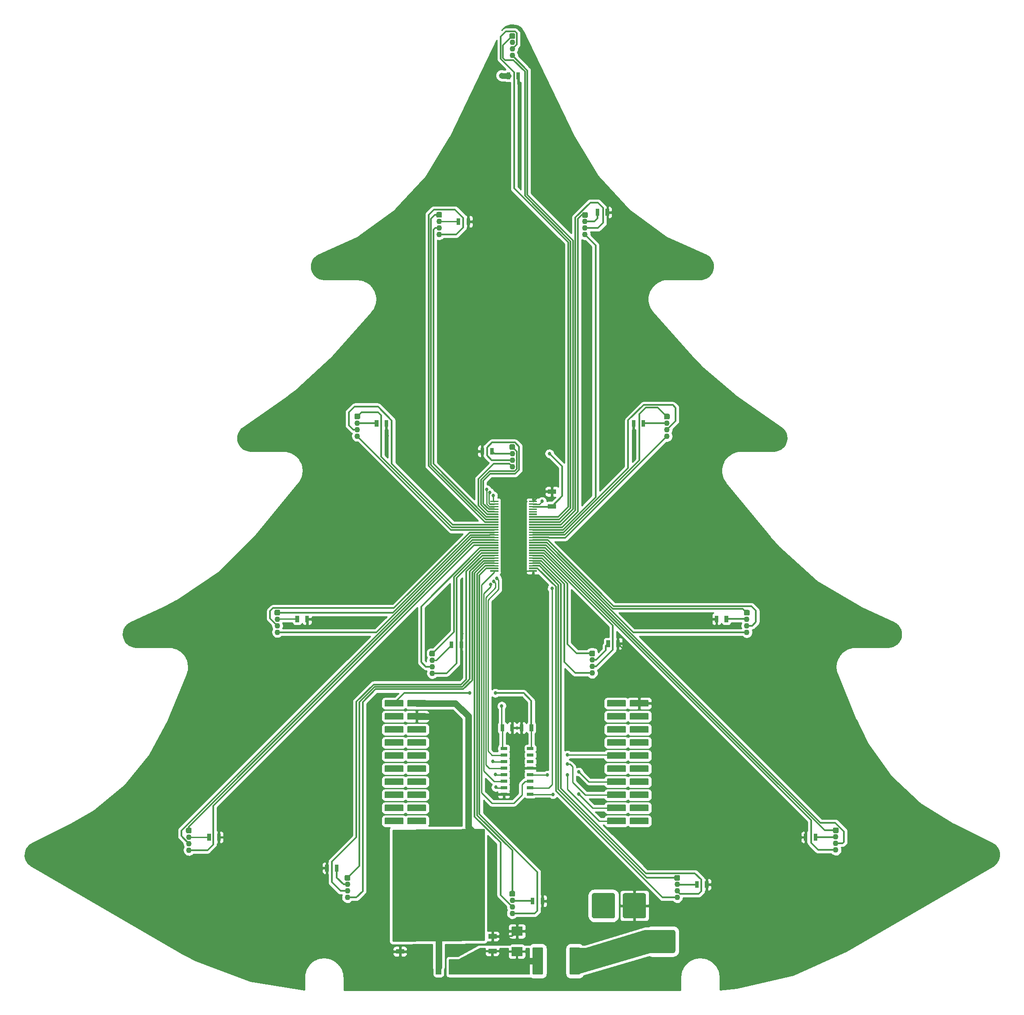
<source format=gtl>
%TF.GenerationSoftware,KiCad,Pcbnew,no-vcs-found-ef6910f~59~ubuntu16.04.1*%
%TF.CreationDate,2017-08-09T10:10:15-06:00*%
%TF.ProjectId,Christmas_Tree_Disco,4368726973746D61735F547265655F44,V1.0*%
%TF.SameCoordinates,Original*%
%TF.FileFunction,Copper,L1,Top,Signal*%
%TF.FilePolarity,Positive*%
%FSLAX46Y46*%
G04 Gerber Fmt 4.6, Leading zero omitted, Abs format (unit mm)*
G04 Created by KiCad (PCBNEW no-vcs-found-ef6910f~59~ubuntu16.04.1) date Wed Aug  9 10:10:15 2017*
%MOMM*%
%LPD*%
G01*
G04 APERTURE LIST*
%ADD10C,0.686000*%
%ADD11C,0.100000*%
%ADD12C,0.580000*%
%ADD13C,1.100000*%
%ADD14C,1.270000*%
%ADD15C,0.700000*%
%ADD16C,0.900000*%
%ADD17C,0.300000*%
%ADD18R,1.805000X2.350000*%
%ADD19C,0.400000*%
%ADD20C,5.100000*%
%ADD21R,10.922000X2.540000*%
%ADD22R,8.331200X6.350000*%
%ADD23C,1.066800*%
%ADD24C,1.800000*%
%ADD25C,2.000000*%
%ADD26C,4.500000*%
%ADD27C,0.300000*%
%ADD28C,0.250000*%
%ADD29C,1.300000*%
%ADD30C,1.100000*%
%ADD31C,0.200000*%
G04 APERTURE END LIST*
D10*
X122700000Y-80100000D03*
X93800000Y-143500000D03*
X122400000Y-143600000D03*
X122700000Y-115700000D03*
X121920000Y-127000000D03*
X91440000Y-127000000D03*
X93980000Y-119380000D03*
X111760000Y-114300000D03*
X109220000Y-116840000D03*
X109220000Y-137160000D03*
X106680000Y-139700000D03*
X111760000Y-139700000D03*
X114300000Y-137160000D03*
X132000000Y-109750000D03*
X102500000Y-108500000D03*
X84000000Y-107500000D03*
X72500000Y-143000000D03*
X98500000Y-146000000D03*
D11*
G36*
X107237685Y-173065279D02*
X107243315Y-173066114D01*
X107248837Y-173067497D01*
X107254196Y-173069415D01*
X107259341Y-173071849D01*
X107264223Y-173074775D01*
X107268795Y-173078165D01*
X107273012Y-173081988D01*
X107276835Y-173086205D01*
X107280225Y-173090777D01*
X107283151Y-173095659D01*
X107285585Y-173100804D01*
X107287503Y-173106163D01*
X107288886Y-173111685D01*
X107289721Y-173117315D01*
X107290000Y-173123000D01*
X107290000Y-173587000D01*
X107289721Y-173592685D01*
X107288886Y-173598315D01*
X107287503Y-173603837D01*
X107285585Y-173609196D01*
X107283151Y-173614341D01*
X107280225Y-173619223D01*
X107276835Y-173623795D01*
X107273012Y-173628012D01*
X107268795Y-173631835D01*
X107264223Y-173635225D01*
X107259341Y-173638151D01*
X107254196Y-173640585D01*
X107248837Y-173642503D01*
X107243315Y-173643886D01*
X107237685Y-173644721D01*
X107232000Y-173645000D01*
X106078000Y-173645000D01*
X106072315Y-173644721D01*
X106066685Y-173643886D01*
X106061163Y-173642503D01*
X106055804Y-173640585D01*
X106050659Y-173638151D01*
X106045777Y-173635225D01*
X106041205Y-173631835D01*
X106036988Y-173628012D01*
X106033165Y-173623795D01*
X106029775Y-173619223D01*
X106026849Y-173614341D01*
X106024415Y-173609196D01*
X106022497Y-173603837D01*
X106021114Y-173598315D01*
X106020279Y-173592685D01*
X106020000Y-173587000D01*
X106020000Y-173123000D01*
X106020279Y-173117315D01*
X106021114Y-173111685D01*
X106022497Y-173106163D01*
X106024415Y-173100804D01*
X106026849Y-173095659D01*
X106029775Y-173090777D01*
X106033165Y-173086205D01*
X106036988Y-173081988D01*
X106041205Y-173078165D01*
X106045777Y-173074775D01*
X106050659Y-173071849D01*
X106055804Y-173069415D01*
X106061163Y-173067497D01*
X106066685Y-173066114D01*
X106072315Y-173065279D01*
X106078000Y-173065000D01*
X107232000Y-173065000D01*
X107237685Y-173065279D01*
X107237685Y-173065279D01*
G37*
D12*
X106655000Y-173355000D03*
D11*
G36*
X107237685Y-171795279D02*
X107243315Y-171796114D01*
X107248837Y-171797497D01*
X107254196Y-171799415D01*
X107259341Y-171801849D01*
X107264223Y-171804775D01*
X107268795Y-171808165D01*
X107273012Y-171811988D01*
X107276835Y-171816205D01*
X107280225Y-171820777D01*
X107283151Y-171825659D01*
X107285585Y-171830804D01*
X107287503Y-171836163D01*
X107288886Y-171841685D01*
X107289721Y-171847315D01*
X107290000Y-171853000D01*
X107290000Y-172317000D01*
X107289721Y-172322685D01*
X107288886Y-172328315D01*
X107287503Y-172333837D01*
X107285585Y-172339196D01*
X107283151Y-172344341D01*
X107280225Y-172349223D01*
X107276835Y-172353795D01*
X107273012Y-172358012D01*
X107268795Y-172361835D01*
X107264223Y-172365225D01*
X107259341Y-172368151D01*
X107254196Y-172370585D01*
X107248837Y-172372503D01*
X107243315Y-172373886D01*
X107237685Y-172374721D01*
X107232000Y-172375000D01*
X106078000Y-172375000D01*
X106072315Y-172374721D01*
X106066685Y-172373886D01*
X106061163Y-172372503D01*
X106055804Y-172370585D01*
X106050659Y-172368151D01*
X106045777Y-172365225D01*
X106041205Y-172361835D01*
X106036988Y-172358012D01*
X106033165Y-172353795D01*
X106029775Y-172349223D01*
X106026849Y-172344341D01*
X106024415Y-172339196D01*
X106022497Y-172333837D01*
X106021114Y-172328315D01*
X106020279Y-172322685D01*
X106020000Y-172317000D01*
X106020000Y-171853000D01*
X106020279Y-171847315D01*
X106021114Y-171841685D01*
X106022497Y-171836163D01*
X106024415Y-171830804D01*
X106026849Y-171825659D01*
X106029775Y-171820777D01*
X106033165Y-171816205D01*
X106036988Y-171811988D01*
X106041205Y-171808165D01*
X106045777Y-171804775D01*
X106050659Y-171801849D01*
X106055804Y-171799415D01*
X106061163Y-171797497D01*
X106066685Y-171796114D01*
X106072315Y-171795279D01*
X106078000Y-171795000D01*
X107232000Y-171795000D01*
X107237685Y-171795279D01*
X107237685Y-171795279D01*
G37*
D12*
X106655000Y-172085000D03*
D11*
G36*
X107237685Y-170525279D02*
X107243315Y-170526114D01*
X107248837Y-170527497D01*
X107254196Y-170529415D01*
X107259341Y-170531849D01*
X107264223Y-170534775D01*
X107268795Y-170538165D01*
X107273012Y-170541988D01*
X107276835Y-170546205D01*
X107280225Y-170550777D01*
X107283151Y-170555659D01*
X107285585Y-170560804D01*
X107287503Y-170566163D01*
X107288886Y-170571685D01*
X107289721Y-170577315D01*
X107290000Y-170583000D01*
X107290000Y-171047000D01*
X107289721Y-171052685D01*
X107288886Y-171058315D01*
X107287503Y-171063837D01*
X107285585Y-171069196D01*
X107283151Y-171074341D01*
X107280225Y-171079223D01*
X107276835Y-171083795D01*
X107273012Y-171088012D01*
X107268795Y-171091835D01*
X107264223Y-171095225D01*
X107259341Y-171098151D01*
X107254196Y-171100585D01*
X107248837Y-171102503D01*
X107243315Y-171103886D01*
X107237685Y-171104721D01*
X107232000Y-171105000D01*
X106078000Y-171105000D01*
X106072315Y-171104721D01*
X106066685Y-171103886D01*
X106061163Y-171102503D01*
X106055804Y-171100585D01*
X106050659Y-171098151D01*
X106045777Y-171095225D01*
X106041205Y-171091835D01*
X106036988Y-171088012D01*
X106033165Y-171083795D01*
X106029775Y-171079223D01*
X106026849Y-171074341D01*
X106024415Y-171069196D01*
X106022497Y-171063837D01*
X106021114Y-171058315D01*
X106020279Y-171052685D01*
X106020000Y-171047000D01*
X106020000Y-170583000D01*
X106020279Y-170577315D01*
X106021114Y-170571685D01*
X106022497Y-170566163D01*
X106024415Y-170560804D01*
X106026849Y-170555659D01*
X106029775Y-170550777D01*
X106033165Y-170546205D01*
X106036988Y-170541988D01*
X106041205Y-170538165D01*
X106045777Y-170534775D01*
X106050659Y-170531849D01*
X106055804Y-170529415D01*
X106061163Y-170527497D01*
X106066685Y-170526114D01*
X106072315Y-170525279D01*
X106078000Y-170525000D01*
X107232000Y-170525000D01*
X107237685Y-170525279D01*
X107237685Y-170525279D01*
G37*
D12*
X106655000Y-170815000D03*
D11*
G36*
X112367685Y-175605279D02*
X112373315Y-175606114D01*
X112378837Y-175607497D01*
X112384196Y-175609415D01*
X112389341Y-175611849D01*
X112394223Y-175614775D01*
X112398795Y-175618165D01*
X112403012Y-175621988D01*
X112406835Y-175626205D01*
X112410225Y-175630777D01*
X112413151Y-175635659D01*
X112415585Y-175640804D01*
X112417503Y-175646163D01*
X112418886Y-175651685D01*
X112419721Y-175657315D01*
X112420000Y-175663000D01*
X112420000Y-176127000D01*
X112419721Y-176132685D01*
X112418886Y-176138315D01*
X112417503Y-176143837D01*
X112415585Y-176149196D01*
X112413151Y-176154341D01*
X112410225Y-176159223D01*
X112406835Y-176163795D01*
X112403012Y-176168012D01*
X112398795Y-176171835D01*
X112394223Y-176175225D01*
X112389341Y-176178151D01*
X112384196Y-176180585D01*
X112378837Y-176182503D01*
X112373315Y-176183886D01*
X112367685Y-176184721D01*
X112362000Y-176185000D01*
X111208000Y-176185000D01*
X111202315Y-176184721D01*
X111196685Y-176183886D01*
X111191163Y-176182503D01*
X111185804Y-176180585D01*
X111180659Y-176178151D01*
X111175777Y-176175225D01*
X111171205Y-176171835D01*
X111166988Y-176168012D01*
X111163165Y-176163795D01*
X111159775Y-176159223D01*
X111156849Y-176154341D01*
X111154415Y-176149196D01*
X111152497Y-176143837D01*
X111151114Y-176138315D01*
X111150279Y-176132685D01*
X111150000Y-176127000D01*
X111150000Y-175663000D01*
X111150279Y-175657315D01*
X111151114Y-175651685D01*
X111152497Y-175646163D01*
X111154415Y-175640804D01*
X111156849Y-175635659D01*
X111159775Y-175630777D01*
X111163165Y-175626205D01*
X111166988Y-175621988D01*
X111171205Y-175618165D01*
X111175777Y-175614775D01*
X111180659Y-175611849D01*
X111185804Y-175609415D01*
X111191163Y-175607497D01*
X111196685Y-175606114D01*
X111202315Y-175605279D01*
X111208000Y-175605000D01*
X112362000Y-175605000D01*
X112367685Y-175605279D01*
X112367685Y-175605279D01*
G37*
D12*
X111785000Y-175895000D03*
D11*
G36*
X112367685Y-174335279D02*
X112373315Y-174336114D01*
X112378837Y-174337497D01*
X112384196Y-174339415D01*
X112389341Y-174341849D01*
X112394223Y-174344775D01*
X112398795Y-174348165D01*
X112403012Y-174351988D01*
X112406835Y-174356205D01*
X112410225Y-174360777D01*
X112413151Y-174365659D01*
X112415585Y-174370804D01*
X112417503Y-174376163D01*
X112418886Y-174381685D01*
X112419721Y-174387315D01*
X112420000Y-174393000D01*
X112420000Y-174857000D01*
X112419721Y-174862685D01*
X112418886Y-174868315D01*
X112417503Y-174873837D01*
X112415585Y-174879196D01*
X112413151Y-174884341D01*
X112410225Y-174889223D01*
X112406835Y-174893795D01*
X112403012Y-174898012D01*
X112398795Y-174901835D01*
X112394223Y-174905225D01*
X112389341Y-174908151D01*
X112384196Y-174910585D01*
X112378837Y-174912503D01*
X112373315Y-174913886D01*
X112367685Y-174914721D01*
X112362000Y-174915000D01*
X111208000Y-174915000D01*
X111202315Y-174914721D01*
X111196685Y-174913886D01*
X111191163Y-174912503D01*
X111185804Y-174910585D01*
X111180659Y-174908151D01*
X111175777Y-174905225D01*
X111171205Y-174901835D01*
X111166988Y-174898012D01*
X111163165Y-174893795D01*
X111159775Y-174889223D01*
X111156849Y-174884341D01*
X111154415Y-174879196D01*
X111152497Y-174873837D01*
X111151114Y-174868315D01*
X111150279Y-174862685D01*
X111150000Y-174857000D01*
X111150000Y-174393000D01*
X111150279Y-174387315D01*
X111151114Y-174381685D01*
X111152497Y-174376163D01*
X111154415Y-174370804D01*
X111156849Y-174365659D01*
X111159775Y-174360777D01*
X111163165Y-174356205D01*
X111166988Y-174351988D01*
X111171205Y-174348165D01*
X111175777Y-174344775D01*
X111180659Y-174341849D01*
X111185804Y-174339415D01*
X111191163Y-174337497D01*
X111196685Y-174336114D01*
X111202315Y-174335279D01*
X111208000Y-174335000D01*
X112362000Y-174335000D01*
X112367685Y-174335279D01*
X112367685Y-174335279D01*
G37*
D12*
X111785000Y-174625000D03*
D11*
G36*
X112367685Y-173065279D02*
X112373315Y-173066114D01*
X112378837Y-173067497D01*
X112384196Y-173069415D01*
X112389341Y-173071849D01*
X112394223Y-173074775D01*
X112398795Y-173078165D01*
X112403012Y-173081988D01*
X112406835Y-173086205D01*
X112410225Y-173090777D01*
X112413151Y-173095659D01*
X112415585Y-173100804D01*
X112417503Y-173106163D01*
X112418886Y-173111685D01*
X112419721Y-173117315D01*
X112420000Y-173123000D01*
X112420000Y-173587000D01*
X112419721Y-173592685D01*
X112418886Y-173598315D01*
X112417503Y-173603837D01*
X112415585Y-173609196D01*
X112413151Y-173614341D01*
X112410225Y-173619223D01*
X112406835Y-173623795D01*
X112403012Y-173628012D01*
X112398795Y-173631835D01*
X112394223Y-173635225D01*
X112389341Y-173638151D01*
X112384196Y-173640585D01*
X112378837Y-173642503D01*
X112373315Y-173643886D01*
X112367685Y-173644721D01*
X112362000Y-173645000D01*
X111208000Y-173645000D01*
X111202315Y-173644721D01*
X111196685Y-173643886D01*
X111191163Y-173642503D01*
X111185804Y-173640585D01*
X111180659Y-173638151D01*
X111175777Y-173635225D01*
X111171205Y-173631835D01*
X111166988Y-173628012D01*
X111163165Y-173623795D01*
X111159775Y-173619223D01*
X111156849Y-173614341D01*
X111154415Y-173609196D01*
X111152497Y-173603837D01*
X111151114Y-173598315D01*
X111150279Y-173592685D01*
X111150000Y-173587000D01*
X111150000Y-173123000D01*
X111150279Y-173117315D01*
X111151114Y-173111685D01*
X111152497Y-173106163D01*
X111154415Y-173100804D01*
X111156849Y-173095659D01*
X111159775Y-173090777D01*
X111163165Y-173086205D01*
X111166988Y-173081988D01*
X111171205Y-173078165D01*
X111175777Y-173074775D01*
X111180659Y-173071849D01*
X111185804Y-173069415D01*
X111191163Y-173067497D01*
X111196685Y-173066114D01*
X111202315Y-173065279D01*
X111208000Y-173065000D01*
X112362000Y-173065000D01*
X112367685Y-173065279D01*
X112367685Y-173065279D01*
G37*
D12*
X111785000Y-173355000D03*
D11*
G36*
X107237685Y-169255279D02*
X107243315Y-169256114D01*
X107248837Y-169257497D01*
X107254196Y-169259415D01*
X107259341Y-169261849D01*
X107264223Y-169264775D01*
X107268795Y-169268165D01*
X107273012Y-169271988D01*
X107276835Y-169276205D01*
X107280225Y-169280777D01*
X107283151Y-169285659D01*
X107285585Y-169290804D01*
X107287503Y-169296163D01*
X107288886Y-169301685D01*
X107289721Y-169307315D01*
X107290000Y-169313000D01*
X107290000Y-169777000D01*
X107289721Y-169782685D01*
X107288886Y-169788315D01*
X107287503Y-169793837D01*
X107285585Y-169799196D01*
X107283151Y-169804341D01*
X107280225Y-169809223D01*
X107276835Y-169813795D01*
X107273012Y-169818012D01*
X107268795Y-169821835D01*
X107264223Y-169825225D01*
X107259341Y-169828151D01*
X107254196Y-169830585D01*
X107248837Y-169832503D01*
X107243315Y-169833886D01*
X107237685Y-169834721D01*
X107232000Y-169835000D01*
X106078000Y-169835000D01*
X106072315Y-169834721D01*
X106066685Y-169833886D01*
X106061163Y-169832503D01*
X106055804Y-169830585D01*
X106050659Y-169828151D01*
X106045777Y-169825225D01*
X106041205Y-169821835D01*
X106036988Y-169818012D01*
X106033165Y-169813795D01*
X106029775Y-169809223D01*
X106026849Y-169804341D01*
X106024415Y-169799196D01*
X106022497Y-169793837D01*
X106021114Y-169788315D01*
X106020279Y-169782685D01*
X106020000Y-169777000D01*
X106020000Y-169313000D01*
X106020279Y-169307315D01*
X106021114Y-169301685D01*
X106022497Y-169296163D01*
X106024415Y-169290804D01*
X106026849Y-169285659D01*
X106029775Y-169280777D01*
X106033165Y-169276205D01*
X106036988Y-169271988D01*
X106041205Y-169268165D01*
X106045777Y-169264775D01*
X106050659Y-169261849D01*
X106055804Y-169259415D01*
X106061163Y-169257497D01*
X106066685Y-169256114D01*
X106072315Y-169255279D01*
X106078000Y-169255000D01*
X107232000Y-169255000D01*
X107237685Y-169255279D01*
X107237685Y-169255279D01*
G37*
D12*
X106655000Y-169545000D03*
D11*
G36*
X112367685Y-170525279D02*
X112373315Y-170526114D01*
X112378837Y-170527497D01*
X112384196Y-170529415D01*
X112389341Y-170531849D01*
X112394223Y-170534775D01*
X112398795Y-170538165D01*
X112403012Y-170541988D01*
X112406835Y-170546205D01*
X112410225Y-170550777D01*
X112413151Y-170555659D01*
X112415585Y-170560804D01*
X112417503Y-170566163D01*
X112418886Y-170571685D01*
X112419721Y-170577315D01*
X112420000Y-170583000D01*
X112420000Y-171047000D01*
X112419721Y-171052685D01*
X112418886Y-171058315D01*
X112417503Y-171063837D01*
X112415585Y-171069196D01*
X112413151Y-171074341D01*
X112410225Y-171079223D01*
X112406835Y-171083795D01*
X112403012Y-171088012D01*
X112398795Y-171091835D01*
X112394223Y-171095225D01*
X112389341Y-171098151D01*
X112384196Y-171100585D01*
X112378837Y-171102503D01*
X112373315Y-171103886D01*
X112367685Y-171104721D01*
X112362000Y-171105000D01*
X111208000Y-171105000D01*
X111202315Y-171104721D01*
X111196685Y-171103886D01*
X111191163Y-171102503D01*
X111185804Y-171100585D01*
X111180659Y-171098151D01*
X111175777Y-171095225D01*
X111171205Y-171091835D01*
X111166988Y-171088012D01*
X111163165Y-171083795D01*
X111159775Y-171079223D01*
X111156849Y-171074341D01*
X111154415Y-171069196D01*
X111152497Y-171063837D01*
X111151114Y-171058315D01*
X111150279Y-171052685D01*
X111150000Y-171047000D01*
X111150000Y-170583000D01*
X111150279Y-170577315D01*
X111151114Y-170571685D01*
X111152497Y-170566163D01*
X111154415Y-170560804D01*
X111156849Y-170555659D01*
X111159775Y-170550777D01*
X111163165Y-170546205D01*
X111166988Y-170541988D01*
X111171205Y-170538165D01*
X111175777Y-170534775D01*
X111180659Y-170531849D01*
X111185804Y-170529415D01*
X111191163Y-170527497D01*
X111196685Y-170526114D01*
X111202315Y-170525279D01*
X111208000Y-170525000D01*
X112362000Y-170525000D01*
X112367685Y-170525279D01*
X112367685Y-170525279D01*
G37*
D12*
X111785000Y-170815000D03*
D11*
G36*
X107237685Y-174335279D02*
X107243315Y-174336114D01*
X107248837Y-174337497D01*
X107254196Y-174339415D01*
X107259341Y-174341849D01*
X107264223Y-174344775D01*
X107268795Y-174348165D01*
X107273012Y-174351988D01*
X107276835Y-174356205D01*
X107280225Y-174360777D01*
X107283151Y-174365659D01*
X107285585Y-174370804D01*
X107287503Y-174376163D01*
X107288886Y-174381685D01*
X107289721Y-174387315D01*
X107290000Y-174393000D01*
X107290000Y-174857000D01*
X107289721Y-174862685D01*
X107288886Y-174868315D01*
X107287503Y-174873837D01*
X107285585Y-174879196D01*
X107283151Y-174884341D01*
X107280225Y-174889223D01*
X107276835Y-174893795D01*
X107273012Y-174898012D01*
X107268795Y-174901835D01*
X107264223Y-174905225D01*
X107259341Y-174908151D01*
X107254196Y-174910585D01*
X107248837Y-174912503D01*
X107243315Y-174913886D01*
X107237685Y-174914721D01*
X107232000Y-174915000D01*
X106078000Y-174915000D01*
X106072315Y-174914721D01*
X106066685Y-174913886D01*
X106061163Y-174912503D01*
X106055804Y-174910585D01*
X106050659Y-174908151D01*
X106045777Y-174905225D01*
X106041205Y-174901835D01*
X106036988Y-174898012D01*
X106033165Y-174893795D01*
X106029775Y-174889223D01*
X106026849Y-174884341D01*
X106024415Y-174879196D01*
X106022497Y-174873837D01*
X106021114Y-174868315D01*
X106020279Y-174862685D01*
X106020000Y-174857000D01*
X106020000Y-174393000D01*
X106020279Y-174387315D01*
X106021114Y-174381685D01*
X106022497Y-174376163D01*
X106024415Y-174370804D01*
X106026849Y-174365659D01*
X106029775Y-174360777D01*
X106033165Y-174356205D01*
X106036988Y-174351988D01*
X106041205Y-174348165D01*
X106045777Y-174344775D01*
X106050659Y-174341849D01*
X106055804Y-174339415D01*
X106061163Y-174337497D01*
X106066685Y-174336114D01*
X106072315Y-174335279D01*
X106078000Y-174335000D01*
X107232000Y-174335000D01*
X107237685Y-174335279D01*
X107237685Y-174335279D01*
G37*
D12*
X106655000Y-174625000D03*
D11*
G36*
X107237685Y-175605279D02*
X107243315Y-175606114D01*
X107248837Y-175607497D01*
X107254196Y-175609415D01*
X107259341Y-175611849D01*
X107264223Y-175614775D01*
X107268795Y-175618165D01*
X107273012Y-175621988D01*
X107276835Y-175626205D01*
X107280225Y-175630777D01*
X107283151Y-175635659D01*
X107285585Y-175640804D01*
X107287503Y-175646163D01*
X107288886Y-175651685D01*
X107289721Y-175657315D01*
X107290000Y-175663000D01*
X107290000Y-176127000D01*
X107289721Y-176132685D01*
X107288886Y-176138315D01*
X107287503Y-176143837D01*
X107285585Y-176149196D01*
X107283151Y-176154341D01*
X107280225Y-176159223D01*
X107276835Y-176163795D01*
X107273012Y-176168012D01*
X107268795Y-176171835D01*
X107264223Y-176175225D01*
X107259341Y-176178151D01*
X107254196Y-176180585D01*
X107248837Y-176182503D01*
X107243315Y-176183886D01*
X107237685Y-176184721D01*
X107232000Y-176185000D01*
X106078000Y-176185000D01*
X106072315Y-176184721D01*
X106066685Y-176183886D01*
X106061163Y-176182503D01*
X106055804Y-176180585D01*
X106050659Y-176178151D01*
X106045777Y-176175225D01*
X106041205Y-176171835D01*
X106036988Y-176168012D01*
X106033165Y-176163795D01*
X106029775Y-176159223D01*
X106026849Y-176154341D01*
X106024415Y-176149196D01*
X106022497Y-176143837D01*
X106021114Y-176138315D01*
X106020279Y-176132685D01*
X106020000Y-176127000D01*
X106020000Y-175663000D01*
X106020279Y-175657315D01*
X106021114Y-175651685D01*
X106022497Y-175646163D01*
X106024415Y-175640804D01*
X106026849Y-175635659D01*
X106029775Y-175630777D01*
X106033165Y-175626205D01*
X106036988Y-175621988D01*
X106041205Y-175618165D01*
X106045777Y-175614775D01*
X106050659Y-175611849D01*
X106055804Y-175609415D01*
X106061163Y-175607497D01*
X106066685Y-175606114D01*
X106072315Y-175605279D01*
X106078000Y-175605000D01*
X107232000Y-175605000D01*
X107237685Y-175605279D01*
X107237685Y-175605279D01*
G37*
D12*
X106655000Y-175895000D03*
D11*
G36*
X107237685Y-167985279D02*
X107243315Y-167986114D01*
X107248837Y-167987497D01*
X107254196Y-167989415D01*
X107259341Y-167991849D01*
X107264223Y-167994775D01*
X107268795Y-167998165D01*
X107273012Y-168001988D01*
X107276835Y-168006205D01*
X107280225Y-168010777D01*
X107283151Y-168015659D01*
X107285585Y-168020804D01*
X107287503Y-168026163D01*
X107288886Y-168031685D01*
X107289721Y-168037315D01*
X107290000Y-168043000D01*
X107290000Y-168507000D01*
X107289721Y-168512685D01*
X107288886Y-168518315D01*
X107287503Y-168523837D01*
X107285585Y-168529196D01*
X107283151Y-168534341D01*
X107280225Y-168539223D01*
X107276835Y-168543795D01*
X107273012Y-168548012D01*
X107268795Y-168551835D01*
X107264223Y-168555225D01*
X107259341Y-168558151D01*
X107254196Y-168560585D01*
X107248837Y-168562503D01*
X107243315Y-168563886D01*
X107237685Y-168564721D01*
X107232000Y-168565000D01*
X106078000Y-168565000D01*
X106072315Y-168564721D01*
X106066685Y-168563886D01*
X106061163Y-168562503D01*
X106055804Y-168560585D01*
X106050659Y-168558151D01*
X106045777Y-168555225D01*
X106041205Y-168551835D01*
X106036988Y-168548012D01*
X106033165Y-168543795D01*
X106029775Y-168539223D01*
X106026849Y-168534341D01*
X106024415Y-168529196D01*
X106022497Y-168523837D01*
X106021114Y-168518315D01*
X106020279Y-168512685D01*
X106020000Y-168507000D01*
X106020000Y-168043000D01*
X106020279Y-168037315D01*
X106021114Y-168031685D01*
X106022497Y-168026163D01*
X106024415Y-168020804D01*
X106026849Y-168015659D01*
X106029775Y-168010777D01*
X106033165Y-168006205D01*
X106036988Y-168001988D01*
X106041205Y-167998165D01*
X106045777Y-167994775D01*
X106050659Y-167991849D01*
X106055804Y-167989415D01*
X106061163Y-167987497D01*
X106066685Y-167986114D01*
X106072315Y-167985279D01*
X106078000Y-167985000D01*
X107232000Y-167985000D01*
X107237685Y-167985279D01*
X107237685Y-167985279D01*
G37*
D12*
X106655000Y-168275000D03*
D11*
G36*
X112367685Y-171795279D02*
X112373315Y-171796114D01*
X112378837Y-171797497D01*
X112384196Y-171799415D01*
X112389341Y-171801849D01*
X112394223Y-171804775D01*
X112398795Y-171808165D01*
X112403012Y-171811988D01*
X112406835Y-171816205D01*
X112410225Y-171820777D01*
X112413151Y-171825659D01*
X112415585Y-171830804D01*
X112417503Y-171836163D01*
X112418886Y-171841685D01*
X112419721Y-171847315D01*
X112420000Y-171853000D01*
X112420000Y-172317000D01*
X112419721Y-172322685D01*
X112418886Y-172328315D01*
X112417503Y-172333837D01*
X112415585Y-172339196D01*
X112413151Y-172344341D01*
X112410225Y-172349223D01*
X112406835Y-172353795D01*
X112403012Y-172358012D01*
X112398795Y-172361835D01*
X112394223Y-172365225D01*
X112389341Y-172368151D01*
X112384196Y-172370585D01*
X112378837Y-172372503D01*
X112373315Y-172373886D01*
X112367685Y-172374721D01*
X112362000Y-172375000D01*
X111208000Y-172375000D01*
X111202315Y-172374721D01*
X111196685Y-172373886D01*
X111191163Y-172372503D01*
X111185804Y-172370585D01*
X111180659Y-172368151D01*
X111175777Y-172365225D01*
X111171205Y-172361835D01*
X111166988Y-172358012D01*
X111163165Y-172353795D01*
X111159775Y-172349223D01*
X111156849Y-172344341D01*
X111154415Y-172339196D01*
X111152497Y-172333837D01*
X111151114Y-172328315D01*
X111150279Y-172322685D01*
X111150000Y-172317000D01*
X111150000Y-171853000D01*
X111150279Y-171847315D01*
X111151114Y-171841685D01*
X111152497Y-171836163D01*
X111154415Y-171830804D01*
X111156849Y-171825659D01*
X111159775Y-171820777D01*
X111163165Y-171816205D01*
X111166988Y-171811988D01*
X111171205Y-171808165D01*
X111175777Y-171804775D01*
X111180659Y-171801849D01*
X111185804Y-171799415D01*
X111191163Y-171797497D01*
X111196685Y-171796114D01*
X111202315Y-171795279D01*
X111208000Y-171795000D01*
X112362000Y-171795000D01*
X112367685Y-171795279D01*
X112367685Y-171795279D01*
G37*
D12*
X111785000Y-172085000D03*
D11*
G36*
X112367685Y-169255279D02*
X112373315Y-169256114D01*
X112378837Y-169257497D01*
X112384196Y-169259415D01*
X112389341Y-169261849D01*
X112394223Y-169264775D01*
X112398795Y-169268165D01*
X112403012Y-169271988D01*
X112406835Y-169276205D01*
X112410225Y-169280777D01*
X112413151Y-169285659D01*
X112415585Y-169290804D01*
X112417503Y-169296163D01*
X112418886Y-169301685D01*
X112419721Y-169307315D01*
X112420000Y-169313000D01*
X112420000Y-169777000D01*
X112419721Y-169782685D01*
X112418886Y-169788315D01*
X112417503Y-169793837D01*
X112415585Y-169799196D01*
X112413151Y-169804341D01*
X112410225Y-169809223D01*
X112406835Y-169813795D01*
X112403012Y-169818012D01*
X112398795Y-169821835D01*
X112394223Y-169825225D01*
X112389341Y-169828151D01*
X112384196Y-169830585D01*
X112378837Y-169832503D01*
X112373315Y-169833886D01*
X112367685Y-169834721D01*
X112362000Y-169835000D01*
X111208000Y-169835000D01*
X111202315Y-169834721D01*
X111196685Y-169833886D01*
X111191163Y-169832503D01*
X111185804Y-169830585D01*
X111180659Y-169828151D01*
X111175777Y-169825225D01*
X111171205Y-169821835D01*
X111166988Y-169818012D01*
X111163165Y-169813795D01*
X111159775Y-169809223D01*
X111156849Y-169804341D01*
X111154415Y-169799196D01*
X111152497Y-169793837D01*
X111151114Y-169788315D01*
X111150279Y-169782685D01*
X111150000Y-169777000D01*
X111150000Y-169313000D01*
X111150279Y-169307315D01*
X111151114Y-169301685D01*
X111152497Y-169296163D01*
X111154415Y-169290804D01*
X111156849Y-169285659D01*
X111159775Y-169280777D01*
X111163165Y-169276205D01*
X111166988Y-169271988D01*
X111171205Y-169268165D01*
X111175777Y-169264775D01*
X111180659Y-169261849D01*
X111185804Y-169259415D01*
X111191163Y-169257497D01*
X111196685Y-169256114D01*
X111202315Y-169255279D01*
X111208000Y-169255000D01*
X112362000Y-169255000D01*
X112367685Y-169255279D01*
X112367685Y-169255279D01*
G37*
D12*
X111785000Y-169545000D03*
D11*
G36*
X112367685Y-167985279D02*
X112373315Y-167986114D01*
X112378837Y-167987497D01*
X112384196Y-167989415D01*
X112389341Y-167991849D01*
X112394223Y-167994775D01*
X112398795Y-167998165D01*
X112403012Y-168001988D01*
X112406835Y-168006205D01*
X112410225Y-168010777D01*
X112413151Y-168015659D01*
X112415585Y-168020804D01*
X112417503Y-168026163D01*
X112418886Y-168031685D01*
X112419721Y-168037315D01*
X112420000Y-168043000D01*
X112420000Y-168507000D01*
X112419721Y-168512685D01*
X112418886Y-168518315D01*
X112417503Y-168523837D01*
X112415585Y-168529196D01*
X112413151Y-168534341D01*
X112410225Y-168539223D01*
X112406835Y-168543795D01*
X112403012Y-168548012D01*
X112398795Y-168551835D01*
X112394223Y-168555225D01*
X112389341Y-168558151D01*
X112384196Y-168560585D01*
X112378837Y-168562503D01*
X112373315Y-168563886D01*
X112367685Y-168564721D01*
X112362000Y-168565000D01*
X111208000Y-168565000D01*
X111202315Y-168564721D01*
X111196685Y-168563886D01*
X111191163Y-168562503D01*
X111185804Y-168560585D01*
X111180659Y-168558151D01*
X111175777Y-168555225D01*
X111171205Y-168551835D01*
X111166988Y-168548012D01*
X111163165Y-168543795D01*
X111159775Y-168539223D01*
X111156849Y-168534341D01*
X111154415Y-168529196D01*
X111152497Y-168523837D01*
X111151114Y-168518315D01*
X111150279Y-168512685D01*
X111150000Y-168507000D01*
X111150000Y-168043000D01*
X111150279Y-168037315D01*
X111151114Y-168031685D01*
X111152497Y-168026163D01*
X111154415Y-168020804D01*
X111156849Y-168015659D01*
X111159775Y-168010777D01*
X111163165Y-168006205D01*
X111166988Y-168001988D01*
X111171205Y-167998165D01*
X111175777Y-167994775D01*
X111180659Y-167991849D01*
X111185804Y-167989415D01*
X111191163Y-167987497D01*
X111196685Y-167986114D01*
X111202315Y-167985279D01*
X111208000Y-167985000D01*
X112362000Y-167985000D01*
X112367685Y-167985279D01*
X112367685Y-167985279D01*
G37*
D12*
X111785000Y-168275000D03*
D11*
G36*
X107237685Y-176875279D02*
X107243315Y-176876114D01*
X107248837Y-176877497D01*
X107254196Y-176879415D01*
X107259341Y-176881849D01*
X107264223Y-176884775D01*
X107268795Y-176888165D01*
X107273012Y-176891988D01*
X107276835Y-176896205D01*
X107280225Y-176900777D01*
X107283151Y-176905659D01*
X107285585Y-176910804D01*
X107287503Y-176916163D01*
X107288886Y-176921685D01*
X107289721Y-176927315D01*
X107290000Y-176933000D01*
X107290000Y-177397000D01*
X107289721Y-177402685D01*
X107288886Y-177408315D01*
X107287503Y-177413837D01*
X107285585Y-177419196D01*
X107283151Y-177424341D01*
X107280225Y-177429223D01*
X107276835Y-177433795D01*
X107273012Y-177438012D01*
X107268795Y-177441835D01*
X107264223Y-177445225D01*
X107259341Y-177448151D01*
X107254196Y-177450585D01*
X107248837Y-177452503D01*
X107243315Y-177453886D01*
X107237685Y-177454721D01*
X107232000Y-177455000D01*
X106078000Y-177455000D01*
X106072315Y-177454721D01*
X106066685Y-177453886D01*
X106061163Y-177452503D01*
X106055804Y-177450585D01*
X106050659Y-177448151D01*
X106045777Y-177445225D01*
X106041205Y-177441835D01*
X106036988Y-177438012D01*
X106033165Y-177433795D01*
X106029775Y-177429223D01*
X106026849Y-177424341D01*
X106024415Y-177419196D01*
X106022497Y-177413837D01*
X106021114Y-177408315D01*
X106020279Y-177402685D01*
X106020000Y-177397000D01*
X106020000Y-176933000D01*
X106020279Y-176927315D01*
X106021114Y-176921685D01*
X106022497Y-176916163D01*
X106024415Y-176910804D01*
X106026849Y-176905659D01*
X106029775Y-176900777D01*
X106033165Y-176896205D01*
X106036988Y-176891988D01*
X106041205Y-176888165D01*
X106045777Y-176884775D01*
X106050659Y-176881849D01*
X106055804Y-176879415D01*
X106061163Y-176877497D01*
X106066685Y-176876114D01*
X106072315Y-176875279D01*
X106078000Y-176875000D01*
X107232000Y-176875000D01*
X107237685Y-176875279D01*
X107237685Y-176875279D01*
G37*
D12*
X106655000Y-177165000D03*
D11*
G36*
X112367685Y-176875279D02*
X112373315Y-176876114D01*
X112378837Y-176877497D01*
X112384196Y-176879415D01*
X112389341Y-176881849D01*
X112394223Y-176884775D01*
X112398795Y-176888165D01*
X112403012Y-176891988D01*
X112406835Y-176896205D01*
X112410225Y-176900777D01*
X112413151Y-176905659D01*
X112415585Y-176910804D01*
X112417503Y-176916163D01*
X112418886Y-176921685D01*
X112419721Y-176927315D01*
X112420000Y-176933000D01*
X112420000Y-177397000D01*
X112419721Y-177402685D01*
X112418886Y-177408315D01*
X112417503Y-177413837D01*
X112415585Y-177419196D01*
X112413151Y-177424341D01*
X112410225Y-177429223D01*
X112406835Y-177433795D01*
X112403012Y-177438012D01*
X112398795Y-177441835D01*
X112394223Y-177445225D01*
X112389341Y-177448151D01*
X112384196Y-177450585D01*
X112378837Y-177452503D01*
X112373315Y-177453886D01*
X112367685Y-177454721D01*
X112362000Y-177455000D01*
X111208000Y-177455000D01*
X111202315Y-177454721D01*
X111196685Y-177453886D01*
X111191163Y-177452503D01*
X111185804Y-177450585D01*
X111180659Y-177448151D01*
X111175777Y-177445225D01*
X111171205Y-177441835D01*
X111166988Y-177438012D01*
X111163165Y-177433795D01*
X111159775Y-177429223D01*
X111156849Y-177424341D01*
X111154415Y-177419196D01*
X111152497Y-177413837D01*
X111151114Y-177408315D01*
X111150279Y-177402685D01*
X111150000Y-177397000D01*
X111150000Y-176933000D01*
X111150279Y-176927315D01*
X111151114Y-176921685D01*
X111152497Y-176916163D01*
X111154415Y-176910804D01*
X111156849Y-176905659D01*
X111159775Y-176900777D01*
X111163165Y-176896205D01*
X111166988Y-176891988D01*
X111171205Y-176888165D01*
X111175777Y-176884775D01*
X111180659Y-176881849D01*
X111185804Y-176879415D01*
X111191163Y-176877497D01*
X111196685Y-176876114D01*
X111202315Y-176875279D01*
X111208000Y-176875000D01*
X112362000Y-176875000D01*
X112367685Y-176875279D01*
X112367685Y-176875279D01*
G37*
D12*
X111785000Y-177165000D03*
D13*
X76300000Y-197205000D03*
X76300000Y-195935000D03*
X76300000Y-194665000D03*
D11*
G36*
X76601955Y-192846324D02*
X76628650Y-192850284D01*
X76654828Y-192856841D01*
X76680238Y-192865933D01*
X76704634Y-192877472D01*
X76727782Y-192891346D01*
X76749458Y-192907422D01*
X76769454Y-192925546D01*
X76787578Y-192945542D01*
X76803654Y-192967218D01*
X76817528Y-192990366D01*
X76829067Y-193014762D01*
X76838159Y-193040172D01*
X76844716Y-193066350D01*
X76848676Y-193093045D01*
X76850000Y-193120000D01*
X76850000Y-193670000D01*
X76848676Y-193696955D01*
X76844716Y-193723650D01*
X76838159Y-193749828D01*
X76829067Y-193775238D01*
X76817528Y-193799634D01*
X76803654Y-193822782D01*
X76787578Y-193844458D01*
X76769454Y-193864454D01*
X76749458Y-193882578D01*
X76727782Y-193898654D01*
X76704634Y-193912528D01*
X76680238Y-193924067D01*
X76654828Y-193933159D01*
X76628650Y-193939716D01*
X76601955Y-193943676D01*
X76575000Y-193945000D01*
X76025000Y-193945000D01*
X75998045Y-193943676D01*
X75971350Y-193939716D01*
X75945172Y-193933159D01*
X75919762Y-193924067D01*
X75895366Y-193912528D01*
X75872218Y-193898654D01*
X75850542Y-193882578D01*
X75830546Y-193864454D01*
X75812422Y-193844458D01*
X75796346Y-193822782D01*
X75782472Y-193799634D01*
X75770933Y-193775238D01*
X75761841Y-193749828D01*
X75755284Y-193723650D01*
X75751324Y-193696955D01*
X75750000Y-193670000D01*
X75750000Y-193120000D01*
X75751324Y-193093045D01*
X75755284Y-193066350D01*
X75761841Y-193040172D01*
X75770933Y-193014762D01*
X75782472Y-192990366D01*
X75796346Y-192967218D01*
X75812422Y-192945542D01*
X75830546Y-192925546D01*
X75850542Y-192907422D01*
X75872218Y-192891346D01*
X75895366Y-192877472D01*
X75919762Y-192865933D01*
X75945172Y-192856841D01*
X75971350Y-192850284D01*
X75998045Y-192846324D01*
X76025000Y-192845000D01*
X76575000Y-192845000D01*
X76601955Y-192846324D01*
X76601955Y-192846324D01*
G37*
D13*
X76300000Y-193395000D03*
D10*
X71120000Y-207010000D03*
X77470000Y-213360000D03*
X88900000Y-213360000D03*
X101600000Y-213360000D03*
X114300000Y-213360000D03*
X127000000Y-213360000D03*
X138430000Y-213360000D03*
X144780000Y-207010000D03*
X152400000Y-213360000D03*
X165100000Y-209550000D03*
X177800000Y-203200000D03*
X190500000Y-195580000D03*
X200660000Y-189230000D03*
X190500000Y-182880000D03*
X177800000Y-171450000D03*
X168910000Y-152400000D03*
X181610000Y-146050000D03*
X170180000Y-139700000D03*
X156210000Y-128270000D03*
X148590000Y-118110000D03*
X160020000Y-107950000D03*
X149860000Y-100330000D03*
X138430000Y-90170000D03*
X132080000Y-80010000D03*
X144780000Y-74930000D03*
X134620000Y-68580000D03*
X119380000Y-52070000D03*
X102870000Y-39370000D03*
X96520000Y-52070000D03*
X83820000Y-67310000D03*
X71120000Y-74930000D03*
X83820000Y-80010000D03*
X77470000Y-90170000D03*
X67310000Y-100330000D03*
X57150000Y-107950000D03*
X68580000Y-118110000D03*
X59690000Y-128270000D03*
X46990000Y-139700000D03*
X34290000Y-146050000D03*
X46990000Y-152400000D03*
X38100000Y-171450000D03*
X25400000Y-182880000D03*
X15240000Y-189230000D03*
X25400000Y-195580000D03*
X38100000Y-203200000D03*
X50800000Y-209550000D03*
X101600000Y-195580000D03*
D11*
G36*
X134665448Y-158865612D02*
X134677776Y-158867440D01*
X134689866Y-158870469D01*
X134701601Y-158874667D01*
X134712867Y-158879996D01*
X134723557Y-158886403D01*
X134733568Y-158893828D01*
X134742803Y-158902197D01*
X134751172Y-158911432D01*
X134758597Y-158921443D01*
X134765004Y-158932133D01*
X134770333Y-158943399D01*
X134774531Y-158955134D01*
X134777560Y-158967224D01*
X134779388Y-158979552D01*
X134780000Y-158992000D01*
X134780000Y-160008000D01*
X134779388Y-160020448D01*
X134777560Y-160032776D01*
X134774531Y-160044866D01*
X134770333Y-160056601D01*
X134765004Y-160067867D01*
X134758597Y-160078557D01*
X134751172Y-160088568D01*
X134742803Y-160097803D01*
X134733568Y-160106172D01*
X134723557Y-160113597D01*
X134712867Y-160120004D01*
X134701601Y-160125333D01*
X134689866Y-160129531D01*
X134677776Y-160132560D01*
X134665448Y-160134388D01*
X134653000Y-160135000D01*
X131227000Y-160135000D01*
X131214552Y-160134388D01*
X131202224Y-160132560D01*
X131190134Y-160129531D01*
X131178399Y-160125333D01*
X131167133Y-160120004D01*
X131156443Y-160113597D01*
X131146432Y-160106172D01*
X131137197Y-160097803D01*
X131128828Y-160088568D01*
X131121403Y-160078557D01*
X131114996Y-160067867D01*
X131109667Y-160056601D01*
X131105469Y-160044866D01*
X131102440Y-160032776D01*
X131100612Y-160020448D01*
X131100000Y-160008000D01*
X131100000Y-158992000D01*
X131100612Y-158979552D01*
X131102440Y-158967224D01*
X131105469Y-158955134D01*
X131109667Y-158943399D01*
X131114996Y-158932133D01*
X131121403Y-158921443D01*
X131128828Y-158911432D01*
X131137197Y-158902197D01*
X131146432Y-158893828D01*
X131156443Y-158886403D01*
X131167133Y-158879996D01*
X131178399Y-158874667D01*
X131190134Y-158870469D01*
X131202224Y-158867440D01*
X131214552Y-158865612D01*
X131227000Y-158865000D01*
X134653000Y-158865000D01*
X134665448Y-158865612D01*
X134665448Y-158865612D01*
G37*
D14*
X132940000Y-159500000D03*
D11*
G36*
X134665448Y-161405612D02*
X134677776Y-161407440D01*
X134689866Y-161410469D01*
X134701601Y-161414667D01*
X134712867Y-161419996D01*
X134723557Y-161426403D01*
X134733568Y-161433828D01*
X134742803Y-161442197D01*
X134751172Y-161451432D01*
X134758597Y-161461443D01*
X134765004Y-161472133D01*
X134770333Y-161483399D01*
X134774531Y-161495134D01*
X134777560Y-161507224D01*
X134779388Y-161519552D01*
X134780000Y-161532000D01*
X134780000Y-162548000D01*
X134779388Y-162560448D01*
X134777560Y-162572776D01*
X134774531Y-162584866D01*
X134770333Y-162596601D01*
X134765004Y-162607867D01*
X134758597Y-162618557D01*
X134751172Y-162628568D01*
X134742803Y-162637803D01*
X134733568Y-162646172D01*
X134723557Y-162653597D01*
X134712867Y-162660004D01*
X134701601Y-162665333D01*
X134689866Y-162669531D01*
X134677776Y-162672560D01*
X134665448Y-162674388D01*
X134653000Y-162675000D01*
X131227000Y-162675000D01*
X131214552Y-162674388D01*
X131202224Y-162672560D01*
X131190134Y-162669531D01*
X131178399Y-162665333D01*
X131167133Y-162660004D01*
X131156443Y-162653597D01*
X131146432Y-162646172D01*
X131137197Y-162637803D01*
X131128828Y-162628568D01*
X131121403Y-162618557D01*
X131114996Y-162607867D01*
X131109667Y-162596601D01*
X131105469Y-162584866D01*
X131102440Y-162572776D01*
X131100612Y-162560448D01*
X131100000Y-162548000D01*
X131100000Y-161532000D01*
X131100612Y-161519552D01*
X131102440Y-161507224D01*
X131105469Y-161495134D01*
X131109667Y-161483399D01*
X131114996Y-161472133D01*
X131121403Y-161461443D01*
X131128828Y-161451432D01*
X131137197Y-161442197D01*
X131146432Y-161433828D01*
X131156443Y-161426403D01*
X131167133Y-161419996D01*
X131178399Y-161414667D01*
X131190134Y-161410469D01*
X131202224Y-161407440D01*
X131214552Y-161405612D01*
X131227000Y-161405000D01*
X134653000Y-161405000D01*
X134665448Y-161405612D01*
X134665448Y-161405612D01*
G37*
D14*
X132940000Y-162040000D03*
D11*
G36*
X134665448Y-163945612D02*
X134677776Y-163947440D01*
X134689866Y-163950469D01*
X134701601Y-163954667D01*
X134712867Y-163959996D01*
X134723557Y-163966403D01*
X134733568Y-163973828D01*
X134742803Y-163982197D01*
X134751172Y-163991432D01*
X134758597Y-164001443D01*
X134765004Y-164012133D01*
X134770333Y-164023399D01*
X134774531Y-164035134D01*
X134777560Y-164047224D01*
X134779388Y-164059552D01*
X134780000Y-164072000D01*
X134780000Y-165088000D01*
X134779388Y-165100448D01*
X134777560Y-165112776D01*
X134774531Y-165124866D01*
X134770333Y-165136601D01*
X134765004Y-165147867D01*
X134758597Y-165158557D01*
X134751172Y-165168568D01*
X134742803Y-165177803D01*
X134733568Y-165186172D01*
X134723557Y-165193597D01*
X134712867Y-165200004D01*
X134701601Y-165205333D01*
X134689866Y-165209531D01*
X134677776Y-165212560D01*
X134665448Y-165214388D01*
X134653000Y-165215000D01*
X131227000Y-165215000D01*
X131214552Y-165214388D01*
X131202224Y-165212560D01*
X131190134Y-165209531D01*
X131178399Y-165205333D01*
X131167133Y-165200004D01*
X131156443Y-165193597D01*
X131146432Y-165186172D01*
X131137197Y-165177803D01*
X131128828Y-165168568D01*
X131121403Y-165158557D01*
X131114996Y-165147867D01*
X131109667Y-165136601D01*
X131105469Y-165124866D01*
X131102440Y-165112776D01*
X131100612Y-165100448D01*
X131100000Y-165088000D01*
X131100000Y-164072000D01*
X131100612Y-164059552D01*
X131102440Y-164047224D01*
X131105469Y-164035134D01*
X131109667Y-164023399D01*
X131114996Y-164012133D01*
X131121403Y-164001443D01*
X131128828Y-163991432D01*
X131137197Y-163982197D01*
X131146432Y-163973828D01*
X131156443Y-163966403D01*
X131167133Y-163959996D01*
X131178399Y-163954667D01*
X131190134Y-163950469D01*
X131202224Y-163947440D01*
X131214552Y-163945612D01*
X131227000Y-163945000D01*
X134653000Y-163945000D01*
X134665448Y-163945612D01*
X134665448Y-163945612D01*
G37*
D14*
X132940000Y-164580000D03*
D11*
G36*
X134665448Y-166485612D02*
X134677776Y-166487440D01*
X134689866Y-166490469D01*
X134701601Y-166494667D01*
X134712867Y-166499996D01*
X134723557Y-166506403D01*
X134733568Y-166513828D01*
X134742803Y-166522197D01*
X134751172Y-166531432D01*
X134758597Y-166541443D01*
X134765004Y-166552133D01*
X134770333Y-166563399D01*
X134774531Y-166575134D01*
X134777560Y-166587224D01*
X134779388Y-166599552D01*
X134780000Y-166612000D01*
X134780000Y-167628000D01*
X134779388Y-167640448D01*
X134777560Y-167652776D01*
X134774531Y-167664866D01*
X134770333Y-167676601D01*
X134765004Y-167687867D01*
X134758597Y-167698557D01*
X134751172Y-167708568D01*
X134742803Y-167717803D01*
X134733568Y-167726172D01*
X134723557Y-167733597D01*
X134712867Y-167740004D01*
X134701601Y-167745333D01*
X134689866Y-167749531D01*
X134677776Y-167752560D01*
X134665448Y-167754388D01*
X134653000Y-167755000D01*
X131227000Y-167755000D01*
X131214552Y-167754388D01*
X131202224Y-167752560D01*
X131190134Y-167749531D01*
X131178399Y-167745333D01*
X131167133Y-167740004D01*
X131156443Y-167733597D01*
X131146432Y-167726172D01*
X131137197Y-167717803D01*
X131128828Y-167708568D01*
X131121403Y-167698557D01*
X131114996Y-167687867D01*
X131109667Y-167676601D01*
X131105469Y-167664866D01*
X131102440Y-167652776D01*
X131100612Y-167640448D01*
X131100000Y-167628000D01*
X131100000Y-166612000D01*
X131100612Y-166599552D01*
X131102440Y-166587224D01*
X131105469Y-166575134D01*
X131109667Y-166563399D01*
X131114996Y-166552133D01*
X131121403Y-166541443D01*
X131128828Y-166531432D01*
X131137197Y-166522197D01*
X131146432Y-166513828D01*
X131156443Y-166506403D01*
X131167133Y-166499996D01*
X131178399Y-166494667D01*
X131190134Y-166490469D01*
X131202224Y-166487440D01*
X131214552Y-166485612D01*
X131227000Y-166485000D01*
X134653000Y-166485000D01*
X134665448Y-166485612D01*
X134665448Y-166485612D01*
G37*
D14*
X132940000Y-167120000D03*
D11*
G36*
X134665448Y-169025612D02*
X134677776Y-169027440D01*
X134689866Y-169030469D01*
X134701601Y-169034667D01*
X134712867Y-169039996D01*
X134723557Y-169046403D01*
X134733568Y-169053828D01*
X134742803Y-169062197D01*
X134751172Y-169071432D01*
X134758597Y-169081443D01*
X134765004Y-169092133D01*
X134770333Y-169103399D01*
X134774531Y-169115134D01*
X134777560Y-169127224D01*
X134779388Y-169139552D01*
X134780000Y-169152000D01*
X134780000Y-170168000D01*
X134779388Y-170180448D01*
X134777560Y-170192776D01*
X134774531Y-170204866D01*
X134770333Y-170216601D01*
X134765004Y-170227867D01*
X134758597Y-170238557D01*
X134751172Y-170248568D01*
X134742803Y-170257803D01*
X134733568Y-170266172D01*
X134723557Y-170273597D01*
X134712867Y-170280004D01*
X134701601Y-170285333D01*
X134689866Y-170289531D01*
X134677776Y-170292560D01*
X134665448Y-170294388D01*
X134653000Y-170295000D01*
X131227000Y-170295000D01*
X131214552Y-170294388D01*
X131202224Y-170292560D01*
X131190134Y-170289531D01*
X131178399Y-170285333D01*
X131167133Y-170280004D01*
X131156443Y-170273597D01*
X131146432Y-170266172D01*
X131137197Y-170257803D01*
X131128828Y-170248568D01*
X131121403Y-170238557D01*
X131114996Y-170227867D01*
X131109667Y-170216601D01*
X131105469Y-170204866D01*
X131102440Y-170192776D01*
X131100612Y-170180448D01*
X131100000Y-170168000D01*
X131100000Y-169152000D01*
X131100612Y-169139552D01*
X131102440Y-169127224D01*
X131105469Y-169115134D01*
X131109667Y-169103399D01*
X131114996Y-169092133D01*
X131121403Y-169081443D01*
X131128828Y-169071432D01*
X131137197Y-169062197D01*
X131146432Y-169053828D01*
X131156443Y-169046403D01*
X131167133Y-169039996D01*
X131178399Y-169034667D01*
X131190134Y-169030469D01*
X131202224Y-169027440D01*
X131214552Y-169025612D01*
X131227000Y-169025000D01*
X134653000Y-169025000D01*
X134665448Y-169025612D01*
X134665448Y-169025612D01*
G37*
D14*
X132940000Y-169660000D03*
D11*
G36*
X134665448Y-171565612D02*
X134677776Y-171567440D01*
X134689866Y-171570469D01*
X134701601Y-171574667D01*
X134712867Y-171579996D01*
X134723557Y-171586403D01*
X134733568Y-171593828D01*
X134742803Y-171602197D01*
X134751172Y-171611432D01*
X134758597Y-171621443D01*
X134765004Y-171632133D01*
X134770333Y-171643399D01*
X134774531Y-171655134D01*
X134777560Y-171667224D01*
X134779388Y-171679552D01*
X134780000Y-171692000D01*
X134780000Y-172708000D01*
X134779388Y-172720448D01*
X134777560Y-172732776D01*
X134774531Y-172744866D01*
X134770333Y-172756601D01*
X134765004Y-172767867D01*
X134758597Y-172778557D01*
X134751172Y-172788568D01*
X134742803Y-172797803D01*
X134733568Y-172806172D01*
X134723557Y-172813597D01*
X134712867Y-172820004D01*
X134701601Y-172825333D01*
X134689866Y-172829531D01*
X134677776Y-172832560D01*
X134665448Y-172834388D01*
X134653000Y-172835000D01*
X131227000Y-172835000D01*
X131214552Y-172834388D01*
X131202224Y-172832560D01*
X131190134Y-172829531D01*
X131178399Y-172825333D01*
X131167133Y-172820004D01*
X131156443Y-172813597D01*
X131146432Y-172806172D01*
X131137197Y-172797803D01*
X131128828Y-172788568D01*
X131121403Y-172778557D01*
X131114996Y-172767867D01*
X131109667Y-172756601D01*
X131105469Y-172744866D01*
X131102440Y-172732776D01*
X131100612Y-172720448D01*
X131100000Y-172708000D01*
X131100000Y-171692000D01*
X131100612Y-171679552D01*
X131102440Y-171667224D01*
X131105469Y-171655134D01*
X131109667Y-171643399D01*
X131114996Y-171632133D01*
X131121403Y-171621443D01*
X131128828Y-171611432D01*
X131137197Y-171602197D01*
X131146432Y-171593828D01*
X131156443Y-171586403D01*
X131167133Y-171579996D01*
X131178399Y-171574667D01*
X131190134Y-171570469D01*
X131202224Y-171567440D01*
X131214552Y-171565612D01*
X131227000Y-171565000D01*
X134653000Y-171565000D01*
X134665448Y-171565612D01*
X134665448Y-171565612D01*
G37*
D14*
X132940000Y-172200000D03*
D11*
G36*
X134665448Y-174105612D02*
X134677776Y-174107440D01*
X134689866Y-174110469D01*
X134701601Y-174114667D01*
X134712867Y-174119996D01*
X134723557Y-174126403D01*
X134733568Y-174133828D01*
X134742803Y-174142197D01*
X134751172Y-174151432D01*
X134758597Y-174161443D01*
X134765004Y-174172133D01*
X134770333Y-174183399D01*
X134774531Y-174195134D01*
X134777560Y-174207224D01*
X134779388Y-174219552D01*
X134780000Y-174232000D01*
X134780000Y-175248000D01*
X134779388Y-175260448D01*
X134777560Y-175272776D01*
X134774531Y-175284866D01*
X134770333Y-175296601D01*
X134765004Y-175307867D01*
X134758597Y-175318557D01*
X134751172Y-175328568D01*
X134742803Y-175337803D01*
X134733568Y-175346172D01*
X134723557Y-175353597D01*
X134712867Y-175360004D01*
X134701601Y-175365333D01*
X134689866Y-175369531D01*
X134677776Y-175372560D01*
X134665448Y-175374388D01*
X134653000Y-175375000D01*
X131227000Y-175375000D01*
X131214552Y-175374388D01*
X131202224Y-175372560D01*
X131190134Y-175369531D01*
X131178399Y-175365333D01*
X131167133Y-175360004D01*
X131156443Y-175353597D01*
X131146432Y-175346172D01*
X131137197Y-175337803D01*
X131128828Y-175328568D01*
X131121403Y-175318557D01*
X131114996Y-175307867D01*
X131109667Y-175296601D01*
X131105469Y-175284866D01*
X131102440Y-175272776D01*
X131100612Y-175260448D01*
X131100000Y-175248000D01*
X131100000Y-174232000D01*
X131100612Y-174219552D01*
X131102440Y-174207224D01*
X131105469Y-174195134D01*
X131109667Y-174183399D01*
X131114996Y-174172133D01*
X131121403Y-174161443D01*
X131128828Y-174151432D01*
X131137197Y-174142197D01*
X131146432Y-174133828D01*
X131156443Y-174126403D01*
X131167133Y-174119996D01*
X131178399Y-174114667D01*
X131190134Y-174110469D01*
X131202224Y-174107440D01*
X131214552Y-174105612D01*
X131227000Y-174105000D01*
X134653000Y-174105000D01*
X134665448Y-174105612D01*
X134665448Y-174105612D01*
G37*
D14*
X132940000Y-174740000D03*
D11*
G36*
X134665448Y-176645612D02*
X134677776Y-176647440D01*
X134689866Y-176650469D01*
X134701601Y-176654667D01*
X134712867Y-176659996D01*
X134723557Y-176666403D01*
X134733568Y-176673828D01*
X134742803Y-176682197D01*
X134751172Y-176691432D01*
X134758597Y-176701443D01*
X134765004Y-176712133D01*
X134770333Y-176723399D01*
X134774531Y-176735134D01*
X134777560Y-176747224D01*
X134779388Y-176759552D01*
X134780000Y-176772000D01*
X134780000Y-177788000D01*
X134779388Y-177800448D01*
X134777560Y-177812776D01*
X134774531Y-177824866D01*
X134770333Y-177836601D01*
X134765004Y-177847867D01*
X134758597Y-177858557D01*
X134751172Y-177868568D01*
X134742803Y-177877803D01*
X134733568Y-177886172D01*
X134723557Y-177893597D01*
X134712867Y-177900004D01*
X134701601Y-177905333D01*
X134689866Y-177909531D01*
X134677776Y-177912560D01*
X134665448Y-177914388D01*
X134653000Y-177915000D01*
X131227000Y-177915000D01*
X131214552Y-177914388D01*
X131202224Y-177912560D01*
X131190134Y-177909531D01*
X131178399Y-177905333D01*
X131167133Y-177900004D01*
X131156443Y-177893597D01*
X131146432Y-177886172D01*
X131137197Y-177877803D01*
X131128828Y-177868568D01*
X131121403Y-177858557D01*
X131114996Y-177847867D01*
X131109667Y-177836601D01*
X131105469Y-177824866D01*
X131102440Y-177812776D01*
X131100612Y-177800448D01*
X131100000Y-177788000D01*
X131100000Y-176772000D01*
X131100612Y-176759552D01*
X131102440Y-176747224D01*
X131105469Y-176735134D01*
X131109667Y-176723399D01*
X131114996Y-176712133D01*
X131121403Y-176701443D01*
X131128828Y-176691432D01*
X131137197Y-176682197D01*
X131146432Y-176673828D01*
X131156443Y-176666403D01*
X131167133Y-176659996D01*
X131178399Y-176654667D01*
X131190134Y-176650469D01*
X131202224Y-176647440D01*
X131214552Y-176645612D01*
X131227000Y-176645000D01*
X134653000Y-176645000D01*
X134665448Y-176645612D01*
X134665448Y-176645612D01*
G37*
D14*
X132940000Y-177280000D03*
D11*
G36*
X134665448Y-179185612D02*
X134677776Y-179187440D01*
X134689866Y-179190469D01*
X134701601Y-179194667D01*
X134712867Y-179199996D01*
X134723557Y-179206403D01*
X134733568Y-179213828D01*
X134742803Y-179222197D01*
X134751172Y-179231432D01*
X134758597Y-179241443D01*
X134765004Y-179252133D01*
X134770333Y-179263399D01*
X134774531Y-179275134D01*
X134777560Y-179287224D01*
X134779388Y-179299552D01*
X134780000Y-179312000D01*
X134780000Y-180328000D01*
X134779388Y-180340448D01*
X134777560Y-180352776D01*
X134774531Y-180364866D01*
X134770333Y-180376601D01*
X134765004Y-180387867D01*
X134758597Y-180398557D01*
X134751172Y-180408568D01*
X134742803Y-180417803D01*
X134733568Y-180426172D01*
X134723557Y-180433597D01*
X134712867Y-180440004D01*
X134701601Y-180445333D01*
X134689866Y-180449531D01*
X134677776Y-180452560D01*
X134665448Y-180454388D01*
X134653000Y-180455000D01*
X131227000Y-180455000D01*
X131214552Y-180454388D01*
X131202224Y-180452560D01*
X131190134Y-180449531D01*
X131178399Y-180445333D01*
X131167133Y-180440004D01*
X131156443Y-180433597D01*
X131146432Y-180426172D01*
X131137197Y-180417803D01*
X131128828Y-180408568D01*
X131121403Y-180398557D01*
X131114996Y-180387867D01*
X131109667Y-180376601D01*
X131105469Y-180364866D01*
X131102440Y-180352776D01*
X131100612Y-180340448D01*
X131100000Y-180328000D01*
X131100000Y-179312000D01*
X131100612Y-179299552D01*
X131102440Y-179287224D01*
X131105469Y-179275134D01*
X131109667Y-179263399D01*
X131114996Y-179252133D01*
X131121403Y-179241443D01*
X131128828Y-179231432D01*
X131137197Y-179222197D01*
X131146432Y-179213828D01*
X131156443Y-179206403D01*
X131167133Y-179199996D01*
X131178399Y-179194667D01*
X131190134Y-179190469D01*
X131202224Y-179187440D01*
X131214552Y-179185612D01*
X131227000Y-179185000D01*
X134653000Y-179185000D01*
X134665448Y-179185612D01*
X134665448Y-179185612D01*
G37*
D14*
X132940000Y-179820000D03*
D11*
G36*
X134665448Y-181725612D02*
X134677776Y-181727440D01*
X134689866Y-181730469D01*
X134701601Y-181734667D01*
X134712867Y-181739996D01*
X134723557Y-181746403D01*
X134733568Y-181753828D01*
X134742803Y-181762197D01*
X134751172Y-181771432D01*
X134758597Y-181781443D01*
X134765004Y-181792133D01*
X134770333Y-181803399D01*
X134774531Y-181815134D01*
X134777560Y-181827224D01*
X134779388Y-181839552D01*
X134780000Y-181852000D01*
X134780000Y-182868000D01*
X134779388Y-182880448D01*
X134777560Y-182892776D01*
X134774531Y-182904866D01*
X134770333Y-182916601D01*
X134765004Y-182927867D01*
X134758597Y-182938557D01*
X134751172Y-182948568D01*
X134742803Y-182957803D01*
X134733568Y-182966172D01*
X134723557Y-182973597D01*
X134712867Y-182980004D01*
X134701601Y-182985333D01*
X134689866Y-182989531D01*
X134677776Y-182992560D01*
X134665448Y-182994388D01*
X134653000Y-182995000D01*
X131227000Y-182995000D01*
X131214552Y-182994388D01*
X131202224Y-182992560D01*
X131190134Y-182989531D01*
X131178399Y-182985333D01*
X131167133Y-182980004D01*
X131156443Y-182973597D01*
X131146432Y-182966172D01*
X131137197Y-182957803D01*
X131128828Y-182948568D01*
X131121403Y-182938557D01*
X131114996Y-182927867D01*
X131109667Y-182916601D01*
X131105469Y-182904866D01*
X131102440Y-182892776D01*
X131100612Y-182880448D01*
X131100000Y-182868000D01*
X131100000Y-181852000D01*
X131100612Y-181839552D01*
X131102440Y-181827224D01*
X131105469Y-181815134D01*
X131109667Y-181803399D01*
X131114996Y-181792133D01*
X131121403Y-181781443D01*
X131128828Y-181771432D01*
X131137197Y-181762197D01*
X131146432Y-181753828D01*
X131156443Y-181746403D01*
X131167133Y-181739996D01*
X131178399Y-181734667D01*
X131190134Y-181730469D01*
X131202224Y-181727440D01*
X131214552Y-181725612D01*
X131227000Y-181725000D01*
X134653000Y-181725000D01*
X134665448Y-181725612D01*
X134665448Y-181725612D01*
G37*
D14*
X132940000Y-182360000D03*
D11*
G36*
X130225448Y-181725612D02*
X130237776Y-181727440D01*
X130249866Y-181730469D01*
X130261601Y-181734667D01*
X130272867Y-181739996D01*
X130283557Y-181746403D01*
X130293568Y-181753828D01*
X130302803Y-181762197D01*
X130311172Y-181771432D01*
X130318597Y-181781443D01*
X130325004Y-181792133D01*
X130330333Y-181803399D01*
X130334531Y-181815134D01*
X130337560Y-181827224D01*
X130339388Y-181839552D01*
X130340000Y-181852000D01*
X130340000Y-182868000D01*
X130339388Y-182880448D01*
X130337560Y-182892776D01*
X130334531Y-182904866D01*
X130330333Y-182916601D01*
X130325004Y-182927867D01*
X130318597Y-182938557D01*
X130311172Y-182948568D01*
X130302803Y-182957803D01*
X130293568Y-182966172D01*
X130283557Y-182973597D01*
X130272867Y-182980004D01*
X130261601Y-182985333D01*
X130249866Y-182989531D01*
X130237776Y-182992560D01*
X130225448Y-182994388D01*
X130213000Y-182995000D01*
X126787000Y-182995000D01*
X126774552Y-182994388D01*
X126762224Y-182992560D01*
X126750134Y-182989531D01*
X126738399Y-182985333D01*
X126727133Y-182980004D01*
X126716443Y-182973597D01*
X126706432Y-182966172D01*
X126697197Y-182957803D01*
X126688828Y-182948568D01*
X126681403Y-182938557D01*
X126674996Y-182927867D01*
X126669667Y-182916601D01*
X126665469Y-182904866D01*
X126662440Y-182892776D01*
X126660612Y-182880448D01*
X126660000Y-182868000D01*
X126660000Y-181852000D01*
X126660612Y-181839552D01*
X126662440Y-181827224D01*
X126665469Y-181815134D01*
X126669667Y-181803399D01*
X126674996Y-181792133D01*
X126681403Y-181781443D01*
X126688828Y-181771432D01*
X126697197Y-181762197D01*
X126706432Y-181753828D01*
X126716443Y-181746403D01*
X126727133Y-181739996D01*
X126738399Y-181734667D01*
X126750134Y-181730469D01*
X126762224Y-181727440D01*
X126774552Y-181725612D01*
X126787000Y-181725000D01*
X130213000Y-181725000D01*
X130225448Y-181725612D01*
X130225448Y-181725612D01*
G37*
D14*
X128500000Y-182360000D03*
D11*
G36*
X130225448Y-179185612D02*
X130237776Y-179187440D01*
X130249866Y-179190469D01*
X130261601Y-179194667D01*
X130272867Y-179199996D01*
X130283557Y-179206403D01*
X130293568Y-179213828D01*
X130302803Y-179222197D01*
X130311172Y-179231432D01*
X130318597Y-179241443D01*
X130325004Y-179252133D01*
X130330333Y-179263399D01*
X130334531Y-179275134D01*
X130337560Y-179287224D01*
X130339388Y-179299552D01*
X130340000Y-179312000D01*
X130340000Y-180328000D01*
X130339388Y-180340448D01*
X130337560Y-180352776D01*
X130334531Y-180364866D01*
X130330333Y-180376601D01*
X130325004Y-180387867D01*
X130318597Y-180398557D01*
X130311172Y-180408568D01*
X130302803Y-180417803D01*
X130293568Y-180426172D01*
X130283557Y-180433597D01*
X130272867Y-180440004D01*
X130261601Y-180445333D01*
X130249866Y-180449531D01*
X130237776Y-180452560D01*
X130225448Y-180454388D01*
X130213000Y-180455000D01*
X126787000Y-180455000D01*
X126774552Y-180454388D01*
X126762224Y-180452560D01*
X126750134Y-180449531D01*
X126738399Y-180445333D01*
X126727133Y-180440004D01*
X126716443Y-180433597D01*
X126706432Y-180426172D01*
X126697197Y-180417803D01*
X126688828Y-180408568D01*
X126681403Y-180398557D01*
X126674996Y-180387867D01*
X126669667Y-180376601D01*
X126665469Y-180364866D01*
X126662440Y-180352776D01*
X126660612Y-180340448D01*
X126660000Y-180328000D01*
X126660000Y-179312000D01*
X126660612Y-179299552D01*
X126662440Y-179287224D01*
X126665469Y-179275134D01*
X126669667Y-179263399D01*
X126674996Y-179252133D01*
X126681403Y-179241443D01*
X126688828Y-179231432D01*
X126697197Y-179222197D01*
X126706432Y-179213828D01*
X126716443Y-179206403D01*
X126727133Y-179199996D01*
X126738399Y-179194667D01*
X126750134Y-179190469D01*
X126762224Y-179187440D01*
X126774552Y-179185612D01*
X126787000Y-179185000D01*
X130213000Y-179185000D01*
X130225448Y-179185612D01*
X130225448Y-179185612D01*
G37*
D14*
X128500000Y-179820000D03*
D11*
G36*
X130225448Y-176645612D02*
X130237776Y-176647440D01*
X130249866Y-176650469D01*
X130261601Y-176654667D01*
X130272867Y-176659996D01*
X130283557Y-176666403D01*
X130293568Y-176673828D01*
X130302803Y-176682197D01*
X130311172Y-176691432D01*
X130318597Y-176701443D01*
X130325004Y-176712133D01*
X130330333Y-176723399D01*
X130334531Y-176735134D01*
X130337560Y-176747224D01*
X130339388Y-176759552D01*
X130340000Y-176772000D01*
X130340000Y-177788000D01*
X130339388Y-177800448D01*
X130337560Y-177812776D01*
X130334531Y-177824866D01*
X130330333Y-177836601D01*
X130325004Y-177847867D01*
X130318597Y-177858557D01*
X130311172Y-177868568D01*
X130302803Y-177877803D01*
X130293568Y-177886172D01*
X130283557Y-177893597D01*
X130272867Y-177900004D01*
X130261601Y-177905333D01*
X130249866Y-177909531D01*
X130237776Y-177912560D01*
X130225448Y-177914388D01*
X130213000Y-177915000D01*
X126787000Y-177915000D01*
X126774552Y-177914388D01*
X126762224Y-177912560D01*
X126750134Y-177909531D01*
X126738399Y-177905333D01*
X126727133Y-177900004D01*
X126716443Y-177893597D01*
X126706432Y-177886172D01*
X126697197Y-177877803D01*
X126688828Y-177868568D01*
X126681403Y-177858557D01*
X126674996Y-177847867D01*
X126669667Y-177836601D01*
X126665469Y-177824866D01*
X126662440Y-177812776D01*
X126660612Y-177800448D01*
X126660000Y-177788000D01*
X126660000Y-176772000D01*
X126660612Y-176759552D01*
X126662440Y-176747224D01*
X126665469Y-176735134D01*
X126669667Y-176723399D01*
X126674996Y-176712133D01*
X126681403Y-176701443D01*
X126688828Y-176691432D01*
X126697197Y-176682197D01*
X126706432Y-176673828D01*
X126716443Y-176666403D01*
X126727133Y-176659996D01*
X126738399Y-176654667D01*
X126750134Y-176650469D01*
X126762224Y-176647440D01*
X126774552Y-176645612D01*
X126787000Y-176645000D01*
X130213000Y-176645000D01*
X130225448Y-176645612D01*
X130225448Y-176645612D01*
G37*
D14*
X128500000Y-177280000D03*
D11*
G36*
X130225448Y-174105612D02*
X130237776Y-174107440D01*
X130249866Y-174110469D01*
X130261601Y-174114667D01*
X130272867Y-174119996D01*
X130283557Y-174126403D01*
X130293568Y-174133828D01*
X130302803Y-174142197D01*
X130311172Y-174151432D01*
X130318597Y-174161443D01*
X130325004Y-174172133D01*
X130330333Y-174183399D01*
X130334531Y-174195134D01*
X130337560Y-174207224D01*
X130339388Y-174219552D01*
X130340000Y-174232000D01*
X130340000Y-175248000D01*
X130339388Y-175260448D01*
X130337560Y-175272776D01*
X130334531Y-175284866D01*
X130330333Y-175296601D01*
X130325004Y-175307867D01*
X130318597Y-175318557D01*
X130311172Y-175328568D01*
X130302803Y-175337803D01*
X130293568Y-175346172D01*
X130283557Y-175353597D01*
X130272867Y-175360004D01*
X130261601Y-175365333D01*
X130249866Y-175369531D01*
X130237776Y-175372560D01*
X130225448Y-175374388D01*
X130213000Y-175375000D01*
X126787000Y-175375000D01*
X126774552Y-175374388D01*
X126762224Y-175372560D01*
X126750134Y-175369531D01*
X126738399Y-175365333D01*
X126727133Y-175360004D01*
X126716443Y-175353597D01*
X126706432Y-175346172D01*
X126697197Y-175337803D01*
X126688828Y-175328568D01*
X126681403Y-175318557D01*
X126674996Y-175307867D01*
X126669667Y-175296601D01*
X126665469Y-175284866D01*
X126662440Y-175272776D01*
X126660612Y-175260448D01*
X126660000Y-175248000D01*
X126660000Y-174232000D01*
X126660612Y-174219552D01*
X126662440Y-174207224D01*
X126665469Y-174195134D01*
X126669667Y-174183399D01*
X126674996Y-174172133D01*
X126681403Y-174161443D01*
X126688828Y-174151432D01*
X126697197Y-174142197D01*
X126706432Y-174133828D01*
X126716443Y-174126403D01*
X126727133Y-174119996D01*
X126738399Y-174114667D01*
X126750134Y-174110469D01*
X126762224Y-174107440D01*
X126774552Y-174105612D01*
X126787000Y-174105000D01*
X130213000Y-174105000D01*
X130225448Y-174105612D01*
X130225448Y-174105612D01*
G37*
D14*
X128500000Y-174740000D03*
D11*
G36*
X130225448Y-171565612D02*
X130237776Y-171567440D01*
X130249866Y-171570469D01*
X130261601Y-171574667D01*
X130272867Y-171579996D01*
X130283557Y-171586403D01*
X130293568Y-171593828D01*
X130302803Y-171602197D01*
X130311172Y-171611432D01*
X130318597Y-171621443D01*
X130325004Y-171632133D01*
X130330333Y-171643399D01*
X130334531Y-171655134D01*
X130337560Y-171667224D01*
X130339388Y-171679552D01*
X130340000Y-171692000D01*
X130340000Y-172708000D01*
X130339388Y-172720448D01*
X130337560Y-172732776D01*
X130334531Y-172744866D01*
X130330333Y-172756601D01*
X130325004Y-172767867D01*
X130318597Y-172778557D01*
X130311172Y-172788568D01*
X130302803Y-172797803D01*
X130293568Y-172806172D01*
X130283557Y-172813597D01*
X130272867Y-172820004D01*
X130261601Y-172825333D01*
X130249866Y-172829531D01*
X130237776Y-172832560D01*
X130225448Y-172834388D01*
X130213000Y-172835000D01*
X126787000Y-172835000D01*
X126774552Y-172834388D01*
X126762224Y-172832560D01*
X126750134Y-172829531D01*
X126738399Y-172825333D01*
X126727133Y-172820004D01*
X126716443Y-172813597D01*
X126706432Y-172806172D01*
X126697197Y-172797803D01*
X126688828Y-172788568D01*
X126681403Y-172778557D01*
X126674996Y-172767867D01*
X126669667Y-172756601D01*
X126665469Y-172744866D01*
X126662440Y-172732776D01*
X126660612Y-172720448D01*
X126660000Y-172708000D01*
X126660000Y-171692000D01*
X126660612Y-171679552D01*
X126662440Y-171667224D01*
X126665469Y-171655134D01*
X126669667Y-171643399D01*
X126674996Y-171632133D01*
X126681403Y-171621443D01*
X126688828Y-171611432D01*
X126697197Y-171602197D01*
X126706432Y-171593828D01*
X126716443Y-171586403D01*
X126727133Y-171579996D01*
X126738399Y-171574667D01*
X126750134Y-171570469D01*
X126762224Y-171567440D01*
X126774552Y-171565612D01*
X126787000Y-171565000D01*
X130213000Y-171565000D01*
X130225448Y-171565612D01*
X130225448Y-171565612D01*
G37*
D14*
X128500000Y-172200000D03*
D11*
G36*
X130225448Y-169025612D02*
X130237776Y-169027440D01*
X130249866Y-169030469D01*
X130261601Y-169034667D01*
X130272867Y-169039996D01*
X130283557Y-169046403D01*
X130293568Y-169053828D01*
X130302803Y-169062197D01*
X130311172Y-169071432D01*
X130318597Y-169081443D01*
X130325004Y-169092133D01*
X130330333Y-169103399D01*
X130334531Y-169115134D01*
X130337560Y-169127224D01*
X130339388Y-169139552D01*
X130340000Y-169152000D01*
X130340000Y-170168000D01*
X130339388Y-170180448D01*
X130337560Y-170192776D01*
X130334531Y-170204866D01*
X130330333Y-170216601D01*
X130325004Y-170227867D01*
X130318597Y-170238557D01*
X130311172Y-170248568D01*
X130302803Y-170257803D01*
X130293568Y-170266172D01*
X130283557Y-170273597D01*
X130272867Y-170280004D01*
X130261601Y-170285333D01*
X130249866Y-170289531D01*
X130237776Y-170292560D01*
X130225448Y-170294388D01*
X130213000Y-170295000D01*
X126787000Y-170295000D01*
X126774552Y-170294388D01*
X126762224Y-170292560D01*
X126750134Y-170289531D01*
X126738399Y-170285333D01*
X126727133Y-170280004D01*
X126716443Y-170273597D01*
X126706432Y-170266172D01*
X126697197Y-170257803D01*
X126688828Y-170248568D01*
X126681403Y-170238557D01*
X126674996Y-170227867D01*
X126669667Y-170216601D01*
X126665469Y-170204866D01*
X126662440Y-170192776D01*
X126660612Y-170180448D01*
X126660000Y-170168000D01*
X126660000Y-169152000D01*
X126660612Y-169139552D01*
X126662440Y-169127224D01*
X126665469Y-169115134D01*
X126669667Y-169103399D01*
X126674996Y-169092133D01*
X126681403Y-169081443D01*
X126688828Y-169071432D01*
X126697197Y-169062197D01*
X126706432Y-169053828D01*
X126716443Y-169046403D01*
X126727133Y-169039996D01*
X126738399Y-169034667D01*
X126750134Y-169030469D01*
X126762224Y-169027440D01*
X126774552Y-169025612D01*
X126787000Y-169025000D01*
X130213000Y-169025000D01*
X130225448Y-169025612D01*
X130225448Y-169025612D01*
G37*
D14*
X128500000Y-169660000D03*
D11*
G36*
X130225448Y-166485612D02*
X130237776Y-166487440D01*
X130249866Y-166490469D01*
X130261601Y-166494667D01*
X130272867Y-166499996D01*
X130283557Y-166506403D01*
X130293568Y-166513828D01*
X130302803Y-166522197D01*
X130311172Y-166531432D01*
X130318597Y-166541443D01*
X130325004Y-166552133D01*
X130330333Y-166563399D01*
X130334531Y-166575134D01*
X130337560Y-166587224D01*
X130339388Y-166599552D01*
X130340000Y-166612000D01*
X130340000Y-167628000D01*
X130339388Y-167640448D01*
X130337560Y-167652776D01*
X130334531Y-167664866D01*
X130330333Y-167676601D01*
X130325004Y-167687867D01*
X130318597Y-167698557D01*
X130311172Y-167708568D01*
X130302803Y-167717803D01*
X130293568Y-167726172D01*
X130283557Y-167733597D01*
X130272867Y-167740004D01*
X130261601Y-167745333D01*
X130249866Y-167749531D01*
X130237776Y-167752560D01*
X130225448Y-167754388D01*
X130213000Y-167755000D01*
X126787000Y-167755000D01*
X126774552Y-167754388D01*
X126762224Y-167752560D01*
X126750134Y-167749531D01*
X126738399Y-167745333D01*
X126727133Y-167740004D01*
X126716443Y-167733597D01*
X126706432Y-167726172D01*
X126697197Y-167717803D01*
X126688828Y-167708568D01*
X126681403Y-167698557D01*
X126674996Y-167687867D01*
X126669667Y-167676601D01*
X126665469Y-167664866D01*
X126662440Y-167652776D01*
X126660612Y-167640448D01*
X126660000Y-167628000D01*
X126660000Y-166612000D01*
X126660612Y-166599552D01*
X126662440Y-166587224D01*
X126665469Y-166575134D01*
X126669667Y-166563399D01*
X126674996Y-166552133D01*
X126681403Y-166541443D01*
X126688828Y-166531432D01*
X126697197Y-166522197D01*
X126706432Y-166513828D01*
X126716443Y-166506403D01*
X126727133Y-166499996D01*
X126738399Y-166494667D01*
X126750134Y-166490469D01*
X126762224Y-166487440D01*
X126774552Y-166485612D01*
X126787000Y-166485000D01*
X130213000Y-166485000D01*
X130225448Y-166485612D01*
X130225448Y-166485612D01*
G37*
D14*
X128500000Y-167120000D03*
D11*
G36*
X130225448Y-163945612D02*
X130237776Y-163947440D01*
X130249866Y-163950469D01*
X130261601Y-163954667D01*
X130272867Y-163959996D01*
X130283557Y-163966403D01*
X130293568Y-163973828D01*
X130302803Y-163982197D01*
X130311172Y-163991432D01*
X130318597Y-164001443D01*
X130325004Y-164012133D01*
X130330333Y-164023399D01*
X130334531Y-164035134D01*
X130337560Y-164047224D01*
X130339388Y-164059552D01*
X130340000Y-164072000D01*
X130340000Y-165088000D01*
X130339388Y-165100448D01*
X130337560Y-165112776D01*
X130334531Y-165124866D01*
X130330333Y-165136601D01*
X130325004Y-165147867D01*
X130318597Y-165158557D01*
X130311172Y-165168568D01*
X130302803Y-165177803D01*
X130293568Y-165186172D01*
X130283557Y-165193597D01*
X130272867Y-165200004D01*
X130261601Y-165205333D01*
X130249866Y-165209531D01*
X130237776Y-165212560D01*
X130225448Y-165214388D01*
X130213000Y-165215000D01*
X126787000Y-165215000D01*
X126774552Y-165214388D01*
X126762224Y-165212560D01*
X126750134Y-165209531D01*
X126738399Y-165205333D01*
X126727133Y-165200004D01*
X126716443Y-165193597D01*
X126706432Y-165186172D01*
X126697197Y-165177803D01*
X126688828Y-165168568D01*
X126681403Y-165158557D01*
X126674996Y-165147867D01*
X126669667Y-165136601D01*
X126665469Y-165124866D01*
X126662440Y-165112776D01*
X126660612Y-165100448D01*
X126660000Y-165088000D01*
X126660000Y-164072000D01*
X126660612Y-164059552D01*
X126662440Y-164047224D01*
X126665469Y-164035134D01*
X126669667Y-164023399D01*
X126674996Y-164012133D01*
X126681403Y-164001443D01*
X126688828Y-163991432D01*
X126697197Y-163982197D01*
X126706432Y-163973828D01*
X126716443Y-163966403D01*
X126727133Y-163959996D01*
X126738399Y-163954667D01*
X126750134Y-163950469D01*
X126762224Y-163947440D01*
X126774552Y-163945612D01*
X126787000Y-163945000D01*
X130213000Y-163945000D01*
X130225448Y-163945612D01*
X130225448Y-163945612D01*
G37*
D14*
X128500000Y-164580000D03*
D11*
G36*
X130225448Y-161405612D02*
X130237776Y-161407440D01*
X130249866Y-161410469D01*
X130261601Y-161414667D01*
X130272867Y-161419996D01*
X130283557Y-161426403D01*
X130293568Y-161433828D01*
X130302803Y-161442197D01*
X130311172Y-161451432D01*
X130318597Y-161461443D01*
X130325004Y-161472133D01*
X130330333Y-161483399D01*
X130334531Y-161495134D01*
X130337560Y-161507224D01*
X130339388Y-161519552D01*
X130340000Y-161532000D01*
X130340000Y-162548000D01*
X130339388Y-162560448D01*
X130337560Y-162572776D01*
X130334531Y-162584866D01*
X130330333Y-162596601D01*
X130325004Y-162607867D01*
X130318597Y-162618557D01*
X130311172Y-162628568D01*
X130302803Y-162637803D01*
X130293568Y-162646172D01*
X130283557Y-162653597D01*
X130272867Y-162660004D01*
X130261601Y-162665333D01*
X130249866Y-162669531D01*
X130237776Y-162672560D01*
X130225448Y-162674388D01*
X130213000Y-162675000D01*
X126787000Y-162675000D01*
X126774552Y-162674388D01*
X126762224Y-162672560D01*
X126750134Y-162669531D01*
X126738399Y-162665333D01*
X126727133Y-162660004D01*
X126716443Y-162653597D01*
X126706432Y-162646172D01*
X126697197Y-162637803D01*
X126688828Y-162628568D01*
X126681403Y-162618557D01*
X126674996Y-162607867D01*
X126669667Y-162596601D01*
X126665469Y-162584866D01*
X126662440Y-162572776D01*
X126660612Y-162560448D01*
X126660000Y-162548000D01*
X126660000Y-161532000D01*
X126660612Y-161519552D01*
X126662440Y-161507224D01*
X126665469Y-161495134D01*
X126669667Y-161483399D01*
X126674996Y-161472133D01*
X126681403Y-161461443D01*
X126688828Y-161451432D01*
X126697197Y-161442197D01*
X126706432Y-161433828D01*
X126716443Y-161426403D01*
X126727133Y-161419996D01*
X126738399Y-161414667D01*
X126750134Y-161410469D01*
X126762224Y-161407440D01*
X126774552Y-161405612D01*
X126787000Y-161405000D01*
X130213000Y-161405000D01*
X130225448Y-161405612D01*
X130225448Y-161405612D01*
G37*
D14*
X128500000Y-162040000D03*
D11*
G36*
X91485448Y-158865612D02*
X91497776Y-158867440D01*
X91509866Y-158870469D01*
X91521601Y-158874667D01*
X91532867Y-158879996D01*
X91543557Y-158886403D01*
X91553568Y-158893828D01*
X91562803Y-158902197D01*
X91571172Y-158911432D01*
X91578597Y-158921443D01*
X91585004Y-158932133D01*
X91590333Y-158943399D01*
X91594531Y-158955134D01*
X91597560Y-158967224D01*
X91599388Y-158979552D01*
X91600000Y-158992000D01*
X91600000Y-160008000D01*
X91599388Y-160020448D01*
X91597560Y-160032776D01*
X91594531Y-160044866D01*
X91590333Y-160056601D01*
X91585004Y-160067867D01*
X91578597Y-160078557D01*
X91571172Y-160088568D01*
X91562803Y-160097803D01*
X91553568Y-160106172D01*
X91543557Y-160113597D01*
X91532867Y-160120004D01*
X91521601Y-160125333D01*
X91509866Y-160129531D01*
X91497776Y-160132560D01*
X91485448Y-160134388D01*
X91473000Y-160135000D01*
X88047000Y-160135000D01*
X88034552Y-160134388D01*
X88022224Y-160132560D01*
X88010134Y-160129531D01*
X87998399Y-160125333D01*
X87987133Y-160120004D01*
X87976443Y-160113597D01*
X87966432Y-160106172D01*
X87957197Y-160097803D01*
X87948828Y-160088568D01*
X87941403Y-160078557D01*
X87934996Y-160067867D01*
X87929667Y-160056601D01*
X87925469Y-160044866D01*
X87922440Y-160032776D01*
X87920612Y-160020448D01*
X87920000Y-160008000D01*
X87920000Y-158992000D01*
X87920612Y-158979552D01*
X87922440Y-158967224D01*
X87925469Y-158955134D01*
X87929667Y-158943399D01*
X87934996Y-158932133D01*
X87941403Y-158921443D01*
X87948828Y-158911432D01*
X87957197Y-158902197D01*
X87966432Y-158893828D01*
X87976443Y-158886403D01*
X87987133Y-158879996D01*
X87998399Y-158874667D01*
X88010134Y-158870469D01*
X88022224Y-158867440D01*
X88034552Y-158865612D01*
X88047000Y-158865000D01*
X91473000Y-158865000D01*
X91485448Y-158865612D01*
X91485448Y-158865612D01*
G37*
D14*
X89760000Y-159500000D03*
D11*
G36*
X91485448Y-161405612D02*
X91497776Y-161407440D01*
X91509866Y-161410469D01*
X91521601Y-161414667D01*
X91532867Y-161419996D01*
X91543557Y-161426403D01*
X91553568Y-161433828D01*
X91562803Y-161442197D01*
X91571172Y-161451432D01*
X91578597Y-161461443D01*
X91585004Y-161472133D01*
X91590333Y-161483399D01*
X91594531Y-161495134D01*
X91597560Y-161507224D01*
X91599388Y-161519552D01*
X91600000Y-161532000D01*
X91600000Y-162548000D01*
X91599388Y-162560448D01*
X91597560Y-162572776D01*
X91594531Y-162584866D01*
X91590333Y-162596601D01*
X91585004Y-162607867D01*
X91578597Y-162618557D01*
X91571172Y-162628568D01*
X91562803Y-162637803D01*
X91553568Y-162646172D01*
X91543557Y-162653597D01*
X91532867Y-162660004D01*
X91521601Y-162665333D01*
X91509866Y-162669531D01*
X91497776Y-162672560D01*
X91485448Y-162674388D01*
X91473000Y-162675000D01*
X88047000Y-162675000D01*
X88034552Y-162674388D01*
X88022224Y-162672560D01*
X88010134Y-162669531D01*
X87998399Y-162665333D01*
X87987133Y-162660004D01*
X87976443Y-162653597D01*
X87966432Y-162646172D01*
X87957197Y-162637803D01*
X87948828Y-162628568D01*
X87941403Y-162618557D01*
X87934996Y-162607867D01*
X87929667Y-162596601D01*
X87925469Y-162584866D01*
X87922440Y-162572776D01*
X87920612Y-162560448D01*
X87920000Y-162548000D01*
X87920000Y-161532000D01*
X87920612Y-161519552D01*
X87922440Y-161507224D01*
X87925469Y-161495134D01*
X87929667Y-161483399D01*
X87934996Y-161472133D01*
X87941403Y-161461443D01*
X87948828Y-161451432D01*
X87957197Y-161442197D01*
X87966432Y-161433828D01*
X87976443Y-161426403D01*
X87987133Y-161419996D01*
X87998399Y-161414667D01*
X88010134Y-161410469D01*
X88022224Y-161407440D01*
X88034552Y-161405612D01*
X88047000Y-161405000D01*
X91473000Y-161405000D01*
X91485448Y-161405612D01*
X91485448Y-161405612D01*
G37*
D14*
X89760000Y-162040000D03*
D11*
G36*
X91485448Y-163945612D02*
X91497776Y-163947440D01*
X91509866Y-163950469D01*
X91521601Y-163954667D01*
X91532867Y-163959996D01*
X91543557Y-163966403D01*
X91553568Y-163973828D01*
X91562803Y-163982197D01*
X91571172Y-163991432D01*
X91578597Y-164001443D01*
X91585004Y-164012133D01*
X91590333Y-164023399D01*
X91594531Y-164035134D01*
X91597560Y-164047224D01*
X91599388Y-164059552D01*
X91600000Y-164072000D01*
X91600000Y-165088000D01*
X91599388Y-165100448D01*
X91597560Y-165112776D01*
X91594531Y-165124866D01*
X91590333Y-165136601D01*
X91585004Y-165147867D01*
X91578597Y-165158557D01*
X91571172Y-165168568D01*
X91562803Y-165177803D01*
X91553568Y-165186172D01*
X91543557Y-165193597D01*
X91532867Y-165200004D01*
X91521601Y-165205333D01*
X91509866Y-165209531D01*
X91497776Y-165212560D01*
X91485448Y-165214388D01*
X91473000Y-165215000D01*
X88047000Y-165215000D01*
X88034552Y-165214388D01*
X88022224Y-165212560D01*
X88010134Y-165209531D01*
X87998399Y-165205333D01*
X87987133Y-165200004D01*
X87976443Y-165193597D01*
X87966432Y-165186172D01*
X87957197Y-165177803D01*
X87948828Y-165168568D01*
X87941403Y-165158557D01*
X87934996Y-165147867D01*
X87929667Y-165136601D01*
X87925469Y-165124866D01*
X87922440Y-165112776D01*
X87920612Y-165100448D01*
X87920000Y-165088000D01*
X87920000Y-164072000D01*
X87920612Y-164059552D01*
X87922440Y-164047224D01*
X87925469Y-164035134D01*
X87929667Y-164023399D01*
X87934996Y-164012133D01*
X87941403Y-164001443D01*
X87948828Y-163991432D01*
X87957197Y-163982197D01*
X87966432Y-163973828D01*
X87976443Y-163966403D01*
X87987133Y-163959996D01*
X87998399Y-163954667D01*
X88010134Y-163950469D01*
X88022224Y-163947440D01*
X88034552Y-163945612D01*
X88047000Y-163945000D01*
X91473000Y-163945000D01*
X91485448Y-163945612D01*
X91485448Y-163945612D01*
G37*
D14*
X89760000Y-164580000D03*
D11*
G36*
X91485448Y-166485612D02*
X91497776Y-166487440D01*
X91509866Y-166490469D01*
X91521601Y-166494667D01*
X91532867Y-166499996D01*
X91543557Y-166506403D01*
X91553568Y-166513828D01*
X91562803Y-166522197D01*
X91571172Y-166531432D01*
X91578597Y-166541443D01*
X91585004Y-166552133D01*
X91590333Y-166563399D01*
X91594531Y-166575134D01*
X91597560Y-166587224D01*
X91599388Y-166599552D01*
X91600000Y-166612000D01*
X91600000Y-167628000D01*
X91599388Y-167640448D01*
X91597560Y-167652776D01*
X91594531Y-167664866D01*
X91590333Y-167676601D01*
X91585004Y-167687867D01*
X91578597Y-167698557D01*
X91571172Y-167708568D01*
X91562803Y-167717803D01*
X91553568Y-167726172D01*
X91543557Y-167733597D01*
X91532867Y-167740004D01*
X91521601Y-167745333D01*
X91509866Y-167749531D01*
X91497776Y-167752560D01*
X91485448Y-167754388D01*
X91473000Y-167755000D01*
X88047000Y-167755000D01*
X88034552Y-167754388D01*
X88022224Y-167752560D01*
X88010134Y-167749531D01*
X87998399Y-167745333D01*
X87987133Y-167740004D01*
X87976443Y-167733597D01*
X87966432Y-167726172D01*
X87957197Y-167717803D01*
X87948828Y-167708568D01*
X87941403Y-167698557D01*
X87934996Y-167687867D01*
X87929667Y-167676601D01*
X87925469Y-167664866D01*
X87922440Y-167652776D01*
X87920612Y-167640448D01*
X87920000Y-167628000D01*
X87920000Y-166612000D01*
X87920612Y-166599552D01*
X87922440Y-166587224D01*
X87925469Y-166575134D01*
X87929667Y-166563399D01*
X87934996Y-166552133D01*
X87941403Y-166541443D01*
X87948828Y-166531432D01*
X87957197Y-166522197D01*
X87966432Y-166513828D01*
X87976443Y-166506403D01*
X87987133Y-166499996D01*
X87998399Y-166494667D01*
X88010134Y-166490469D01*
X88022224Y-166487440D01*
X88034552Y-166485612D01*
X88047000Y-166485000D01*
X91473000Y-166485000D01*
X91485448Y-166485612D01*
X91485448Y-166485612D01*
G37*
D14*
X89760000Y-167120000D03*
D11*
G36*
X91485448Y-169025612D02*
X91497776Y-169027440D01*
X91509866Y-169030469D01*
X91521601Y-169034667D01*
X91532867Y-169039996D01*
X91543557Y-169046403D01*
X91553568Y-169053828D01*
X91562803Y-169062197D01*
X91571172Y-169071432D01*
X91578597Y-169081443D01*
X91585004Y-169092133D01*
X91590333Y-169103399D01*
X91594531Y-169115134D01*
X91597560Y-169127224D01*
X91599388Y-169139552D01*
X91600000Y-169152000D01*
X91600000Y-170168000D01*
X91599388Y-170180448D01*
X91597560Y-170192776D01*
X91594531Y-170204866D01*
X91590333Y-170216601D01*
X91585004Y-170227867D01*
X91578597Y-170238557D01*
X91571172Y-170248568D01*
X91562803Y-170257803D01*
X91553568Y-170266172D01*
X91543557Y-170273597D01*
X91532867Y-170280004D01*
X91521601Y-170285333D01*
X91509866Y-170289531D01*
X91497776Y-170292560D01*
X91485448Y-170294388D01*
X91473000Y-170295000D01*
X88047000Y-170295000D01*
X88034552Y-170294388D01*
X88022224Y-170292560D01*
X88010134Y-170289531D01*
X87998399Y-170285333D01*
X87987133Y-170280004D01*
X87976443Y-170273597D01*
X87966432Y-170266172D01*
X87957197Y-170257803D01*
X87948828Y-170248568D01*
X87941403Y-170238557D01*
X87934996Y-170227867D01*
X87929667Y-170216601D01*
X87925469Y-170204866D01*
X87922440Y-170192776D01*
X87920612Y-170180448D01*
X87920000Y-170168000D01*
X87920000Y-169152000D01*
X87920612Y-169139552D01*
X87922440Y-169127224D01*
X87925469Y-169115134D01*
X87929667Y-169103399D01*
X87934996Y-169092133D01*
X87941403Y-169081443D01*
X87948828Y-169071432D01*
X87957197Y-169062197D01*
X87966432Y-169053828D01*
X87976443Y-169046403D01*
X87987133Y-169039996D01*
X87998399Y-169034667D01*
X88010134Y-169030469D01*
X88022224Y-169027440D01*
X88034552Y-169025612D01*
X88047000Y-169025000D01*
X91473000Y-169025000D01*
X91485448Y-169025612D01*
X91485448Y-169025612D01*
G37*
D14*
X89760000Y-169660000D03*
D11*
G36*
X91485448Y-171565612D02*
X91497776Y-171567440D01*
X91509866Y-171570469D01*
X91521601Y-171574667D01*
X91532867Y-171579996D01*
X91543557Y-171586403D01*
X91553568Y-171593828D01*
X91562803Y-171602197D01*
X91571172Y-171611432D01*
X91578597Y-171621443D01*
X91585004Y-171632133D01*
X91590333Y-171643399D01*
X91594531Y-171655134D01*
X91597560Y-171667224D01*
X91599388Y-171679552D01*
X91600000Y-171692000D01*
X91600000Y-172708000D01*
X91599388Y-172720448D01*
X91597560Y-172732776D01*
X91594531Y-172744866D01*
X91590333Y-172756601D01*
X91585004Y-172767867D01*
X91578597Y-172778557D01*
X91571172Y-172788568D01*
X91562803Y-172797803D01*
X91553568Y-172806172D01*
X91543557Y-172813597D01*
X91532867Y-172820004D01*
X91521601Y-172825333D01*
X91509866Y-172829531D01*
X91497776Y-172832560D01*
X91485448Y-172834388D01*
X91473000Y-172835000D01*
X88047000Y-172835000D01*
X88034552Y-172834388D01*
X88022224Y-172832560D01*
X88010134Y-172829531D01*
X87998399Y-172825333D01*
X87987133Y-172820004D01*
X87976443Y-172813597D01*
X87966432Y-172806172D01*
X87957197Y-172797803D01*
X87948828Y-172788568D01*
X87941403Y-172778557D01*
X87934996Y-172767867D01*
X87929667Y-172756601D01*
X87925469Y-172744866D01*
X87922440Y-172732776D01*
X87920612Y-172720448D01*
X87920000Y-172708000D01*
X87920000Y-171692000D01*
X87920612Y-171679552D01*
X87922440Y-171667224D01*
X87925469Y-171655134D01*
X87929667Y-171643399D01*
X87934996Y-171632133D01*
X87941403Y-171621443D01*
X87948828Y-171611432D01*
X87957197Y-171602197D01*
X87966432Y-171593828D01*
X87976443Y-171586403D01*
X87987133Y-171579996D01*
X87998399Y-171574667D01*
X88010134Y-171570469D01*
X88022224Y-171567440D01*
X88034552Y-171565612D01*
X88047000Y-171565000D01*
X91473000Y-171565000D01*
X91485448Y-171565612D01*
X91485448Y-171565612D01*
G37*
D14*
X89760000Y-172200000D03*
D11*
G36*
X91485448Y-174105612D02*
X91497776Y-174107440D01*
X91509866Y-174110469D01*
X91521601Y-174114667D01*
X91532867Y-174119996D01*
X91543557Y-174126403D01*
X91553568Y-174133828D01*
X91562803Y-174142197D01*
X91571172Y-174151432D01*
X91578597Y-174161443D01*
X91585004Y-174172133D01*
X91590333Y-174183399D01*
X91594531Y-174195134D01*
X91597560Y-174207224D01*
X91599388Y-174219552D01*
X91600000Y-174232000D01*
X91600000Y-175248000D01*
X91599388Y-175260448D01*
X91597560Y-175272776D01*
X91594531Y-175284866D01*
X91590333Y-175296601D01*
X91585004Y-175307867D01*
X91578597Y-175318557D01*
X91571172Y-175328568D01*
X91562803Y-175337803D01*
X91553568Y-175346172D01*
X91543557Y-175353597D01*
X91532867Y-175360004D01*
X91521601Y-175365333D01*
X91509866Y-175369531D01*
X91497776Y-175372560D01*
X91485448Y-175374388D01*
X91473000Y-175375000D01*
X88047000Y-175375000D01*
X88034552Y-175374388D01*
X88022224Y-175372560D01*
X88010134Y-175369531D01*
X87998399Y-175365333D01*
X87987133Y-175360004D01*
X87976443Y-175353597D01*
X87966432Y-175346172D01*
X87957197Y-175337803D01*
X87948828Y-175328568D01*
X87941403Y-175318557D01*
X87934996Y-175307867D01*
X87929667Y-175296601D01*
X87925469Y-175284866D01*
X87922440Y-175272776D01*
X87920612Y-175260448D01*
X87920000Y-175248000D01*
X87920000Y-174232000D01*
X87920612Y-174219552D01*
X87922440Y-174207224D01*
X87925469Y-174195134D01*
X87929667Y-174183399D01*
X87934996Y-174172133D01*
X87941403Y-174161443D01*
X87948828Y-174151432D01*
X87957197Y-174142197D01*
X87966432Y-174133828D01*
X87976443Y-174126403D01*
X87987133Y-174119996D01*
X87998399Y-174114667D01*
X88010134Y-174110469D01*
X88022224Y-174107440D01*
X88034552Y-174105612D01*
X88047000Y-174105000D01*
X91473000Y-174105000D01*
X91485448Y-174105612D01*
X91485448Y-174105612D01*
G37*
D14*
X89760000Y-174740000D03*
D11*
G36*
X91485448Y-176645612D02*
X91497776Y-176647440D01*
X91509866Y-176650469D01*
X91521601Y-176654667D01*
X91532867Y-176659996D01*
X91543557Y-176666403D01*
X91553568Y-176673828D01*
X91562803Y-176682197D01*
X91571172Y-176691432D01*
X91578597Y-176701443D01*
X91585004Y-176712133D01*
X91590333Y-176723399D01*
X91594531Y-176735134D01*
X91597560Y-176747224D01*
X91599388Y-176759552D01*
X91600000Y-176772000D01*
X91600000Y-177788000D01*
X91599388Y-177800448D01*
X91597560Y-177812776D01*
X91594531Y-177824866D01*
X91590333Y-177836601D01*
X91585004Y-177847867D01*
X91578597Y-177858557D01*
X91571172Y-177868568D01*
X91562803Y-177877803D01*
X91553568Y-177886172D01*
X91543557Y-177893597D01*
X91532867Y-177900004D01*
X91521601Y-177905333D01*
X91509866Y-177909531D01*
X91497776Y-177912560D01*
X91485448Y-177914388D01*
X91473000Y-177915000D01*
X88047000Y-177915000D01*
X88034552Y-177914388D01*
X88022224Y-177912560D01*
X88010134Y-177909531D01*
X87998399Y-177905333D01*
X87987133Y-177900004D01*
X87976443Y-177893597D01*
X87966432Y-177886172D01*
X87957197Y-177877803D01*
X87948828Y-177868568D01*
X87941403Y-177858557D01*
X87934996Y-177847867D01*
X87929667Y-177836601D01*
X87925469Y-177824866D01*
X87922440Y-177812776D01*
X87920612Y-177800448D01*
X87920000Y-177788000D01*
X87920000Y-176772000D01*
X87920612Y-176759552D01*
X87922440Y-176747224D01*
X87925469Y-176735134D01*
X87929667Y-176723399D01*
X87934996Y-176712133D01*
X87941403Y-176701443D01*
X87948828Y-176691432D01*
X87957197Y-176682197D01*
X87966432Y-176673828D01*
X87976443Y-176666403D01*
X87987133Y-176659996D01*
X87998399Y-176654667D01*
X88010134Y-176650469D01*
X88022224Y-176647440D01*
X88034552Y-176645612D01*
X88047000Y-176645000D01*
X91473000Y-176645000D01*
X91485448Y-176645612D01*
X91485448Y-176645612D01*
G37*
D14*
X89760000Y-177280000D03*
D11*
G36*
X91485448Y-179185612D02*
X91497776Y-179187440D01*
X91509866Y-179190469D01*
X91521601Y-179194667D01*
X91532867Y-179199996D01*
X91543557Y-179206403D01*
X91553568Y-179213828D01*
X91562803Y-179222197D01*
X91571172Y-179231432D01*
X91578597Y-179241443D01*
X91585004Y-179252133D01*
X91590333Y-179263399D01*
X91594531Y-179275134D01*
X91597560Y-179287224D01*
X91599388Y-179299552D01*
X91600000Y-179312000D01*
X91600000Y-180328000D01*
X91599388Y-180340448D01*
X91597560Y-180352776D01*
X91594531Y-180364866D01*
X91590333Y-180376601D01*
X91585004Y-180387867D01*
X91578597Y-180398557D01*
X91571172Y-180408568D01*
X91562803Y-180417803D01*
X91553568Y-180426172D01*
X91543557Y-180433597D01*
X91532867Y-180440004D01*
X91521601Y-180445333D01*
X91509866Y-180449531D01*
X91497776Y-180452560D01*
X91485448Y-180454388D01*
X91473000Y-180455000D01*
X88047000Y-180455000D01*
X88034552Y-180454388D01*
X88022224Y-180452560D01*
X88010134Y-180449531D01*
X87998399Y-180445333D01*
X87987133Y-180440004D01*
X87976443Y-180433597D01*
X87966432Y-180426172D01*
X87957197Y-180417803D01*
X87948828Y-180408568D01*
X87941403Y-180398557D01*
X87934996Y-180387867D01*
X87929667Y-180376601D01*
X87925469Y-180364866D01*
X87922440Y-180352776D01*
X87920612Y-180340448D01*
X87920000Y-180328000D01*
X87920000Y-179312000D01*
X87920612Y-179299552D01*
X87922440Y-179287224D01*
X87925469Y-179275134D01*
X87929667Y-179263399D01*
X87934996Y-179252133D01*
X87941403Y-179241443D01*
X87948828Y-179231432D01*
X87957197Y-179222197D01*
X87966432Y-179213828D01*
X87976443Y-179206403D01*
X87987133Y-179199996D01*
X87998399Y-179194667D01*
X88010134Y-179190469D01*
X88022224Y-179187440D01*
X88034552Y-179185612D01*
X88047000Y-179185000D01*
X91473000Y-179185000D01*
X91485448Y-179185612D01*
X91485448Y-179185612D01*
G37*
D14*
X89760000Y-179820000D03*
D11*
G36*
X91485448Y-181725612D02*
X91497776Y-181727440D01*
X91509866Y-181730469D01*
X91521601Y-181734667D01*
X91532867Y-181739996D01*
X91543557Y-181746403D01*
X91553568Y-181753828D01*
X91562803Y-181762197D01*
X91571172Y-181771432D01*
X91578597Y-181781443D01*
X91585004Y-181792133D01*
X91590333Y-181803399D01*
X91594531Y-181815134D01*
X91597560Y-181827224D01*
X91599388Y-181839552D01*
X91600000Y-181852000D01*
X91600000Y-182868000D01*
X91599388Y-182880448D01*
X91597560Y-182892776D01*
X91594531Y-182904866D01*
X91590333Y-182916601D01*
X91585004Y-182927867D01*
X91578597Y-182938557D01*
X91571172Y-182948568D01*
X91562803Y-182957803D01*
X91553568Y-182966172D01*
X91543557Y-182973597D01*
X91532867Y-182980004D01*
X91521601Y-182985333D01*
X91509866Y-182989531D01*
X91497776Y-182992560D01*
X91485448Y-182994388D01*
X91473000Y-182995000D01*
X88047000Y-182995000D01*
X88034552Y-182994388D01*
X88022224Y-182992560D01*
X88010134Y-182989531D01*
X87998399Y-182985333D01*
X87987133Y-182980004D01*
X87976443Y-182973597D01*
X87966432Y-182966172D01*
X87957197Y-182957803D01*
X87948828Y-182948568D01*
X87941403Y-182938557D01*
X87934996Y-182927867D01*
X87929667Y-182916601D01*
X87925469Y-182904866D01*
X87922440Y-182892776D01*
X87920612Y-182880448D01*
X87920000Y-182868000D01*
X87920000Y-181852000D01*
X87920612Y-181839552D01*
X87922440Y-181827224D01*
X87925469Y-181815134D01*
X87929667Y-181803399D01*
X87934996Y-181792133D01*
X87941403Y-181781443D01*
X87948828Y-181771432D01*
X87957197Y-181762197D01*
X87966432Y-181753828D01*
X87976443Y-181746403D01*
X87987133Y-181739996D01*
X87998399Y-181734667D01*
X88010134Y-181730469D01*
X88022224Y-181727440D01*
X88034552Y-181725612D01*
X88047000Y-181725000D01*
X91473000Y-181725000D01*
X91485448Y-181725612D01*
X91485448Y-181725612D01*
G37*
D14*
X89760000Y-182360000D03*
D11*
G36*
X87045448Y-181725612D02*
X87057776Y-181727440D01*
X87069866Y-181730469D01*
X87081601Y-181734667D01*
X87092867Y-181739996D01*
X87103557Y-181746403D01*
X87113568Y-181753828D01*
X87122803Y-181762197D01*
X87131172Y-181771432D01*
X87138597Y-181781443D01*
X87145004Y-181792133D01*
X87150333Y-181803399D01*
X87154531Y-181815134D01*
X87157560Y-181827224D01*
X87159388Y-181839552D01*
X87160000Y-181852000D01*
X87160000Y-182868000D01*
X87159388Y-182880448D01*
X87157560Y-182892776D01*
X87154531Y-182904866D01*
X87150333Y-182916601D01*
X87145004Y-182927867D01*
X87138597Y-182938557D01*
X87131172Y-182948568D01*
X87122803Y-182957803D01*
X87113568Y-182966172D01*
X87103557Y-182973597D01*
X87092867Y-182980004D01*
X87081601Y-182985333D01*
X87069866Y-182989531D01*
X87057776Y-182992560D01*
X87045448Y-182994388D01*
X87033000Y-182995000D01*
X83607000Y-182995000D01*
X83594552Y-182994388D01*
X83582224Y-182992560D01*
X83570134Y-182989531D01*
X83558399Y-182985333D01*
X83547133Y-182980004D01*
X83536443Y-182973597D01*
X83526432Y-182966172D01*
X83517197Y-182957803D01*
X83508828Y-182948568D01*
X83501403Y-182938557D01*
X83494996Y-182927867D01*
X83489667Y-182916601D01*
X83485469Y-182904866D01*
X83482440Y-182892776D01*
X83480612Y-182880448D01*
X83480000Y-182868000D01*
X83480000Y-181852000D01*
X83480612Y-181839552D01*
X83482440Y-181827224D01*
X83485469Y-181815134D01*
X83489667Y-181803399D01*
X83494996Y-181792133D01*
X83501403Y-181781443D01*
X83508828Y-181771432D01*
X83517197Y-181762197D01*
X83526432Y-181753828D01*
X83536443Y-181746403D01*
X83547133Y-181739996D01*
X83558399Y-181734667D01*
X83570134Y-181730469D01*
X83582224Y-181727440D01*
X83594552Y-181725612D01*
X83607000Y-181725000D01*
X87033000Y-181725000D01*
X87045448Y-181725612D01*
X87045448Y-181725612D01*
G37*
D14*
X85320000Y-182360000D03*
D11*
G36*
X87045448Y-179185612D02*
X87057776Y-179187440D01*
X87069866Y-179190469D01*
X87081601Y-179194667D01*
X87092867Y-179199996D01*
X87103557Y-179206403D01*
X87113568Y-179213828D01*
X87122803Y-179222197D01*
X87131172Y-179231432D01*
X87138597Y-179241443D01*
X87145004Y-179252133D01*
X87150333Y-179263399D01*
X87154531Y-179275134D01*
X87157560Y-179287224D01*
X87159388Y-179299552D01*
X87160000Y-179312000D01*
X87160000Y-180328000D01*
X87159388Y-180340448D01*
X87157560Y-180352776D01*
X87154531Y-180364866D01*
X87150333Y-180376601D01*
X87145004Y-180387867D01*
X87138597Y-180398557D01*
X87131172Y-180408568D01*
X87122803Y-180417803D01*
X87113568Y-180426172D01*
X87103557Y-180433597D01*
X87092867Y-180440004D01*
X87081601Y-180445333D01*
X87069866Y-180449531D01*
X87057776Y-180452560D01*
X87045448Y-180454388D01*
X87033000Y-180455000D01*
X83607000Y-180455000D01*
X83594552Y-180454388D01*
X83582224Y-180452560D01*
X83570134Y-180449531D01*
X83558399Y-180445333D01*
X83547133Y-180440004D01*
X83536443Y-180433597D01*
X83526432Y-180426172D01*
X83517197Y-180417803D01*
X83508828Y-180408568D01*
X83501403Y-180398557D01*
X83494996Y-180387867D01*
X83489667Y-180376601D01*
X83485469Y-180364866D01*
X83482440Y-180352776D01*
X83480612Y-180340448D01*
X83480000Y-180328000D01*
X83480000Y-179312000D01*
X83480612Y-179299552D01*
X83482440Y-179287224D01*
X83485469Y-179275134D01*
X83489667Y-179263399D01*
X83494996Y-179252133D01*
X83501403Y-179241443D01*
X83508828Y-179231432D01*
X83517197Y-179222197D01*
X83526432Y-179213828D01*
X83536443Y-179206403D01*
X83547133Y-179199996D01*
X83558399Y-179194667D01*
X83570134Y-179190469D01*
X83582224Y-179187440D01*
X83594552Y-179185612D01*
X83607000Y-179185000D01*
X87033000Y-179185000D01*
X87045448Y-179185612D01*
X87045448Y-179185612D01*
G37*
D14*
X85320000Y-179820000D03*
D11*
G36*
X87045448Y-176645612D02*
X87057776Y-176647440D01*
X87069866Y-176650469D01*
X87081601Y-176654667D01*
X87092867Y-176659996D01*
X87103557Y-176666403D01*
X87113568Y-176673828D01*
X87122803Y-176682197D01*
X87131172Y-176691432D01*
X87138597Y-176701443D01*
X87145004Y-176712133D01*
X87150333Y-176723399D01*
X87154531Y-176735134D01*
X87157560Y-176747224D01*
X87159388Y-176759552D01*
X87160000Y-176772000D01*
X87160000Y-177788000D01*
X87159388Y-177800448D01*
X87157560Y-177812776D01*
X87154531Y-177824866D01*
X87150333Y-177836601D01*
X87145004Y-177847867D01*
X87138597Y-177858557D01*
X87131172Y-177868568D01*
X87122803Y-177877803D01*
X87113568Y-177886172D01*
X87103557Y-177893597D01*
X87092867Y-177900004D01*
X87081601Y-177905333D01*
X87069866Y-177909531D01*
X87057776Y-177912560D01*
X87045448Y-177914388D01*
X87033000Y-177915000D01*
X83607000Y-177915000D01*
X83594552Y-177914388D01*
X83582224Y-177912560D01*
X83570134Y-177909531D01*
X83558399Y-177905333D01*
X83547133Y-177900004D01*
X83536443Y-177893597D01*
X83526432Y-177886172D01*
X83517197Y-177877803D01*
X83508828Y-177868568D01*
X83501403Y-177858557D01*
X83494996Y-177847867D01*
X83489667Y-177836601D01*
X83485469Y-177824866D01*
X83482440Y-177812776D01*
X83480612Y-177800448D01*
X83480000Y-177788000D01*
X83480000Y-176772000D01*
X83480612Y-176759552D01*
X83482440Y-176747224D01*
X83485469Y-176735134D01*
X83489667Y-176723399D01*
X83494996Y-176712133D01*
X83501403Y-176701443D01*
X83508828Y-176691432D01*
X83517197Y-176682197D01*
X83526432Y-176673828D01*
X83536443Y-176666403D01*
X83547133Y-176659996D01*
X83558399Y-176654667D01*
X83570134Y-176650469D01*
X83582224Y-176647440D01*
X83594552Y-176645612D01*
X83607000Y-176645000D01*
X87033000Y-176645000D01*
X87045448Y-176645612D01*
X87045448Y-176645612D01*
G37*
D14*
X85320000Y-177280000D03*
D11*
G36*
X87045448Y-174105612D02*
X87057776Y-174107440D01*
X87069866Y-174110469D01*
X87081601Y-174114667D01*
X87092867Y-174119996D01*
X87103557Y-174126403D01*
X87113568Y-174133828D01*
X87122803Y-174142197D01*
X87131172Y-174151432D01*
X87138597Y-174161443D01*
X87145004Y-174172133D01*
X87150333Y-174183399D01*
X87154531Y-174195134D01*
X87157560Y-174207224D01*
X87159388Y-174219552D01*
X87160000Y-174232000D01*
X87160000Y-175248000D01*
X87159388Y-175260448D01*
X87157560Y-175272776D01*
X87154531Y-175284866D01*
X87150333Y-175296601D01*
X87145004Y-175307867D01*
X87138597Y-175318557D01*
X87131172Y-175328568D01*
X87122803Y-175337803D01*
X87113568Y-175346172D01*
X87103557Y-175353597D01*
X87092867Y-175360004D01*
X87081601Y-175365333D01*
X87069866Y-175369531D01*
X87057776Y-175372560D01*
X87045448Y-175374388D01*
X87033000Y-175375000D01*
X83607000Y-175375000D01*
X83594552Y-175374388D01*
X83582224Y-175372560D01*
X83570134Y-175369531D01*
X83558399Y-175365333D01*
X83547133Y-175360004D01*
X83536443Y-175353597D01*
X83526432Y-175346172D01*
X83517197Y-175337803D01*
X83508828Y-175328568D01*
X83501403Y-175318557D01*
X83494996Y-175307867D01*
X83489667Y-175296601D01*
X83485469Y-175284866D01*
X83482440Y-175272776D01*
X83480612Y-175260448D01*
X83480000Y-175248000D01*
X83480000Y-174232000D01*
X83480612Y-174219552D01*
X83482440Y-174207224D01*
X83485469Y-174195134D01*
X83489667Y-174183399D01*
X83494996Y-174172133D01*
X83501403Y-174161443D01*
X83508828Y-174151432D01*
X83517197Y-174142197D01*
X83526432Y-174133828D01*
X83536443Y-174126403D01*
X83547133Y-174119996D01*
X83558399Y-174114667D01*
X83570134Y-174110469D01*
X83582224Y-174107440D01*
X83594552Y-174105612D01*
X83607000Y-174105000D01*
X87033000Y-174105000D01*
X87045448Y-174105612D01*
X87045448Y-174105612D01*
G37*
D14*
X85320000Y-174740000D03*
D11*
G36*
X87045448Y-171565612D02*
X87057776Y-171567440D01*
X87069866Y-171570469D01*
X87081601Y-171574667D01*
X87092867Y-171579996D01*
X87103557Y-171586403D01*
X87113568Y-171593828D01*
X87122803Y-171602197D01*
X87131172Y-171611432D01*
X87138597Y-171621443D01*
X87145004Y-171632133D01*
X87150333Y-171643399D01*
X87154531Y-171655134D01*
X87157560Y-171667224D01*
X87159388Y-171679552D01*
X87160000Y-171692000D01*
X87160000Y-172708000D01*
X87159388Y-172720448D01*
X87157560Y-172732776D01*
X87154531Y-172744866D01*
X87150333Y-172756601D01*
X87145004Y-172767867D01*
X87138597Y-172778557D01*
X87131172Y-172788568D01*
X87122803Y-172797803D01*
X87113568Y-172806172D01*
X87103557Y-172813597D01*
X87092867Y-172820004D01*
X87081601Y-172825333D01*
X87069866Y-172829531D01*
X87057776Y-172832560D01*
X87045448Y-172834388D01*
X87033000Y-172835000D01*
X83607000Y-172835000D01*
X83594552Y-172834388D01*
X83582224Y-172832560D01*
X83570134Y-172829531D01*
X83558399Y-172825333D01*
X83547133Y-172820004D01*
X83536443Y-172813597D01*
X83526432Y-172806172D01*
X83517197Y-172797803D01*
X83508828Y-172788568D01*
X83501403Y-172778557D01*
X83494996Y-172767867D01*
X83489667Y-172756601D01*
X83485469Y-172744866D01*
X83482440Y-172732776D01*
X83480612Y-172720448D01*
X83480000Y-172708000D01*
X83480000Y-171692000D01*
X83480612Y-171679552D01*
X83482440Y-171667224D01*
X83485469Y-171655134D01*
X83489667Y-171643399D01*
X83494996Y-171632133D01*
X83501403Y-171621443D01*
X83508828Y-171611432D01*
X83517197Y-171602197D01*
X83526432Y-171593828D01*
X83536443Y-171586403D01*
X83547133Y-171579996D01*
X83558399Y-171574667D01*
X83570134Y-171570469D01*
X83582224Y-171567440D01*
X83594552Y-171565612D01*
X83607000Y-171565000D01*
X87033000Y-171565000D01*
X87045448Y-171565612D01*
X87045448Y-171565612D01*
G37*
D14*
X85320000Y-172200000D03*
D11*
G36*
X87045448Y-169025612D02*
X87057776Y-169027440D01*
X87069866Y-169030469D01*
X87081601Y-169034667D01*
X87092867Y-169039996D01*
X87103557Y-169046403D01*
X87113568Y-169053828D01*
X87122803Y-169062197D01*
X87131172Y-169071432D01*
X87138597Y-169081443D01*
X87145004Y-169092133D01*
X87150333Y-169103399D01*
X87154531Y-169115134D01*
X87157560Y-169127224D01*
X87159388Y-169139552D01*
X87160000Y-169152000D01*
X87160000Y-170168000D01*
X87159388Y-170180448D01*
X87157560Y-170192776D01*
X87154531Y-170204866D01*
X87150333Y-170216601D01*
X87145004Y-170227867D01*
X87138597Y-170238557D01*
X87131172Y-170248568D01*
X87122803Y-170257803D01*
X87113568Y-170266172D01*
X87103557Y-170273597D01*
X87092867Y-170280004D01*
X87081601Y-170285333D01*
X87069866Y-170289531D01*
X87057776Y-170292560D01*
X87045448Y-170294388D01*
X87033000Y-170295000D01*
X83607000Y-170295000D01*
X83594552Y-170294388D01*
X83582224Y-170292560D01*
X83570134Y-170289531D01*
X83558399Y-170285333D01*
X83547133Y-170280004D01*
X83536443Y-170273597D01*
X83526432Y-170266172D01*
X83517197Y-170257803D01*
X83508828Y-170248568D01*
X83501403Y-170238557D01*
X83494996Y-170227867D01*
X83489667Y-170216601D01*
X83485469Y-170204866D01*
X83482440Y-170192776D01*
X83480612Y-170180448D01*
X83480000Y-170168000D01*
X83480000Y-169152000D01*
X83480612Y-169139552D01*
X83482440Y-169127224D01*
X83485469Y-169115134D01*
X83489667Y-169103399D01*
X83494996Y-169092133D01*
X83501403Y-169081443D01*
X83508828Y-169071432D01*
X83517197Y-169062197D01*
X83526432Y-169053828D01*
X83536443Y-169046403D01*
X83547133Y-169039996D01*
X83558399Y-169034667D01*
X83570134Y-169030469D01*
X83582224Y-169027440D01*
X83594552Y-169025612D01*
X83607000Y-169025000D01*
X87033000Y-169025000D01*
X87045448Y-169025612D01*
X87045448Y-169025612D01*
G37*
D14*
X85320000Y-169660000D03*
D11*
G36*
X87045448Y-166485612D02*
X87057776Y-166487440D01*
X87069866Y-166490469D01*
X87081601Y-166494667D01*
X87092867Y-166499996D01*
X87103557Y-166506403D01*
X87113568Y-166513828D01*
X87122803Y-166522197D01*
X87131172Y-166531432D01*
X87138597Y-166541443D01*
X87145004Y-166552133D01*
X87150333Y-166563399D01*
X87154531Y-166575134D01*
X87157560Y-166587224D01*
X87159388Y-166599552D01*
X87160000Y-166612000D01*
X87160000Y-167628000D01*
X87159388Y-167640448D01*
X87157560Y-167652776D01*
X87154531Y-167664866D01*
X87150333Y-167676601D01*
X87145004Y-167687867D01*
X87138597Y-167698557D01*
X87131172Y-167708568D01*
X87122803Y-167717803D01*
X87113568Y-167726172D01*
X87103557Y-167733597D01*
X87092867Y-167740004D01*
X87081601Y-167745333D01*
X87069866Y-167749531D01*
X87057776Y-167752560D01*
X87045448Y-167754388D01*
X87033000Y-167755000D01*
X83607000Y-167755000D01*
X83594552Y-167754388D01*
X83582224Y-167752560D01*
X83570134Y-167749531D01*
X83558399Y-167745333D01*
X83547133Y-167740004D01*
X83536443Y-167733597D01*
X83526432Y-167726172D01*
X83517197Y-167717803D01*
X83508828Y-167708568D01*
X83501403Y-167698557D01*
X83494996Y-167687867D01*
X83489667Y-167676601D01*
X83485469Y-167664866D01*
X83482440Y-167652776D01*
X83480612Y-167640448D01*
X83480000Y-167628000D01*
X83480000Y-166612000D01*
X83480612Y-166599552D01*
X83482440Y-166587224D01*
X83485469Y-166575134D01*
X83489667Y-166563399D01*
X83494996Y-166552133D01*
X83501403Y-166541443D01*
X83508828Y-166531432D01*
X83517197Y-166522197D01*
X83526432Y-166513828D01*
X83536443Y-166506403D01*
X83547133Y-166499996D01*
X83558399Y-166494667D01*
X83570134Y-166490469D01*
X83582224Y-166487440D01*
X83594552Y-166485612D01*
X83607000Y-166485000D01*
X87033000Y-166485000D01*
X87045448Y-166485612D01*
X87045448Y-166485612D01*
G37*
D14*
X85320000Y-167120000D03*
D11*
G36*
X87045448Y-163945612D02*
X87057776Y-163947440D01*
X87069866Y-163950469D01*
X87081601Y-163954667D01*
X87092867Y-163959996D01*
X87103557Y-163966403D01*
X87113568Y-163973828D01*
X87122803Y-163982197D01*
X87131172Y-163991432D01*
X87138597Y-164001443D01*
X87145004Y-164012133D01*
X87150333Y-164023399D01*
X87154531Y-164035134D01*
X87157560Y-164047224D01*
X87159388Y-164059552D01*
X87160000Y-164072000D01*
X87160000Y-165088000D01*
X87159388Y-165100448D01*
X87157560Y-165112776D01*
X87154531Y-165124866D01*
X87150333Y-165136601D01*
X87145004Y-165147867D01*
X87138597Y-165158557D01*
X87131172Y-165168568D01*
X87122803Y-165177803D01*
X87113568Y-165186172D01*
X87103557Y-165193597D01*
X87092867Y-165200004D01*
X87081601Y-165205333D01*
X87069866Y-165209531D01*
X87057776Y-165212560D01*
X87045448Y-165214388D01*
X87033000Y-165215000D01*
X83607000Y-165215000D01*
X83594552Y-165214388D01*
X83582224Y-165212560D01*
X83570134Y-165209531D01*
X83558399Y-165205333D01*
X83547133Y-165200004D01*
X83536443Y-165193597D01*
X83526432Y-165186172D01*
X83517197Y-165177803D01*
X83508828Y-165168568D01*
X83501403Y-165158557D01*
X83494996Y-165147867D01*
X83489667Y-165136601D01*
X83485469Y-165124866D01*
X83482440Y-165112776D01*
X83480612Y-165100448D01*
X83480000Y-165088000D01*
X83480000Y-164072000D01*
X83480612Y-164059552D01*
X83482440Y-164047224D01*
X83485469Y-164035134D01*
X83489667Y-164023399D01*
X83494996Y-164012133D01*
X83501403Y-164001443D01*
X83508828Y-163991432D01*
X83517197Y-163982197D01*
X83526432Y-163973828D01*
X83536443Y-163966403D01*
X83547133Y-163959996D01*
X83558399Y-163954667D01*
X83570134Y-163950469D01*
X83582224Y-163947440D01*
X83594552Y-163945612D01*
X83607000Y-163945000D01*
X87033000Y-163945000D01*
X87045448Y-163945612D01*
X87045448Y-163945612D01*
G37*
D14*
X85320000Y-164580000D03*
D11*
G36*
X87045448Y-161405612D02*
X87057776Y-161407440D01*
X87069866Y-161410469D01*
X87081601Y-161414667D01*
X87092867Y-161419996D01*
X87103557Y-161426403D01*
X87113568Y-161433828D01*
X87122803Y-161442197D01*
X87131172Y-161451432D01*
X87138597Y-161461443D01*
X87145004Y-161472133D01*
X87150333Y-161483399D01*
X87154531Y-161495134D01*
X87157560Y-161507224D01*
X87159388Y-161519552D01*
X87160000Y-161532000D01*
X87160000Y-162548000D01*
X87159388Y-162560448D01*
X87157560Y-162572776D01*
X87154531Y-162584866D01*
X87150333Y-162596601D01*
X87145004Y-162607867D01*
X87138597Y-162618557D01*
X87131172Y-162628568D01*
X87122803Y-162637803D01*
X87113568Y-162646172D01*
X87103557Y-162653597D01*
X87092867Y-162660004D01*
X87081601Y-162665333D01*
X87069866Y-162669531D01*
X87057776Y-162672560D01*
X87045448Y-162674388D01*
X87033000Y-162675000D01*
X83607000Y-162675000D01*
X83594552Y-162674388D01*
X83582224Y-162672560D01*
X83570134Y-162669531D01*
X83558399Y-162665333D01*
X83547133Y-162660004D01*
X83536443Y-162653597D01*
X83526432Y-162646172D01*
X83517197Y-162637803D01*
X83508828Y-162628568D01*
X83501403Y-162618557D01*
X83494996Y-162607867D01*
X83489667Y-162596601D01*
X83485469Y-162584866D01*
X83482440Y-162572776D01*
X83480612Y-162560448D01*
X83480000Y-162548000D01*
X83480000Y-161532000D01*
X83480612Y-161519552D01*
X83482440Y-161507224D01*
X83485469Y-161495134D01*
X83489667Y-161483399D01*
X83494996Y-161472133D01*
X83501403Y-161461443D01*
X83508828Y-161451432D01*
X83517197Y-161442197D01*
X83526432Y-161433828D01*
X83536443Y-161426403D01*
X83547133Y-161419996D01*
X83558399Y-161414667D01*
X83570134Y-161410469D01*
X83582224Y-161407440D01*
X83594552Y-161405612D01*
X83607000Y-161405000D01*
X87033000Y-161405000D01*
X87045448Y-161405612D01*
X87045448Y-161405612D01*
G37*
D14*
X85320000Y-162040000D03*
D11*
G36*
X130225448Y-158865612D02*
X130237776Y-158867440D01*
X130249866Y-158870469D01*
X130261601Y-158874667D01*
X130272867Y-158879996D01*
X130283557Y-158886403D01*
X130293568Y-158893828D01*
X130302803Y-158902197D01*
X130311172Y-158911432D01*
X130318597Y-158921443D01*
X130325004Y-158932133D01*
X130330333Y-158943399D01*
X130334531Y-158955134D01*
X130337560Y-158967224D01*
X130339388Y-158979552D01*
X130340000Y-158992000D01*
X130340000Y-160008000D01*
X130339388Y-160020448D01*
X130337560Y-160032776D01*
X130334531Y-160044866D01*
X130330333Y-160056601D01*
X130325004Y-160067867D01*
X130318597Y-160078557D01*
X130311172Y-160088568D01*
X130302803Y-160097803D01*
X130293568Y-160106172D01*
X130283557Y-160113597D01*
X130272867Y-160120004D01*
X130261601Y-160125333D01*
X130249866Y-160129531D01*
X130237776Y-160132560D01*
X130225448Y-160134388D01*
X130213000Y-160135000D01*
X126787000Y-160135000D01*
X126774552Y-160134388D01*
X126762224Y-160132560D01*
X126750134Y-160129531D01*
X126738399Y-160125333D01*
X126727133Y-160120004D01*
X126716443Y-160113597D01*
X126706432Y-160106172D01*
X126697197Y-160097803D01*
X126688828Y-160088568D01*
X126681403Y-160078557D01*
X126674996Y-160067867D01*
X126669667Y-160056601D01*
X126665469Y-160044866D01*
X126662440Y-160032776D01*
X126660612Y-160020448D01*
X126660000Y-160008000D01*
X126660000Y-158992000D01*
X126660612Y-158979552D01*
X126662440Y-158967224D01*
X126665469Y-158955134D01*
X126669667Y-158943399D01*
X126674996Y-158932133D01*
X126681403Y-158921443D01*
X126688828Y-158911432D01*
X126697197Y-158902197D01*
X126706432Y-158893828D01*
X126716443Y-158886403D01*
X126727133Y-158879996D01*
X126738399Y-158874667D01*
X126750134Y-158870469D01*
X126762224Y-158867440D01*
X126774552Y-158865612D01*
X126787000Y-158865000D01*
X130213000Y-158865000D01*
X130225448Y-158865612D01*
X130225448Y-158865612D01*
G37*
D14*
X128500000Y-159500000D03*
D11*
G36*
X87045448Y-158865612D02*
X87057776Y-158867440D01*
X87069866Y-158870469D01*
X87081601Y-158874667D01*
X87092867Y-158879996D01*
X87103557Y-158886403D01*
X87113568Y-158893828D01*
X87122803Y-158902197D01*
X87131172Y-158911432D01*
X87138597Y-158921443D01*
X87145004Y-158932133D01*
X87150333Y-158943399D01*
X87154531Y-158955134D01*
X87157560Y-158967224D01*
X87159388Y-158979552D01*
X87160000Y-158992000D01*
X87160000Y-160008000D01*
X87159388Y-160020448D01*
X87157560Y-160032776D01*
X87154531Y-160044866D01*
X87150333Y-160056601D01*
X87145004Y-160067867D01*
X87138597Y-160078557D01*
X87131172Y-160088568D01*
X87122803Y-160097803D01*
X87113568Y-160106172D01*
X87103557Y-160113597D01*
X87092867Y-160120004D01*
X87081601Y-160125333D01*
X87069866Y-160129531D01*
X87057776Y-160132560D01*
X87045448Y-160134388D01*
X87033000Y-160135000D01*
X83607000Y-160135000D01*
X83594552Y-160134388D01*
X83582224Y-160132560D01*
X83570134Y-160129531D01*
X83558399Y-160125333D01*
X83547133Y-160120004D01*
X83536443Y-160113597D01*
X83526432Y-160106172D01*
X83517197Y-160097803D01*
X83508828Y-160088568D01*
X83501403Y-160078557D01*
X83494996Y-160067867D01*
X83489667Y-160056601D01*
X83485469Y-160044866D01*
X83482440Y-160032776D01*
X83480612Y-160020448D01*
X83480000Y-160008000D01*
X83480000Y-158992000D01*
X83480612Y-158979552D01*
X83482440Y-158967224D01*
X83485469Y-158955134D01*
X83489667Y-158943399D01*
X83494996Y-158932133D01*
X83501403Y-158921443D01*
X83508828Y-158911432D01*
X83517197Y-158902197D01*
X83526432Y-158893828D01*
X83536443Y-158886403D01*
X83547133Y-158879996D01*
X83558399Y-158874667D01*
X83570134Y-158870469D01*
X83582224Y-158867440D01*
X83594552Y-158865612D01*
X83607000Y-158865000D01*
X87033000Y-158865000D01*
X87045448Y-158865612D01*
X87045448Y-158865612D01*
G37*
D14*
X85320000Y-159500000D03*
D10*
X86360000Y-195580000D03*
X86360000Y-185420000D03*
X86360000Y-187960000D03*
X93980000Y-185420000D03*
X97790000Y-185420000D03*
X101600000Y-185420000D03*
X101600000Y-187960000D03*
X86360000Y-190500000D03*
X101600000Y-190500000D03*
X97790000Y-190500000D03*
X90170000Y-190500000D03*
X93980000Y-187960000D03*
X93980000Y-190500000D03*
X97790000Y-187960000D03*
X90170000Y-187960000D03*
X93980000Y-193040000D03*
X90170000Y-185420000D03*
X101600000Y-193040000D03*
X97790000Y-193040000D03*
X90170000Y-193040000D03*
X86360000Y-193040000D03*
X66040000Y-213360000D03*
D11*
G36*
X104719369Y-109860003D02*
X104719437Y-109860013D01*
X104719503Y-109860030D01*
X104719568Y-109860053D01*
X104719630Y-109860083D01*
X104719689Y-109860118D01*
X104719744Y-109860159D01*
X104719795Y-109860205D01*
X104719841Y-109860256D01*
X104719882Y-109860311D01*
X104719917Y-109860370D01*
X104719947Y-109860432D01*
X104719970Y-109860497D01*
X104719987Y-109860563D01*
X104719997Y-109860631D01*
X104720000Y-109860700D01*
X104720000Y-111159300D01*
X104719997Y-111159369D01*
X104719987Y-111159437D01*
X104719970Y-111159503D01*
X104719947Y-111159568D01*
X104719917Y-111159630D01*
X104719882Y-111159689D01*
X104719841Y-111159744D01*
X104719795Y-111159795D01*
X104719744Y-111159841D01*
X104719689Y-111159882D01*
X104719630Y-111159917D01*
X104719568Y-111159947D01*
X104719503Y-111159970D01*
X104719437Y-111159987D01*
X104719369Y-111159997D01*
X104719300Y-111160000D01*
X104020700Y-111160000D01*
X104020631Y-111159997D01*
X104020563Y-111159987D01*
X104020497Y-111159970D01*
X104020432Y-111159947D01*
X104020370Y-111159917D01*
X104020311Y-111159882D01*
X104020256Y-111159841D01*
X104020205Y-111159795D01*
X104020159Y-111159744D01*
X104020118Y-111159689D01*
X104020083Y-111159630D01*
X104020053Y-111159568D01*
X104020030Y-111159503D01*
X104020013Y-111159437D01*
X104020003Y-111159369D01*
X104020000Y-111159300D01*
X104020000Y-109860700D01*
X104020003Y-109860631D01*
X104020013Y-109860563D01*
X104020030Y-109860497D01*
X104020053Y-109860432D01*
X104020083Y-109860370D01*
X104020118Y-109860311D01*
X104020159Y-109860256D01*
X104020205Y-109860205D01*
X104020256Y-109860159D01*
X104020311Y-109860118D01*
X104020370Y-109860083D01*
X104020432Y-109860053D01*
X104020497Y-109860030D01*
X104020563Y-109860013D01*
X104020631Y-109860003D01*
X104020700Y-109860000D01*
X104719300Y-109860000D01*
X104719369Y-109860003D01*
X104719369Y-109860003D01*
G37*
D15*
X104370000Y-110510000D03*
D11*
G36*
X102819369Y-109860003D02*
X102819437Y-109860013D01*
X102819503Y-109860030D01*
X102819568Y-109860053D01*
X102819630Y-109860083D01*
X102819689Y-109860118D01*
X102819744Y-109860159D01*
X102819795Y-109860205D01*
X102819841Y-109860256D01*
X102819882Y-109860311D01*
X102819917Y-109860370D01*
X102819947Y-109860432D01*
X102819970Y-109860497D01*
X102819987Y-109860563D01*
X102819997Y-109860631D01*
X102820000Y-109860700D01*
X102820000Y-111159300D01*
X102819997Y-111159369D01*
X102819987Y-111159437D01*
X102819970Y-111159503D01*
X102819947Y-111159568D01*
X102819917Y-111159630D01*
X102819882Y-111159689D01*
X102819841Y-111159744D01*
X102819795Y-111159795D01*
X102819744Y-111159841D01*
X102819689Y-111159882D01*
X102819630Y-111159917D01*
X102819568Y-111159947D01*
X102819503Y-111159970D01*
X102819437Y-111159987D01*
X102819369Y-111159997D01*
X102819300Y-111160000D01*
X102120700Y-111160000D01*
X102120631Y-111159997D01*
X102120563Y-111159987D01*
X102120497Y-111159970D01*
X102120432Y-111159947D01*
X102120370Y-111159917D01*
X102120311Y-111159882D01*
X102120256Y-111159841D01*
X102120205Y-111159795D01*
X102120159Y-111159744D01*
X102120118Y-111159689D01*
X102120083Y-111159630D01*
X102120053Y-111159568D01*
X102120030Y-111159503D01*
X102120013Y-111159437D01*
X102120003Y-111159369D01*
X102120000Y-111159300D01*
X102120000Y-109860700D01*
X102120003Y-109860631D01*
X102120013Y-109860563D01*
X102120030Y-109860497D01*
X102120053Y-109860432D01*
X102120083Y-109860370D01*
X102120118Y-109860311D01*
X102120159Y-109860256D01*
X102120205Y-109860205D01*
X102120256Y-109860159D01*
X102120311Y-109860118D01*
X102120370Y-109860083D01*
X102120432Y-109860053D01*
X102120497Y-109860030D01*
X102120563Y-109860013D01*
X102120631Y-109860003D01*
X102120700Y-109860000D01*
X102819300Y-109860000D01*
X102819369Y-109860003D01*
X102819369Y-109860003D01*
G37*
D15*
X102470000Y-110510000D03*
D11*
G36*
X49779369Y-184850003D02*
X49779437Y-184850013D01*
X49779503Y-184850030D01*
X49779568Y-184850053D01*
X49779630Y-184850083D01*
X49779689Y-184850118D01*
X49779744Y-184850159D01*
X49779795Y-184850205D01*
X49779841Y-184850256D01*
X49779882Y-184850311D01*
X49779917Y-184850370D01*
X49779947Y-184850432D01*
X49779970Y-184850497D01*
X49779987Y-184850563D01*
X49779997Y-184850631D01*
X49780000Y-184850700D01*
X49780000Y-186149300D01*
X49779997Y-186149369D01*
X49779987Y-186149437D01*
X49779970Y-186149503D01*
X49779947Y-186149568D01*
X49779917Y-186149630D01*
X49779882Y-186149689D01*
X49779841Y-186149744D01*
X49779795Y-186149795D01*
X49779744Y-186149841D01*
X49779689Y-186149882D01*
X49779630Y-186149917D01*
X49779568Y-186149947D01*
X49779503Y-186149970D01*
X49779437Y-186149987D01*
X49779369Y-186149997D01*
X49779300Y-186150000D01*
X49080700Y-186150000D01*
X49080631Y-186149997D01*
X49080563Y-186149987D01*
X49080497Y-186149970D01*
X49080432Y-186149947D01*
X49080370Y-186149917D01*
X49080311Y-186149882D01*
X49080256Y-186149841D01*
X49080205Y-186149795D01*
X49080159Y-186149744D01*
X49080118Y-186149689D01*
X49080083Y-186149630D01*
X49080053Y-186149568D01*
X49080030Y-186149503D01*
X49080013Y-186149437D01*
X49080003Y-186149369D01*
X49080000Y-186149300D01*
X49080000Y-184850700D01*
X49080003Y-184850631D01*
X49080013Y-184850563D01*
X49080030Y-184850497D01*
X49080053Y-184850432D01*
X49080083Y-184850370D01*
X49080118Y-184850311D01*
X49080159Y-184850256D01*
X49080205Y-184850205D01*
X49080256Y-184850159D01*
X49080311Y-184850118D01*
X49080370Y-184850083D01*
X49080432Y-184850053D01*
X49080497Y-184850030D01*
X49080563Y-184850013D01*
X49080631Y-184850003D01*
X49080700Y-184850000D01*
X49779300Y-184850000D01*
X49779369Y-184850003D01*
X49779369Y-184850003D01*
G37*
D15*
X49430000Y-185500000D03*
D11*
G36*
X51679369Y-184850003D02*
X51679437Y-184850013D01*
X51679503Y-184850030D01*
X51679568Y-184850053D01*
X51679630Y-184850083D01*
X51679689Y-184850118D01*
X51679744Y-184850159D01*
X51679795Y-184850205D01*
X51679841Y-184850256D01*
X51679882Y-184850311D01*
X51679917Y-184850370D01*
X51679947Y-184850432D01*
X51679970Y-184850497D01*
X51679987Y-184850563D01*
X51679997Y-184850631D01*
X51680000Y-184850700D01*
X51680000Y-186149300D01*
X51679997Y-186149369D01*
X51679987Y-186149437D01*
X51679970Y-186149503D01*
X51679947Y-186149568D01*
X51679917Y-186149630D01*
X51679882Y-186149689D01*
X51679841Y-186149744D01*
X51679795Y-186149795D01*
X51679744Y-186149841D01*
X51679689Y-186149882D01*
X51679630Y-186149917D01*
X51679568Y-186149947D01*
X51679503Y-186149970D01*
X51679437Y-186149987D01*
X51679369Y-186149997D01*
X51679300Y-186150000D01*
X50980700Y-186150000D01*
X50980631Y-186149997D01*
X50980563Y-186149987D01*
X50980497Y-186149970D01*
X50980432Y-186149947D01*
X50980370Y-186149917D01*
X50980311Y-186149882D01*
X50980256Y-186149841D01*
X50980205Y-186149795D01*
X50980159Y-186149744D01*
X50980118Y-186149689D01*
X50980083Y-186149630D01*
X50980053Y-186149568D01*
X50980030Y-186149503D01*
X50980013Y-186149437D01*
X50980003Y-186149369D01*
X50980000Y-186149300D01*
X50980000Y-184850700D01*
X50980003Y-184850631D01*
X50980013Y-184850563D01*
X50980030Y-184850497D01*
X50980053Y-184850432D01*
X50980083Y-184850370D01*
X50980118Y-184850311D01*
X50980159Y-184850256D01*
X50980205Y-184850205D01*
X50980256Y-184850159D01*
X50980311Y-184850118D01*
X50980370Y-184850083D01*
X50980432Y-184850053D01*
X50980497Y-184850030D01*
X50980563Y-184850013D01*
X50980631Y-184850003D01*
X50980700Y-184850000D01*
X51679300Y-184850000D01*
X51679369Y-184850003D01*
X51679369Y-184850003D01*
G37*
D15*
X51330000Y-185500000D03*
D11*
G36*
X112599369Y-197250003D02*
X112599437Y-197250013D01*
X112599503Y-197250030D01*
X112599568Y-197250053D01*
X112599630Y-197250083D01*
X112599689Y-197250118D01*
X112599744Y-197250159D01*
X112599795Y-197250205D01*
X112599841Y-197250256D01*
X112599882Y-197250311D01*
X112599917Y-197250370D01*
X112599947Y-197250432D01*
X112599970Y-197250497D01*
X112599987Y-197250563D01*
X112599997Y-197250631D01*
X112600000Y-197250700D01*
X112600000Y-198549300D01*
X112599997Y-198549369D01*
X112599987Y-198549437D01*
X112599970Y-198549503D01*
X112599947Y-198549568D01*
X112599917Y-198549630D01*
X112599882Y-198549689D01*
X112599841Y-198549744D01*
X112599795Y-198549795D01*
X112599744Y-198549841D01*
X112599689Y-198549882D01*
X112599630Y-198549917D01*
X112599568Y-198549947D01*
X112599503Y-198549970D01*
X112599437Y-198549987D01*
X112599369Y-198549997D01*
X112599300Y-198550000D01*
X111900700Y-198550000D01*
X111900631Y-198549997D01*
X111900563Y-198549987D01*
X111900497Y-198549970D01*
X111900432Y-198549947D01*
X111900370Y-198549917D01*
X111900311Y-198549882D01*
X111900256Y-198549841D01*
X111900205Y-198549795D01*
X111900159Y-198549744D01*
X111900118Y-198549689D01*
X111900083Y-198549630D01*
X111900053Y-198549568D01*
X111900030Y-198549503D01*
X111900013Y-198549437D01*
X111900003Y-198549369D01*
X111900000Y-198549300D01*
X111900000Y-197250700D01*
X111900003Y-197250631D01*
X111900013Y-197250563D01*
X111900030Y-197250497D01*
X111900053Y-197250432D01*
X111900083Y-197250370D01*
X111900118Y-197250311D01*
X111900159Y-197250256D01*
X111900205Y-197250205D01*
X111900256Y-197250159D01*
X111900311Y-197250118D01*
X111900370Y-197250083D01*
X111900432Y-197250053D01*
X111900497Y-197250030D01*
X111900563Y-197250013D01*
X111900631Y-197250003D01*
X111900700Y-197250000D01*
X112599300Y-197250000D01*
X112599369Y-197250003D01*
X112599369Y-197250003D01*
G37*
D15*
X112250000Y-197900000D03*
D11*
G36*
X114499369Y-197250003D02*
X114499437Y-197250013D01*
X114499503Y-197250030D01*
X114499568Y-197250053D01*
X114499630Y-197250083D01*
X114499689Y-197250118D01*
X114499744Y-197250159D01*
X114499795Y-197250205D01*
X114499841Y-197250256D01*
X114499882Y-197250311D01*
X114499917Y-197250370D01*
X114499947Y-197250432D01*
X114499970Y-197250497D01*
X114499987Y-197250563D01*
X114499997Y-197250631D01*
X114500000Y-197250700D01*
X114500000Y-198549300D01*
X114499997Y-198549369D01*
X114499987Y-198549437D01*
X114499970Y-198549503D01*
X114499947Y-198549568D01*
X114499917Y-198549630D01*
X114499882Y-198549689D01*
X114499841Y-198549744D01*
X114499795Y-198549795D01*
X114499744Y-198549841D01*
X114499689Y-198549882D01*
X114499630Y-198549917D01*
X114499568Y-198549947D01*
X114499503Y-198549970D01*
X114499437Y-198549987D01*
X114499369Y-198549997D01*
X114499300Y-198550000D01*
X113800700Y-198550000D01*
X113800631Y-198549997D01*
X113800563Y-198549987D01*
X113800497Y-198549970D01*
X113800432Y-198549947D01*
X113800370Y-198549917D01*
X113800311Y-198549882D01*
X113800256Y-198549841D01*
X113800205Y-198549795D01*
X113800159Y-198549744D01*
X113800118Y-198549689D01*
X113800083Y-198549630D01*
X113800053Y-198549568D01*
X113800030Y-198549503D01*
X113800013Y-198549437D01*
X113800003Y-198549369D01*
X113800000Y-198549300D01*
X113800000Y-197250700D01*
X113800003Y-197250631D01*
X113800013Y-197250563D01*
X113800030Y-197250497D01*
X113800053Y-197250432D01*
X113800083Y-197250370D01*
X113800118Y-197250311D01*
X113800159Y-197250256D01*
X113800205Y-197250205D01*
X113800256Y-197250159D01*
X113800311Y-197250118D01*
X113800370Y-197250083D01*
X113800432Y-197250053D01*
X113800497Y-197250030D01*
X113800563Y-197250013D01*
X113800631Y-197250003D01*
X113800700Y-197250000D01*
X114499300Y-197250000D01*
X114499369Y-197250003D01*
X114499369Y-197250003D01*
G37*
D15*
X114150000Y-197900000D03*
D11*
G36*
X66899369Y-142450003D02*
X66899437Y-142450013D01*
X66899503Y-142450030D01*
X66899568Y-142450053D01*
X66899630Y-142450083D01*
X66899689Y-142450118D01*
X66899744Y-142450159D01*
X66899795Y-142450205D01*
X66899841Y-142450256D01*
X66899882Y-142450311D01*
X66899917Y-142450370D01*
X66899947Y-142450432D01*
X66899970Y-142450497D01*
X66899987Y-142450563D01*
X66899997Y-142450631D01*
X66900000Y-142450700D01*
X66900000Y-143749300D01*
X66899997Y-143749369D01*
X66899987Y-143749437D01*
X66899970Y-143749503D01*
X66899947Y-143749568D01*
X66899917Y-143749630D01*
X66899882Y-143749689D01*
X66899841Y-143749744D01*
X66899795Y-143749795D01*
X66899744Y-143749841D01*
X66899689Y-143749882D01*
X66899630Y-143749917D01*
X66899568Y-143749947D01*
X66899503Y-143749970D01*
X66899437Y-143749987D01*
X66899369Y-143749997D01*
X66899300Y-143750000D01*
X66200700Y-143750000D01*
X66200631Y-143749997D01*
X66200563Y-143749987D01*
X66200497Y-143749970D01*
X66200432Y-143749947D01*
X66200370Y-143749917D01*
X66200311Y-143749882D01*
X66200256Y-143749841D01*
X66200205Y-143749795D01*
X66200159Y-143749744D01*
X66200118Y-143749689D01*
X66200083Y-143749630D01*
X66200053Y-143749568D01*
X66200030Y-143749503D01*
X66200013Y-143749437D01*
X66200003Y-143749369D01*
X66200000Y-143749300D01*
X66200000Y-142450700D01*
X66200003Y-142450631D01*
X66200013Y-142450563D01*
X66200030Y-142450497D01*
X66200053Y-142450432D01*
X66200083Y-142450370D01*
X66200118Y-142450311D01*
X66200159Y-142450256D01*
X66200205Y-142450205D01*
X66200256Y-142450159D01*
X66200311Y-142450118D01*
X66200370Y-142450083D01*
X66200432Y-142450053D01*
X66200497Y-142450030D01*
X66200563Y-142450013D01*
X66200631Y-142450003D01*
X66200700Y-142450000D01*
X66899300Y-142450000D01*
X66899369Y-142450003D01*
X66899369Y-142450003D01*
G37*
D15*
X66550000Y-143100000D03*
D11*
G36*
X68799369Y-142450003D02*
X68799437Y-142450013D01*
X68799503Y-142450030D01*
X68799568Y-142450053D01*
X68799630Y-142450083D01*
X68799689Y-142450118D01*
X68799744Y-142450159D01*
X68799795Y-142450205D01*
X68799841Y-142450256D01*
X68799882Y-142450311D01*
X68799917Y-142450370D01*
X68799947Y-142450432D01*
X68799970Y-142450497D01*
X68799987Y-142450563D01*
X68799997Y-142450631D01*
X68800000Y-142450700D01*
X68800000Y-143749300D01*
X68799997Y-143749369D01*
X68799987Y-143749437D01*
X68799970Y-143749503D01*
X68799947Y-143749568D01*
X68799917Y-143749630D01*
X68799882Y-143749689D01*
X68799841Y-143749744D01*
X68799795Y-143749795D01*
X68799744Y-143749841D01*
X68799689Y-143749882D01*
X68799630Y-143749917D01*
X68799568Y-143749947D01*
X68799503Y-143749970D01*
X68799437Y-143749987D01*
X68799369Y-143749997D01*
X68799300Y-143750000D01*
X68100700Y-143750000D01*
X68100631Y-143749997D01*
X68100563Y-143749987D01*
X68100497Y-143749970D01*
X68100432Y-143749947D01*
X68100370Y-143749917D01*
X68100311Y-143749882D01*
X68100256Y-143749841D01*
X68100205Y-143749795D01*
X68100159Y-143749744D01*
X68100118Y-143749689D01*
X68100083Y-143749630D01*
X68100053Y-143749568D01*
X68100030Y-143749503D01*
X68100013Y-143749437D01*
X68100003Y-143749369D01*
X68100000Y-143749300D01*
X68100000Y-142450700D01*
X68100003Y-142450631D01*
X68100013Y-142450563D01*
X68100030Y-142450497D01*
X68100053Y-142450432D01*
X68100083Y-142450370D01*
X68100118Y-142450311D01*
X68100159Y-142450256D01*
X68100205Y-142450205D01*
X68100256Y-142450159D01*
X68100311Y-142450118D01*
X68100370Y-142450083D01*
X68100432Y-142450053D01*
X68100497Y-142450030D01*
X68100563Y-142450013D01*
X68100631Y-142450003D01*
X68100700Y-142450000D01*
X68799300Y-142450000D01*
X68799369Y-142450003D01*
X68799369Y-142450003D01*
G37*
D15*
X68450000Y-143100000D03*
D11*
G36*
X116799188Y-117900004D02*
X116799276Y-117900017D01*
X116799361Y-117900039D01*
X116799444Y-117900069D01*
X116799524Y-117900106D01*
X116799600Y-117900152D01*
X116799671Y-117900204D01*
X116799736Y-117900264D01*
X116799796Y-117900329D01*
X116799848Y-117900400D01*
X116799894Y-117900476D01*
X116799931Y-117900556D01*
X116799961Y-117900639D01*
X116799983Y-117900724D01*
X116799996Y-117900812D01*
X116800000Y-117900900D01*
X116800000Y-118799100D01*
X116799996Y-118799188D01*
X116799983Y-118799276D01*
X116799961Y-118799361D01*
X116799931Y-118799444D01*
X116799894Y-118799524D01*
X116799848Y-118799600D01*
X116799796Y-118799671D01*
X116799736Y-118799736D01*
X116799671Y-118799796D01*
X116799600Y-118799848D01*
X116799524Y-118799894D01*
X116799444Y-118799931D01*
X116799361Y-118799961D01*
X116799276Y-118799983D01*
X116799188Y-118799996D01*
X116799100Y-118800000D01*
X115200900Y-118800000D01*
X115200812Y-118799996D01*
X115200724Y-118799983D01*
X115200639Y-118799961D01*
X115200556Y-118799931D01*
X115200476Y-118799894D01*
X115200400Y-118799848D01*
X115200329Y-118799796D01*
X115200264Y-118799736D01*
X115200204Y-118799671D01*
X115200152Y-118799600D01*
X115200106Y-118799524D01*
X115200069Y-118799444D01*
X115200039Y-118799361D01*
X115200017Y-118799276D01*
X115200004Y-118799188D01*
X115200000Y-118799100D01*
X115200000Y-117900900D01*
X115200004Y-117900812D01*
X115200017Y-117900724D01*
X115200039Y-117900639D01*
X115200069Y-117900556D01*
X115200106Y-117900476D01*
X115200152Y-117900400D01*
X115200204Y-117900329D01*
X115200264Y-117900264D01*
X115200329Y-117900204D01*
X115200400Y-117900152D01*
X115200476Y-117900106D01*
X115200556Y-117900069D01*
X115200639Y-117900039D01*
X115200724Y-117900017D01*
X115200812Y-117900004D01*
X115200900Y-117900000D01*
X116799100Y-117900000D01*
X116799188Y-117900004D01*
X116799188Y-117900004D01*
G37*
D16*
X116000000Y-118350000D03*
D11*
G36*
X116799188Y-120800004D02*
X116799276Y-120800017D01*
X116799361Y-120800039D01*
X116799444Y-120800069D01*
X116799524Y-120800106D01*
X116799600Y-120800152D01*
X116799671Y-120800204D01*
X116799736Y-120800264D01*
X116799796Y-120800329D01*
X116799848Y-120800400D01*
X116799894Y-120800476D01*
X116799931Y-120800556D01*
X116799961Y-120800639D01*
X116799983Y-120800724D01*
X116799996Y-120800812D01*
X116800000Y-120800900D01*
X116800000Y-121699100D01*
X116799996Y-121699188D01*
X116799983Y-121699276D01*
X116799961Y-121699361D01*
X116799931Y-121699444D01*
X116799894Y-121699524D01*
X116799848Y-121699600D01*
X116799796Y-121699671D01*
X116799736Y-121699736D01*
X116799671Y-121699796D01*
X116799600Y-121699848D01*
X116799524Y-121699894D01*
X116799444Y-121699931D01*
X116799361Y-121699961D01*
X116799276Y-121699983D01*
X116799188Y-121699996D01*
X116799100Y-121700000D01*
X115200900Y-121700000D01*
X115200812Y-121699996D01*
X115200724Y-121699983D01*
X115200639Y-121699961D01*
X115200556Y-121699931D01*
X115200476Y-121699894D01*
X115200400Y-121699848D01*
X115200329Y-121699796D01*
X115200264Y-121699736D01*
X115200204Y-121699671D01*
X115200152Y-121699600D01*
X115200106Y-121699524D01*
X115200069Y-121699444D01*
X115200039Y-121699361D01*
X115200017Y-121699276D01*
X115200004Y-121699188D01*
X115200000Y-121699100D01*
X115200000Y-120800900D01*
X115200004Y-120800812D01*
X115200017Y-120800724D01*
X115200039Y-120800639D01*
X115200069Y-120800556D01*
X115200106Y-120800476D01*
X115200152Y-120800400D01*
X115200204Y-120800329D01*
X115200264Y-120800264D01*
X115200329Y-120800204D01*
X115200400Y-120800152D01*
X115200476Y-120800106D01*
X115200556Y-120800069D01*
X115200639Y-120800039D01*
X115200724Y-120800017D01*
X115200812Y-120800004D01*
X115200900Y-120800000D01*
X116799100Y-120800000D01*
X116799188Y-120800004D01*
X116799188Y-120800004D01*
G37*
D16*
X116000000Y-121250000D03*
D13*
X94100000Y-68405000D03*
X94100000Y-67135000D03*
X94100000Y-65865000D03*
D11*
G36*
X94401955Y-64046324D02*
X94428650Y-64050284D01*
X94454828Y-64056841D01*
X94480238Y-64065933D01*
X94504634Y-64077472D01*
X94527782Y-64091346D01*
X94549458Y-64107422D01*
X94569454Y-64125546D01*
X94587578Y-64145542D01*
X94603654Y-64167218D01*
X94617528Y-64190366D01*
X94629067Y-64214762D01*
X94638159Y-64240172D01*
X94644716Y-64266350D01*
X94648676Y-64293045D01*
X94650000Y-64320000D01*
X94650000Y-64870000D01*
X94648676Y-64896955D01*
X94644716Y-64923650D01*
X94638159Y-64949828D01*
X94629067Y-64975238D01*
X94617528Y-64999634D01*
X94603654Y-65022782D01*
X94587578Y-65044458D01*
X94569454Y-65064454D01*
X94549458Y-65082578D01*
X94527782Y-65098654D01*
X94504634Y-65112528D01*
X94480238Y-65124067D01*
X94454828Y-65133159D01*
X94428650Y-65139716D01*
X94401955Y-65143676D01*
X94375000Y-65145000D01*
X93825000Y-65145000D01*
X93798045Y-65143676D01*
X93771350Y-65139716D01*
X93745172Y-65133159D01*
X93719762Y-65124067D01*
X93695366Y-65112528D01*
X93672218Y-65098654D01*
X93650542Y-65082578D01*
X93630546Y-65064454D01*
X93612422Y-65044458D01*
X93596346Y-65022782D01*
X93582472Y-64999634D01*
X93570933Y-64975238D01*
X93561841Y-64949828D01*
X93555284Y-64923650D01*
X93551324Y-64896955D01*
X93550000Y-64870000D01*
X93550000Y-64320000D01*
X93551324Y-64293045D01*
X93555284Y-64266350D01*
X93561841Y-64240172D01*
X93570933Y-64214762D01*
X93582472Y-64190366D01*
X93596346Y-64167218D01*
X93612422Y-64145542D01*
X93630546Y-64125546D01*
X93650542Y-64107422D01*
X93672218Y-64091346D01*
X93695366Y-64077472D01*
X93719762Y-64065933D01*
X93745172Y-64056841D01*
X93771350Y-64050284D01*
X93798045Y-64046324D01*
X93825000Y-64045000D01*
X94375000Y-64045000D01*
X94401955Y-64046324D01*
X94401955Y-64046324D01*
G37*
D13*
X94100000Y-64595000D03*
X62681095Y-145669000D03*
X62681095Y-144399000D03*
X62681095Y-143129000D03*
D11*
G36*
X62983050Y-141310324D02*
X63009745Y-141314284D01*
X63035923Y-141320841D01*
X63061333Y-141329933D01*
X63085729Y-141341472D01*
X63108877Y-141355346D01*
X63130553Y-141371422D01*
X63150549Y-141389546D01*
X63168673Y-141409542D01*
X63184749Y-141431218D01*
X63198623Y-141454366D01*
X63210162Y-141478762D01*
X63219254Y-141504172D01*
X63225811Y-141530350D01*
X63229771Y-141557045D01*
X63231095Y-141584000D01*
X63231095Y-142134000D01*
X63229771Y-142160955D01*
X63225811Y-142187650D01*
X63219254Y-142213828D01*
X63210162Y-142239238D01*
X63198623Y-142263634D01*
X63184749Y-142286782D01*
X63168673Y-142308458D01*
X63150549Y-142328454D01*
X63130553Y-142346578D01*
X63108877Y-142362654D01*
X63085729Y-142376528D01*
X63061333Y-142388067D01*
X63035923Y-142397159D01*
X63009745Y-142403716D01*
X62983050Y-142407676D01*
X62956095Y-142409000D01*
X62406095Y-142409000D01*
X62379140Y-142407676D01*
X62352445Y-142403716D01*
X62326267Y-142397159D01*
X62300857Y-142388067D01*
X62276461Y-142376528D01*
X62253313Y-142362654D01*
X62231637Y-142346578D01*
X62211641Y-142328454D01*
X62193517Y-142308458D01*
X62177441Y-142286782D01*
X62163567Y-142263634D01*
X62152028Y-142239238D01*
X62142936Y-142213828D01*
X62136379Y-142187650D01*
X62132419Y-142160955D01*
X62131095Y-142134000D01*
X62131095Y-141584000D01*
X62132419Y-141557045D01*
X62136379Y-141530350D01*
X62142936Y-141504172D01*
X62152028Y-141478762D01*
X62163567Y-141454366D01*
X62177441Y-141431218D01*
X62193517Y-141409542D01*
X62211641Y-141389546D01*
X62231637Y-141371422D01*
X62253313Y-141355346D01*
X62276461Y-141341472D01*
X62300857Y-141329933D01*
X62326267Y-141320841D01*
X62352445Y-141314284D01*
X62379140Y-141310324D01*
X62406095Y-141309000D01*
X62956095Y-141309000D01*
X62983050Y-141310324D01*
X62983050Y-141310324D01*
G37*
D13*
X62681095Y-141859000D03*
X45501095Y-188009500D03*
X45501095Y-186739500D03*
X45501095Y-185469500D03*
D11*
G36*
X45803050Y-183650824D02*
X45829745Y-183654784D01*
X45855923Y-183661341D01*
X45881333Y-183670433D01*
X45905729Y-183681972D01*
X45928877Y-183695846D01*
X45950553Y-183711922D01*
X45970549Y-183730046D01*
X45988673Y-183750042D01*
X46004749Y-183771718D01*
X46018623Y-183794866D01*
X46030162Y-183819262D01*
X46039254Y-183844672D01*
X46045811Y-183870850D01*
X46049771Y-183897545D01*
X46051095Y-183924500D01*
X46051095Y-184474500D01*
X46049771Y-184501455D01*
X46045811Y-184528150D01*
X46039254Y-184554328D01*
X46030162Y-184579738D01*
X46018623Y-184604134D01*
X46004749Y-184627282D01*
X45988673Y-184648958D01*
X45970549Y-184668954D01*
X45950553Y-184687078D01*
X45928877Y-184703154D01*
X45905729Y-184717028D01*
X45881333Y-184728567D01*
X45855923Y-184737659D01*
X45829745Y-184744216D01*
X45803050Y-184748176D01*
X45776095Y-184749500D01*
X45226095Y-184749500D01*
X45199140Y-184748176D01*
X45172445Y-184744216D01*
X45146267Y-184737659D01*
X45120857Y-184728567D01*
X45096461Y-184717028D01*
X45073313Y-184703154D01*
X45051637Y-184687078D01*
X45031641Y-184668954D01*
X45013517Y-184648958D01*
X44997441Y-184627282D01*
X44983567Y-184604134D01*
X44972028Y-184579738D01*
X44962936Y-184554328D01*
X44956379Y-184528150D01*
X44952419Y-184501455D01*
X44951095Y-184474500D01*
X44951095Y-183924500D01*
X44952419Y-183897545D01*
X44956379Y-183870850D01*
X44962936Y-183844672D01*
X44972028Y-183819262D01*
X44983567Y-183794866D01*
X44997441Y-183771718D01*
X45013517Y-183750042D01*
X45031641Y-183730046D01*
X45051637Y-183711922D01*
X45073313Y-183695846D01*
X45096461Y-183681972D01*
X45120857Y-183670433D01*
X45146267Y-183661341D01*
X45172445Y-183654784D01*
X45199140Y-183650824D01*
X45226095Y-183649500D01*
X45776095Y-183649500D01*
X45803050Y-183650824D01*
X45803050Y-183650824D01*
G37*
D13*
X45501095Y-184199500D03*
X108300000Y-113505000D03*
X108300000Y-112235000D03*
X108300000Y-110965000D03*
D11*
G36*
X108601955Y-109146324D02*
X108628650Y-109150284D01*
X108654828Y-109156841D01*
X108680238Y-109165933D01*
X108704634Y-109177472D01*
X108727782Y-109191346D01*
X108749458Y-109207422D01*
X108769454Y-109225546D01*
X108787578Y-109245542D01*
X108803654Y-109267218D01*
X108817528Y-109290366D01*
X108829067Y-109314762D01*
X108838159Y-109340172D01*
X108844716Y-109366350D01*
X108848676Y-109393045D01*
X108850000Y-109420000D01*
X108850000Y-109970000D01*
X108848676Y-109996955D01*
X108844716Y-110023650D01*
X108838159Y-110049828D01*
X108829067Y-110075238D01*
X108817528Y-110099634D01*
X108803654Y-110122782D01*
X108787578Y-110144458D01*
X108769454Y-110164454D01*
X108749458Y-110182578D01*
X108727782Y-110198654D01*
X108704634Y-110212528D01*
X108680238Y-110224067D01*
X108654828Y-110233159D01*
X108628650Y-110239716D01*
X108601955Y-110243676D01*
X108575000Y-110245000D01*
X108025000Y-110245000D01*
X107998045Y-110243676D01*
X107971350Y-110239716D01*
X107945172Y-110233159D01*
X107919762Y-110224067D01*
X107895366Y-110212528D01*
X107872218Y-110198654D01*
X107850542Y-110182578D01*
X107830546Y-110164454D01*
X107812422Y-110144458D01*
X107796346Y-110122782D01*
X107782472Y-110099634D01*
X107770933Y-110075238D01*
X107761841Y-110049828D01*
X107755284Y-110023650D01*
X107751324Y-109996955D01*
X107750000Y-109970000D01*
X107750000Y-109420000D01*
X107751324Y-109393045D01*
X107755284Y-109366350D01*
X107761841Y-109340172D01*
X107770933Y-109314762D01*
X107782472Y-109290366D01*
X107796346Y-109267218D01*
X107812422Y-109245542D01*
X107830546Y-109225546D01*
X107850542Y-109207422D01*
X107872218Y-109191346D01*
X107895366Y-109177472D01*
X107919762Y-109165933D01*
X107945172Y-109156841D01*
X107971350Y-109150284D01*
X107998045Y-109146324D01*
X108025000Y-109145000D01*
X108575000Y-109145000D01*
X108601955Y-109146324D01*
X108601955Y-109146324D01*
G37*
D13*
X108300000Y-109695000D03*
X78200000Y-107569000D03*
X78200000Y-106299000D03*
X78200000Y-105029000D03*
D11*
G36*
X78501955Y-103210324D02*
X78528650Y-103214284D01*
X78554828Y-103220841D01*
X78580238Y-103229933D01*
X78604634Y-103241472D01*
X78627782Y-103255346D01*
X78649458Y-103271422D01*
X78669454Y-103289546D01*
X78687578Y-103309542D01*
X78703654Y-103331218D01*
X78717528Y-103354366D01*
X78729067Y-103378762D01*
X78738159Y-103404172D01*
X78744716Y-103430350D01*
X78748676Y-103457045D01*
X78750000Y-103484000D01*
X78750000Y-104034000D01*
X78748676Y-104060955D01*
X78744716Y-104087650D01*
X78738159Y-104113828D01*
X78729067Y-104139238D01*
X78717528Y-104163634D01*
X78703654Y-104186782D01*
X78687578Y-104208458D01*
X78669454Y-104228454D01*
X78649458Y-104246578D01*
X78627782Y-104262654D01*
X78604634Y-104276528D01*
X78580238Y-104288067D01*
X78554828Y-104297159D01*
X78528650Y-104303716D01*
X78501955Y-104307676D01*
X78475000Y-104309000D01*
X77925000Y-104309000D01*
X77898045Y-104307676D01*
X77871350Y-104303716D01*
X77845172Y-104297159D01*
X77819762Y-104288067D01*
X77795366Y-104276528D01*
X77772218Y-104262654D01*
X77750542Y-104246578D01*
X77730546Y-104228454D01*
X77712422Y-104208458D01*
X77696346Y-104186782D01*
X77682472Y-104163634D01*
X77670933Y-104139238D01*
X77661841Y-104113828D01*
X77655284Y-104087650D01*
X77651324Y-104060955D01*
X77650000Y-104034000D01*
X77650000Y-103484000D01*
X77651324Y-103457045D01*
X77655284Y-103430350D01*
X77661841Y-103404172D01*
X77670933Y-103378762D01*
X77682472Y-103354366D01*
X77696346Y-103331218D01*
X77712422Y-103309542D01*
X77730546Y-103289546D01*
X77750542Y-103271422D01*
X77772218Y-103255346D01*
X77795366Y-103241472D01*
X77819762Y-103229933D01*
X77845172Y-103220841D01*
X77871350Y-103214284D01*
X77898045Y-103210324D01*
X77925000Y-103209000D01*
X78475000Y-103209000D01*
X78501955Y-103210324D01*
X78501955Y-103210324D01*
G37*
D13*
X78200000Y-103759000D03*
X92742000Y-153645000D03*
X92742000Y-152375000D03*
X92742000Y-151105000D03*
D11*
G36*
X93043955Y-149286324D02*
X93070650Y-149290284D01*
X93096828Y-149296841D01*
X93122238Y-149305933D01*
X93146634Y-149317472D01*
X93169782Y-149331346D01*
X93191458Y-149347422D01*
X93211454Y-149365546D01*
X93229578Y-149385542D01*
X93245654Y-149407218D01*
X93259528Y-149430366D01*
X93271067Y-149454762D01*
X93280159Y-149480172D01*
X93286716Y-149506350D01*
X93290676Y-149533045D01*
X93292000Y-149560000D01*
X93292000Y-150110000D01*
X93290676Y-150136955D01*
X93286716Y-150163650D01*
X93280159Y-150189828D01*
X93271067Y-150215238D01*
X93259528Y-150239634D01*
X93245654Y-150262782D01*
X93229578Y-150284458D01*
X93211454Y-150304454D01*
X93191458Y-150322578D01*
X93169782Y-150338654D01*
X93146634Y-150352528D01*
X93122238Y-150364067D01*
X93096828Y-150373159D01*
X93070650Y-150379716D01*
X93043955Y-150383676D01*
X93017000Y-150385000D01*
X92467000Y-150385000D01*
X92440045Y-150383676D01*
X92413350Y-150379716D01*
X92387172Y-150373159D01*
X92361762Y-150364067D01*
X92337366Y-150352528D01*
X92314218Y-150338654D01*
X92292542Y-150322578D01*
X92272546Y-150304454D01*
X92254422Y-150284458D01*
X92238346Y-150262782D01*
X92224472Y-150239634D01*
X92212933Y-150215238D01*
X92203841Y-150189828D01*
X92197284Y-150163650D01*
X92193324Y-150136955D01*
X92192000Y-150110000D01*
X92192000Y-149560000D01*
X92193324Y-149533045D01*
X92197284Y-149506350D01*
X92203841Y-149480172D01*
X92212933Y-149454762D01*
X92224472Y-149430366D01*
X92238346Y-149407218D01*
X92254422Y-149385542D01*
X92272546Y-149365546D01*
X92292542Y-149347422D01*
X92314218Y-149331346D01*
X92337366Y-149317472D01*
X92361762Y-149305933D01*
X92387172Y-149296841D01*
X92413350Y-149290284D01*
X92440045Y-149286324D01*
X92467000Y-149285000D01*
X93017000Y-149285000D01*
X93043955Y-149286324D01*
X93043955Y-149286324D01*
G37*
D13*
X92742000Y-149835000D03*
X108300000Y-200305000D03*
X108300000Y-199035000D03*
X108300000Y-197765000D03*
D11*
G36*
X108601955Y-195946324D02*
X108628650Y-195950284D01*
X108654828Y-195956841D01*
X108680238Y-195965933D01*
X108704634Y-195977472D01*
X108727782Y-195991346D01*
X108749458Y-196007422D01*
X108769454Y-196025546D01*
X108787578Y-196045542D01*
X108803654Y-196067218D01*
X108817528Y-196090366D01*
X108829067Y-196114762D01*
X108838159Y-196140172D01*
X108844716Y-196166350D01*
X108848676Y-196193045D01*
X108850000Y-196220000D01*
X108850000Y-196770000D01*
X108848676Y-196796955D01*
X108844716Y-196823650D01*
X108838159Y-196849828D01*
X108829067Y-196875238D01*
X108817528Y-196899634D01*
X108803654Y-196922782D01*
X108787578Y-196944458D01*
X108769454Y-196964454D01*
X108749458Y-196982578D01*
X108727782Y-196998654D01*
X108704634Y-197012528D01*
X108680238Y-197024067D01*
X108654828Y-197033159D01*
X108628650Y-197039716D01*
X108601955Y-197043676D01*
X108575000Y-197045000D01*
X108025000Y-197045000D01*
X107998045Y-197043676D01*
X107971350Y-197039716D01*
X107945172Y-197033159D01*
X107919762Y-197024067D01*
X107895366Y-197012528D01*
X107872218Y-196998654D01*
X107850542Y-196982578D01*
X107830546Y-196964454D01*
X107812422Y-196944458D01*
X107796346Y-196922782D01*
X107782472Y-196899634D01*
X107770933Y-196875238D01*
X107761841Y-196849828D01*
X107755284Y-196823650D01*
X107751324Y-196796955D01*
X107750000Y-196770000D01*
X107750000Y-196220000D01*
X107751324Y-196193045D01*
X107755284Y-196166350D01*
X107761841Y-196140172D01*
X107770933Y-196114762D01*
X107782472Y-196090366D01*
X107796346Y-196067218D01*
X107812422Y-196045542D01*
X107830546Y-196025546D01*
X107850542Y-196007422D01*
X107872218Y-195991346D01*
X107895366Y-195977472D01*
X107919762Y-195965933D01*
X107945172Y-195956841D01*
X107971350Y-195950284D01*
X107998045Y-195946324D01*
X108025000Y-195945000D01*
X108575000Y-195945000D01*
X108601955Y-195946324D01*
X108601955Y-195946324D01*
G37*
D13*
X108300000Y-196495000D03*
X122400000Y-68425500D03*
X122400000Y-67155500D03*
X122400000Y-65885500D03*
D11*
G36*
X122701955Y-64066824D02*
X122728650Y-64070784D01*
X122754828Y-64077341D01*
X122780238Y-64086433D01*
X122804634Y-64097972D01*
X122827782Y-64111846D01*
X122849458Y-64127922D01*
X122869454Y-64146046D01*
X122887578Y-64166042D01*
X122903654Y-64187718D01*
X122917528Y-64210866D01*
X122929067Y-64235262D01*
X122938159Y-64260672D01*
X122944716Y-64286850D01*
X122948676Y-64313545D01*
X122950000Y-64340500D01*
X122950000Y-64890500D01*
X122948676Y-64917455D01*
X122944716Y-64944150D01*
X122938159Y-64970328D01*
X122929067Y-64995738D01*
X122917528Y-65020134D01*
X122903654Y-65043282D01*
X122887578Y-65064958D01*
X122869454Y-65084954D01*
X122849458Y-65103078D01*
X122827782Y-65119154D01*
X122804634Y-65133028D01*
X122780238Y-65144567D01*
X122754828Y-65153659D01*
X122728650Y-65160216D01*
X122701955Y-65164176D01*
X122675000Y-65165500D01*
X122125000Y-65165500D01*
X122098045Y-65164176D01*
X122071350Y-65160216D01*
X122045172Y-65153659D01*
X122019762Y-65144567D01*
X121995366Y-65133028D01*
X121972218Y-65119154D01*
X121950542Y-65103078D01*
X121930546Y-65084954D01*
X121912422Y-65064958D01*
X121896346Y-65043282D01*
X121882472Y-65020134D01*
X121870933Y-64995738D01*
X121861841Y-64970328D01*
X121855284Y-64944150D01*
X121851324Y-64917455D01*
X121850000Y-64890500D01*
X121850000Y-64340500D01*
X121851324Y-64313545D01*
X121855284Y-64286850D01*
X121861841Y-64260672D01*
X121870933Y-64235262D01*
X121882472Y-64210866D01*
X121896346Y-64187718D01*
X121912422Y-64166042D01*
X121930546Y-64146046D01*
X121950542Y-64127922D01*
X121972218Y-64111846D01*
X121995366Y-64097972D01*
X122019762Y-64086433D01*
X122045172Y-64077341D01*
X122071350Y-64070784D01*
X122098045Y-64066824D01*
X122125000Y-64065500D01*
X122675000Y-64065500D01*
X122701955Y-64066824D01*
X122701955Y-64066824D01*
G37*
D13*
X122400000Y-64615500D03*
X171100000Y-187970000D03*
X171100000Y-186700000D03*
X171100000Y-185430000D03*
D11*
G36*
X171401955Y-183611324D02*
X171428650Y-183615284D01*
X171454828Y-183621841D01*
X171480238Y-183630933D01*
X171504634Y-183642472D01*
X171527782Y-183656346D01*
X171549458Y-183672422D01*
X171569454Y-183690546D01*
X171587578Y-183710542D01*
X171603654Y-183732218D01*
X171617528Y-183755366D01*
X171629067Y-183779762D01*
X171638159Y-183805172D01*
X171644716Y-183831350D01*
X171648676Y-183858045D01*
X171650000Y-183885000D01*
X171650000Y-184435000D01*
X171648676Y-184461955D01*
X171644716Y-184488650D01*
X171638159Y-184514828D01*
X171629067Y-184540238D01*
X171617528Y-184564634D01*
X171603654Y-184587782D01*
X171587578Y-184609458D01*
X171569454Y-184629454D01*
X171549458Y-184647578D01*
X171527782Y-184663654D01*
X171504634Y-184677528D01*
X171480238Y-184689067D01*
X171454828Y-184698159D01*
X171428650Y-184704716D01*
X171401955Y-184708676D01*
X171375000Y-184710000D01*
X170825000Y-184710000D01*
X170798045Y-184708676D01*
X170771350Y-184704716D01*
X170745172Y-184698159D01*
X170719762Y-184689067D01*
X170695366Y-184677528D01*
X170672218Y-184663654D01*
X170650542Y-184647578D01*
X170630546Y-184629454D01*
X170612422Y-184609458D01*
X170596346Y-184587782D01*
X170582472Y-184564634D01*
X170570933Y-184540238D01*
X170561841Y-184514828D01*
X170555284Y-184488650D01*
X170551324Y-184461955D01*
X170550000Y-184435000D01*
X170550000Y-183885000D01*
X170551324Y-183858045D01*
X170555284Y-183831350D01*
X170561841Y-183805172D01*
X170570933Y-183779762D01*
X170582472Y-183755366D01*
X170596346Y-183732218D01*
X170612422Y-183710542D01*
X170630546Y-183690546D01*
X170650542Y-183672422D01*
X170672218Y-183656346D01*
X170695366Y-183642472D01*
X170719762Y-183630933D01*
X170745172Y-183621841D01*
X170771350Y-183615284D01*
X170798045Y-183611324D01*
X170825000Y-183610000D01*
X171375000Y-183610000D01*
X171401955Y-183611324D01*
X171401955Y-183611324D01*
G37*
D13*
X171100000Y-184160000D03*
X140300000Y-197205000D03*
X140300000Y-195935000D03*
X140300000Y-194665000D03*
D11*
G36*
X140601955Y-192846324D02*
X140628650Y-192850284D01*
X140654828Y-192856841D01*
X140680238Y-192865933D01*
X140704634Y-192877472D01*
X140727782Y-192891346D01*
X140749458Y-192907422D01*
X140769454Y-192925546D01*
X140787578Y-192945542D01*
X140803654Y-192967218D01*
X140817528Y-192990366D01*
X140829067Y-193014762D01*
X140838159Y-193040172D01*
X140844716Y-193066350D01*
X140848676Y-193093045D01*
X140850000Y-193120000D01*
X140850000Y-193670000D01*
X140848676Y-193696955D01*
X140844716Y-193723650D01*
X140838159Y-193749828D01*
X140829067Y-193775238D01*
X140817528Y-193799634D01*
X140803654Y-193822782D01*
X140787578Y-193844458D01*
X140769454Y-193864454D01*
X140749458Y-193882578D01*
X140727782Y-193898654D01*
X140704634Y-193912528D01*
X140680238Y-193924067D01*
X140654828Y-193933159D01*
X140628650Y-193939716D01*
X140601955Y-193943676D01*
X140575000Y-193945000D01*
X140025000Y-193945000D01*
X139998045Y-193943676D01*
X139971350Y-193939716D01*
X139945172Y-193933159D01*
X139919762Y-193924067D01*
X139895366Y-193912528D01*
X139872218Y-193898654D01*
X139850542Y-193882578D01*
X139830546Y-193864454D01*
X139812422Y-193844458D01*
X139796346Y-193822782D01*
X139782472Y-193799634D01*
X139770933Y-193775238D01*
X139761841Y-193749828D01*
X139755284Y-193723650D01*
X139751324Y-193696955D01*
X139750000Y-193670000D01*
X139750000Y-193120000D01*
X139751324Y-193093045D01*
X139755284Y-193066350D01*
X139761841Y-193040172D01*
X139770933Y-193014762D01*
X139782472Y-192990366D01*
X139796346Y-192967218D01*
X139812422Y-192945542D01*
X139830546Y-192925546D01*
X139850542Y-192907422D01*
X139872218Y-192891346D01*
X139895366Y-192877472D01*
X139919762Y-192865933D01*
X139945172Y-192856841D01*
X139971350Y-192850284D01*
X139998045Y-192846324D01*
X140025000Y-192845000D01*
X140575000Y-192845000D01*
X140601955Y-192846324D01*
X140601955Y-192846324D01*
G37*
D13*
X140300000Y-193395000D03*
X108300000Y-33650500D03*
X108300000Y-32380500D03*
X108300000Y-31110500D03*
D11*
G36*
X108601955Y-29291824D02*
X108628650Y-29295784D01*
X108654828Y-29302341D01*
X108680238Y-29311433D01*
X108704634Y-29322972D01*
X108727782Y-29336846D01*
X108749458Y-29352922D01*
X108769454Y-29371046D01*
X108787578Y-29391042D01*
X108803654Y-29412718D01*
X108817528Y-29435866D01*
X108829067Y-29460262D01*
X108838159Y-29485672D01*
X108844716Y-29511850D01*
X108848676Y-29538545D01*
X108850000Y-29565500D01*
X108850000Y-30115500D01*
X108848676Y-30142455D01*
X108844716Y-30169150D01*
X108838159Y-30195328D01*
X108829067Y-30220738D01*
X108817528Y-30245134D01*
X108803654Y-30268282D01*
X108787578Y-30289958D01*
X108769454Y-30309954D01*
X108749458Y-30328078D01*
X108727782Y-30344154D01*
X108704634Y-30358028D01*
X108680238Y-30369567D01*
X108654828Y-30378659D01*
X108628650Y-30385216D01*
X108601955Y-30389176D01*
X108575000Y-30390500D01*
X108025000Y-30390500D01*
X107998045Y-30389176D01*
X107971350Y-30385216D01*
X107945172Y-30378659D01*
X107919762Y-30369567D01*
X107895366Y-30358028D01*
X107872218Y-30344154D01*
X107850542Y-30328078D01*
X107830546Y-30309954D01*
X107812422Y-30289958D01*
X107796346Y-30268282D01*
X107782472Y-30245134D01*
X107770933Y-30220738D01*
X107761841Y-30195328D01*
X107755284Y-30169150D01*
X107751324Y-30142455D01*
X107750000Y-30115500D01*
X107750000Y-29565500D01*
X107751324Y-29538545D01*
X107755284Y-29511850D01*
X107761841Y-29485672D01*
X107770933Y-29460262D01*
X107782472Y-29435866D01*
X107796346Y-29412718D01*
X107812422Y-29391042D01*
X107830546Y-29371046D01*
X107850542Y-29352922D01*
X107872218Y-29336846D01*
X107895366Y-29322972D01*
X107919762Y-29311433D01*
X107945172Y-29302341D01*
X107971350Y-29295784D01*
X107998045Y-29291824D01*
X108025000Y-29290500D01*
X108575000Y-29290500D01*
X108601955Y-29291824D01*
X108601955Y-29291824D01*
G37*
D13*
X108300000Y-29840500D03*
X138300000Y-107605000D03*
X138300000Y-106335000D03*
X138300000Y-105065000D03*
D11*
G36*
X138601955Y-103246324D02*
X138628650Y-103250284D01*
X138654828Y-103256841D01*
X138680238Y-103265933D01*
X138704634Y-103277472D01*
X138727782Y-103291346D01*
X138749458Y-103307422D01*
X138769454Y-103325546D01*
X138787578Y-103345542D01*
X138803654Y-103367218D01*
X138817528Y-103390366D01*
X138829067Y-103414762D01*
X138838159Y-103440172D01*
X138844716Y-103466350D01*
X138848676Y-103493045D01*
X138850000Y-103520000D01*
X138850000Y-104070000D01*
X138848676Y-104096955D01*
X138844716Y-104123650D01*
X138838159Y-104149828D01*
X138829067Y-104175238D01*
X138817528Y-104199634D01*
X138803654Y-104222782D01*
X138787578Y-104244458D01*
X138769454Y-104264454D01*
X138749458Y-104282578D01*
X138727782Y-104298654D01*
X138704634Y-104312528D01*
X138680238Y-104324067D01*
X138654828Y-104333159D01*
X138628650Y-104339716D01*
X138601955Y-104343676D01*
X138575000Y-104345000D01*
X138025000Y-104345000D01*
X137998045Y-104343676D01*
X137971350Y-104339716D01*
X137945172Y-104333159D01*
X137919762Y-104324067D01*
X137895366Y-104312528D01*
X137872218Y-104298654D01*
X137850542Y-104282578D01*
X137830546Y-104264454D01*
X137812422Y-104244458D01*
X137796346Y-104222782D01*
X137782472Y-104199634D01*
X137770933Y-104175238D01*
X137761841Y-104149828D01*
X137755284Y-104123650D01*
X137751324Y-104096955D01*
X137750000Y-104070000D01*
X137750000Y-103520000D01*
X137751324Y-103493045D01*
X137755284Y-103466350D01*
X137761841Y-103440172D01*
X137770933Y-103414762D01*
X137782472Y-103390366D01*
X137796346Y-103367218D01*
X137812422Y-103345542D01*
X137830546Y-103325546D01*
X137850542Y-103307422D01*
X137872218Y-103291346D01*
X137895366Y-103277472D01*
X137919762Y-103265933D01*
X137945172Y-103256841D01*
X137971350Y-103250284D01*
X137998045Y-103246324D01*
X138025000Y-103245000D01*
X138575000Y-103245000D01*
X138601955Y-103246324D01*
X138601955Y-103246324D01*
G37*
D13*
X138300000Y-103795000D03*
X153813095Y-145694500D03*
X153813095Y-144424500D03*
X153813095Y-143154500D03*
D11*
G36*
X154115050Y-141335824D02*
X154141745Y-141339784D01*
X154167923Y-141346341D01*
X154193333Y-141355433D01*
X154217729Y-141366972D01*
X154240877Y-141380846D01*
X154262553Y-141396922D01*
X154282549Y-141415046D01*
X154300673Y-141435042D01*
X154316749Y-141456718D01*
X154330623Y-141479866D01*
X154342162Y-141504262D01*
X154351254Y-141529672D01*
X154357811Y-141555850D01*
X154361771Y-141582545D01*
X154363095Y-141609500D01*
X154363095Y-142159500D01*
X154361771Y-142186455D01*
X154357811Y-142213150D01*
X154351254Y-142239328D01*
X154342162Y-142264738D01*
X154330623Y-142289134D01*
X154316749Y-142312282D01*
X154300673Y-142333958D01*
X154282549Y-142353954D01*
X154262553Y-142372078D01*
X154240877Y-142388154D01*
X154217729Y-142402028D01*
X154193333Y-142413567D01*
X154167923Y-142422659D01*
X154141745Y-142429216D01*
X154115050Y-142433176D01*
X154088095Y-142434500D01*
X153538095Y-142434500D01*
X153511140Y-142433176D01*
X153484445Y-142429216D01*
X153458267Y-142422659D01*
X153432857Y-142413567D01*
X153408461Y-142402028D01*
X153385313Y-142388154D01*
X153363637Y-142372078D01*
X153343641Y-142353954D01*
X153325517Y-142333958D01*
X153309441Y-142312282D01*
X153295567Y-142289134D01*
X153284028Y-142264738D01*
X153274936Y-142239328D01*
X153268379Y-142213150D01*
X153264419Y-142186455D01*
X153263095Y-142159500D01*
X153263095Y-141609500D01*
X153264419Y-141582545D01*
X153268379Y-141555850D01*
X153274936Y-141529672D01*
X153284028Y-141504262D01*
X153295567Y-141479866D01*
X153309441Y-141456718D01*
X153325517Y-141435042D01*
X153343641Y-141415046D01*
X153363637Y-141396922D01*
X153385313Y-141380846D01*
X153408461Y-141366972D01*
X153432857Y-141355433D01*
X153458267Y-141346341D01*
X153484445Y-141339784D01*
X153511140Y-141335824D01*
X153538095Y-141334500D01*
X154088095Y-141334500D01*
X154115050Y-141335824D01*
X154115050Y-141335824D01*
G37*
D13*
X153813095Y-141884500D03*
X123800000Y-153605000D03*
X123800000Y-152335000D03*
X123800000Y-151065000D03*
D11*
G36*
X124101955Y-149246324D02*
X124128650Y-149250284D01*
X124154828Y-149256841D01*
X124180238Y-149265933D01*
X124204634Y-149277472D01*
X124227782Y-149291346D01*
X124249458Y-149307422D01*
X124269454Y-149325546D01*
X124287578Y-149345542D01*
X124303654Y-149367218D01*
X124317528Y-149390366D01*
X124329067Y-149414762D01*
X124338159Y-149440172D01*
X124344716Y-149466350D01*
X124348676Y-149493045D01*
X124350000Y-149520000D01*
X124350000Y-150070000D01*
X124348676Y-150096955D01*
X124344716Y-150123650D01*
X124338159Y-150149828D01*
X124329067Y-150175238D01*
X124317528Y-150199634D01*
X124303654Y-150222782D01*
X124287578Y-150244458D01*
X124269454Y-150264454D01*
X124249458Y-150282578D01*
X124227782Y-150298654D01*
X124204634Y-150312528D01*
X124180238Y-150324067D01*
X124154828Y-150333159D01*
X124128650Y-150339716D01*
X124101955Y-150343676D01*
X124075000Y-150345000D01*
X123525000Y-150345000D01*
X123498045Y-150343676D01*
X123471350Y-150339716D01*
X123445172Y-150333159D01*
X123419762Y-150324067D01*
X123395366Y-150312528D01*
X123372218Y-150298654D01*
X123350542Y-150282578D01*
X123330546Y-150264454D01*
X123312422Y-150244458D01*
X123296346Y-150222782D01*
X123282472Y-150199634D01*
X123270933Y-150175238D01*
X123261841Y-150149828D01*
X123255284Y-150123650D01*
X123251324Y-150096955D01*
X123250000Y-150070000D01*
X123250000Y-149520000D01*
X123251324Y-149493045D01*
X123255284Y-149466350D01*
X123261841Y-149440172D01*
X123270933Y-149414762D01*
X123282472Y-149390366D01*
X123296346Y-149367218D01*
X123312422Y-149345542D01*
X123330546Y-149325546D01*
X123350542Y-149307422D01*
X123372218Y-149291346D01*
X123395366Y-149277472D01*
X123419762Y-149265933D01*
X123445172Y-149256841D01*
X123471350Y-149250284D01*
X123498045Y-149246324D01*
X123525000Y-149245000D01*
X124075000Y-149245000D01*
X124101955Y-149246324D01*
X124101955Y-149246324D01*
G37*
D13*
X123800000Y-149795000D03*
D11*
G36*
X113055517Y-120132752D02*
X113058429Y-120133184D01*
X113061285Y-120133900D01*
X113064057Y-120134892D01*
X113066718Y-120136150D01*
X113069243Y-120137664D01*
X113071608Y-120139418D01*
X113073789Y-120141395D01*
X113075766Y-120143576D01*
X113077520Y-120145941D01*
X113079034Y-120148466D01*
X113080292Y-120151127D01*
X113081284Y-120153899D01*
X113082000Y-120156755D01*
X113082432Y-120159667D01*
X113082576Y-120162608D01*
X113082576Y-120402608D01*
X113082432Y-120405549D01*
X113082000Y-120408461D01*
X113081284Y-120411317D01*
X113080292Y-120414089D01*
X113079034Y-120416750D01*
X113077520Y-120419275D01*
X113075766Y-120421640D01*
X113073789Y-120423821D01*
X113071608Y-120425798D01*
X113069243Y-120427552D01*
X113066718Y-120429066D01*
X113064057Y-120430324D01*
X113061285Y-120431316D01*
X113058429Y-120432032D01*
X113055517Y-120432464D01*
X113052576Y-120432608D01*
X111562576Y-120432608D01*
X111559635Y-120432464D01*
X111556723Y-120432032D01*
X111553867Y-120431316D01*
X111551095Y-120430324D01*
X111548434Y-120429066D01*
X111545909Y-120427552D01*
X111543544Y-120425798D01*
X111541363Y-120423821D01*
X111539386Y-120421640D01*
X111537632Y-120419275D01*
X111536118Y-120416750D01*
X111534860Y-120414089D01*
X111533868Y-120411317D01*
X111533152Y-120408461D01*
X111532720Y-120405549D01*
X111532576Y-120402608D01*
X111532576Y-120162608D01*
X111532720Y-120159667D01*
X111533152Y-120156755D01*
X111533868Y-120153899D01*
X111534860Y-120151127D01*
X111536118Y-120148466D01*
X111537632Y-120145941D01*
X111539386Y-120143576D01*
X111541363Y-120141395D01*
X111543544Y-120139418D01*
X111545909Y-120137664D01*
X111548434Y-120136150D01*
X111551095Y-120134892D01*
X111553867Y-120133900D01*
X111556723Y-120133184D01*
X111559635Y-120132752D01*
X111562576Y-120132608D01*
X113052576Y-120132608D01*
X113055517Y-120132752D01*
X113055517Y-120132752D01*
G37*
D17*
X112307576Y-120282608D03*
D11*
G36*
X113055517Y-120632752D02*
X113058429Y-120633184D01*
X113061285Y-120633900D01*
X113064057Y-120634892D01*
X113066718Y-120636150D01*
X113069243Y-120637664D01*
X113071608Y-120639418D01*
X113073789Y-120641395D01*
X113075766Y-120643576D01*
X113077520Y-120645941D01*
X113079034Y-120648466D01*
X113080292Y-120651127D01*
X113081284Y-120653899D01*
X113082000Y-120656755D01*
X113082432Y-120659667D01*
X113082576Y-120662608D01*
X113082576Y-120902608D01*
X113082432Y-120905549D01*
X113082000Y-120908461D01*
X113081284Y-120911317D01*
X113080292Y-120914089D01*
X113079034Y-120916750D01*
X113077520Y-120919275D01*
X113075766Y-120921640D01*
X113073789Y-120923821D01*
X113071608Y-120925798D01*
X113069243Y-120927552D01*
X113066718Y-120929066D01*
X113064057Y-120930324D01*
X113061285Y-120931316D01*
X113058429Y-120932032D01*
X113055517Y-120932464D01*
X113052576Y-120932608D01*
X111562576Y-120932608D01*
X111559635Y-120932464D01*
X111556723Y-120932032D01*
X111553867Y-120931316D01*
X111551095Y-120930324D01*
X111548434Y-120929066D01*
X111545909Y-120927552D01*
X111543544Y-120925798D01*
X111541363Y-120923821D01*
X111539386Y-120921640D01*
X111537632Y-120919275D01*
X111536118Y-120916750D01*
X111534860Y-120914089D01*
X111533868Y-120911317D01*
X111533152Y-120908461D01*
X111532720Y-120905549D01*
X111532576Y-120902608D01*
X111532576Y-120662608D01*
X111532720Y-120659667D01*
X111533152Y-120656755D01*
X111533868Y-120653899D01*
X111534860Y-120651127D01*
X111536118Y-120648466D01*
X111537632Y-120645941D01*
X111539386Y-120643576D01*
X111541363Y-120641395D01*
X111543544Y-120639418D01*
X111545909Y-120637664D01*
X111548434Y-120636150D01*
X111551095Y-120634892D01*
X111553867Y-120633900D01*
X111556723Y-120633184D01*
X111559635Y-120632752D01*
X111562576Y-120632608D01*
X113052576Y-120632608D01*
X113055517Y-120632752D01*
X113055517Y-120632752D01*
G37*
D17*
X112307576Y-120782608D03*
D11*
G36*
X113055517Y-121132752D02*
X113058429Y-121133184D01*
X113061285Y-121133900D01*
X113064057Y-121134892D01*
X113066718Y-121136150D01*
X113069243Y-121137664D01*
X113071608Y-121139418D01*
X113073789Y-121141395D01*
X113075766Y-121143576D01*
X113077520Y-121145941D01*
X113079034Y-121148466D01*
X113080292Y-121151127D01*
X113081284Y-121153899D01*
X113082000Y-121156755D01*
X113082432Y-121159667D01*
X113082576Y-121162608D01*
X113082576Y-121402608D01*
X113082432Y-121405549D01*
X113082000Y-121408461D01*
X113081284Y-121411317D01*
X113080292Y-121414089D01*
X113079034Y-121416750D01*
X113077520Y-121419275D01*
X113075766Y-121421640D01*
X113073789Y-121423821D01*
X113071608Y-121425798D01*
X113069243Y-121427552D01*
X113066718Y-121429066D01*
X113064057Y-121430324D01*
X113061285Y-121431316D01*
X113058429Y-121432032D01*
X113055517Y-121432464D01*
X113052576Y-121432608D01*
X111562576Y-121432608D01*
X111559635Y-121432464D01*
X111556723Y-121432032D01*
X111553867Y-121431316D01*
X111551095Y-121430324D01*
X111548434Y-121429066D01*
X111545909Y-121427552D01*
X111543544Y-121425798D01*
X111541363Y-121423821D01*
X111539386Y-121421640D01*
X111537632Y-121419275D01*
X111536118Y-121416750D01*
X111534860Y-121414089D01*
X111533868Y-121411317D01*
X111533152Y-121408461D01*
X111532720Y-121405549D01*
X111532576Y-121402608D01*
X111532576Y-121162608D01*
X111532720Y-121159667D01*
X111533152Y-121156755D01*
X111533868Y-121153899D01*
X111534860Y-121151127D01*
X111536118Y-121148466D01*
X111537632Y-121145941D01*
X111539386Y-121143576D01*
X111541363Y-121141395D01*
X111543544Y-121139418D01*
X111545909Y-121137664D01*
X111548434Y-121136150D01*
X111551095Y-121134892D01*
X111553867Y-121133900D01*
X111556723Y-121133184D01*
X111559635Y-121132752D01*
X111562576Y-121132608D01*
X113052576Y-121132608D01*
X113055517Y-121132752D01*
X113055517Y-121132752D01*
G37*
D17*
X112307576Y-121282608D03*
D11*
G36*
X113055517Y-121632752D02*
X113058429Y-121633184D01*
X113061285Y-121633900D01*
X113064057Y-121634892D01*
X113066718Y-121636150D01*
X113069243Y-121637664D01*
X113071608Y-121639418D01*
X113073789Y-121641395D01*
X113075766Y-121643576D01*
X113077520Y-121645941D01*
X113079034Y-121648466D01*
X113080292Y-121651127D01*
X113081284Y-121653899D01*
X113082000Y-121656755D01*
X113082432Y-121659667D01*
X113082576Y-121662608D01*
X113082576Y-121902608D01*
X113082432Y-121905549D01*
X113082000Y-121908461D01*
X113081284Y-121911317D01*
X113080292Y-121914089D01*
X113079034Y-121916750D01*
X113077520Y-121919275D01*
X113075766Y-121921640D01*
X113073789Y-121923821D01*
X113071608Y-121925798D01*
X113069243Y-121927552D01*
X113066718Y-121929066D01*
X113064057Y-121930324D01*
X113061285Y-121931316D01*
X113058429Y-121932032D01*
X113055517Y-121932464D01*
X113052576Y-121932608D01*
X111562576Y-121932608D01*
X111559635Y-121932464D01*
X111556723Y-121932032D01*
X111553867Y-121931316D01*
X111551095Y-121930324D01*
X111548434Y-121929066D01*
X111545909Y-121927552D01*
X111543544Y-121925798D01*
X111541363Y-121923821D01*
X111539386Y-121921640D01*
X111537632Y-121919275D01*
X111536118Y-121916750D01*
X111534860Y-121914089D01*
X111533868Y-121911317D01*
X111533152Y-121908461D01*
X111532720Y-121905549D01*
X111532576Y-121902608D01*
X111532576Y-121662608D01*
X111532720Y-121659667D01*
X111533152Y-121656755D01*
X111533868Y-121653899D01*
X111534860Y-121651127D01*
X111536118Y-121648466D01*
X111537632Y-121645941D01*
X111539386Y-121643576D01*
X111541363Y-121641395D01*
X111543544Y-121639418D01*
X111545909Y-121637664D01*
X111548434Y-121636150D01*
X111551095Y-121634892D01*
X111553867Y-121633900D01*
X111556723Y-121633184D01*
X111559635Y-121632752D01*
X111562576Y-121632608D01*
X113052576Y-121632608D01*
X113055517Y-121632752D01*
X113055517Y-121632752D01*
G37*
D17*
X112307576Y-121782608D03*
D11*
G36*
X113055517Y-122132752D02*
X113058429Y-122133184D01*
X113061285Y-122133900D01*
X113064057Y-122134892D01*
X113066718Y-122136150D01*
X113069243Y-122137664D01*
X113071608Y-122139418D01*
X113073789Y-122141395D01*
X113075766Y-122143576D01*
X113077520Y-122145941D01*
X113079034Y-122148466D01*
X113080292Y-122151127D01*
X113081284Y-122153899D01*
X113082000Y-122156755D01*
X113082432Y-122159667D01*
X113082576Y-122162608D01*
X113082576Y-122402608D01*
X113082432Y-122405549D01*
X113082000Y-122408461D01*
X113081284Y-122411317D01*
X113080292Y-122414089D01*
X113079034Y-122416750D01*
X113077520Y-122419275D01*
X113075766Y-122421640D01*
X113073789Y-122423821D01*
X113071608Y-122425798D01*
X113069243Y-122427552D01*
X113066718Y-122429066D01*
X113064057Y-122430324D01*
X113061285Y-122431316D01*
X113058429Y-122432032D01*
X113055517Y-122432464D01*
X113052576Y-122432608D01*
X111562576Y-122432608D01*
X111559635Y-122432464D01*
X111556723Y-122432032D01*
X111553867Y-122431316D01*
X111551095Y-122430324D01*
X111548434Y-122429066D01*
X111545909Y-122427552D01*
X111543544Y-122425798D01*
X111541363Y-122423821D01*
X111539386Y-122421640D01*
X111537632Y-122419275D01*
X111536118Y-122416750D01*
X111534860Y-122414089D01*
X111533868Y-122411317D01*
X111533152Y-122408461D01*
X111532720Y-122405549D01*
X111532576Y-122402608D01*
X111532576Y-122162608D01*
X111532720Y-122159667D01*
X111533152Y-122156755D01*
X111533868Y-122153899D01*
X111534860Y-122151127D01*
X111536118Y-122148466D01*
X111537632Y-122145941D01*
X111539386Y-122143576D01*
X111541363Y-122141395D01*
X111543544Y-122139418D01*
X111545909Y-122137664D01*
X111548434Y-122136150D01*
X111551095Y-122134892D01*
X111553867Y-122133900D01*
X111556723Y-122133184D01*
X111559635Y-122132752D01*
X111562576Y-122132608D01*
X113052576Y-122132608D01*
X113055517Y-122132752D01*
X113055517Y-122132752D01*
G37*
D17*
X112307576Y-122282608D03*
D11*
G36*
X113055517Y-122632752D02*
X113058429Y-122633184D01*
X113061285Y-122633900D01*
X113064057Y-122634892D01*
X113066718Y-122636150D01*
X113069243Y-122637664D01*
X113071608Y-122639418D01*
X113073789Y-122641395D01*
X113075766Y-122643576D01*
X113077520Y-122645941D01*
X113079034Y-122648466D01*
X113080292Y-122651127D01*
X113081284Y-122653899D01*
X113082000Y-122656755D01*
X113082432Y-122659667D01*
X113082576Y-122662608D01*
X113082576Y-122902608D01*
X113082432Y-122905549D01*
X113082000Y-122908461D01*
X113081284Y-122911317D01*
X113080292Y-122914089D01*
X113079034Y-122916750D01*
X113077520Y-122919275D01*
X113075766Y-122921640D01*
X113073789Y-122923821D01*
X113071608Y-122925798D01*
X113069243Y-122927552D01*
X113066718Y-122929066D01*
X113064057Y-122930324D01*
X113061285Y-122931316D01*
X113058429Y-122932032D01*
X113055517Y-122932464D01*
X113052576Y-122932608D01*
X111562576Y-122932608D01*
X111559635Y-122932464D01*
X111556723Y-122932032D01*
X111553867Y-122931316D01*
X111551095Y-122930324D01*
X111548434Y-122929066D01*
X111545909Y-122927552D01*
X111543544Y-122925798D01*
X111541363Y-122923821D01*
X111539386Y-122921640D01*
X111537632Y-122919275D01*
X111536118Y-122916750D01*
X111534860Y-122914089D01*
X111533868Y-122911317D01*
X111533152Y-122908461D01*
X111532720Y-122905549D01*
X111532576Y-122902608D01*
X111532576Y-122662608D01*
X111532720Y-122659667D01*
X111533152Y-122656755D01*
X111533868Y-122653899D01*
X111534860Y-122651127D01*
X111536118Y-122648466D01*
X111537632Y-122645941D01*
X111539386Y-122643576D01*
X111541363Y-122641395D01*
X111543544Y-122639418D01*
X111545909Y-122637664D01*
X111548434Y-122636150D01*
X111551095Y-122634892D01*
X111553867Y-122633900D01*
X111556723Y-122633184D01*
X111559635Y-122632752D01*
X111562576Y-122632608D01*
X113052576Y-122632608D01*
X113055517Y-122632752D01*
X113055517Y-122632752D01*
G37*
D17*
X112307576Y-122782608D03*
D11*
G36*
X113055517Y-123132752D02*
X113058429Y-123133184D01*
X113061285Y-123133900D01*
X113064057Y-123134892D01*
X113066718Y-123136150D01*
X113069243Y-123137664D01*
X113071608Y-123139418D01*
X113073789Y-123141395D01*
X113075766Y-123143576D01*
X113077520Y-123145941D01*
X113079034Y-123148466D01*
X113080292Y-123151127D01*
X113081284Y-123153899D01*
X113082000Y-123156755D01*
X113082432Y-123159667D01*
X113082576Y-123162608D01*
X113082576Y-123402608D01*
X113082432Y-123405549D01*
X113082000Y-123408461D01*
X113081284Y-123411317D01*
X113080292Y-123414089D01*
X113079034Y-123416750D01*
X113077520Y-123419275D01*
X113075766Y-123421640D01*
X113073789Y-123423821D01*
X113071608Y-123425798D01*
X113069243Y-123427552D01*
X113066718Y-123429066D01*
X113064057Y-123430324D01*
X113061285Y-123431316D01*
X113058429Y-123432032D01*
X113055517Y-123432464D01*
X113052576Y-123432608D01*
X111562576Y-123432608D01*
X111559635Y-123432464D01*
X111556723Y-123432032D01*
X111553867Y-123431316D01*
X111551095Y-123430324D01*
X111548434Y-123429066D01*
X111545909Y-123427552D01*
X111543544Y-123425798D01*
X111541363Y-123423821D01*
X111539386Y-123421640D01*
X111537632Y-123419275D01*
X111536118Y-123416750D01*
X111534860Y-123414089D01*
X111533868Y-123411317D01*
X111533152Y-123408461D01*
X111532720Y-123405549D01*
X111532576Y-123402608D01*
X111532576Y-123162608D01*
X111532720Y-123159667D01*
X111533152Y-123156755D01*
X111533868Y-123153899D01*
X111534860Y-123151127D01*
X111536118Y-123148466D01*
X111537632Y-123145941D01*
X111539386Y-123143576D01*
X111541363Y-123141395D01*
X111543544Y-123139418D01*
X111545909Y-123137664D01*
X111548434Y-123136150D01*
X111551095Y-123134892D01*
X111553867Y-123133900D01*
X111556723Y-123133184D01*
X111559635Y-123132752D01*
X111562576Y-123132608D01*
X113052576Y-123132608D01*
X113055517Y-123132752D01*
X113055517Y-123132752D01*
G37*
D17*
X112307576Y-123282608D03*
D11*
G36*
X113055517Y-123632752D02*
X113058429Y-123633184D01*
X113061285Y-123633900D01*
X113064057Y-123634892D01*
X113066718Y-123636150D01*
X113069243Y-123637664D01*
X113071608Y-123639418D01*
X113073789Y-123641395D01*
X113075766Y-123643576D01*
X113077520Y-123645941D01*
X113079034Y-123648466D01*
X113080292Y-123651127D01*
X113081284Y-123653899D01*
X113082000Y-123656755D01*
X113082432Y-123659667D01*
X113082576Y-123662608D01*
X113082576Y-123902608D01*
X113082432Y-123905549D01*
X113082000Y-123908461D01*
X113081284Y-123911317D01*
X113080292Y-123914089D01*
X113079034Y-123916750D01*
X113077520Y-123919275D01*
X113075766Y-123921640D01*
X113073789Y-123923821D01*
X113071608Y-123925798D01*
X113069243Y-123927552D01*
X113066718Y-123929066D01*
X113064057Y-123930324D01*
X113061285Y-123931316D01*
X113058429Y-123932032D01*
X113055517Y-123932464D01*
X113052576Y-123932608D01*
X111562576Y-123932608D01*
X111559635Y-123932464D01*
X111556723Y-123932032D01*
X111553867Y-123931316D01*
X111551095Y-123930324D01*
X111548434Y-123929066D01*
X111545909Y-123927552D01*
X111543544Y-123925798D01*
X111541363Y-123923821D01*
X111539386Y-123921640D01*
X111537632Y-123919275D01*
X111536118Y-123916750D01*
X111534860Y-123914089D01*
X111533868Y-123911317D01*
X111533152Y-123908461D01*
X111532720Y-123905549D01*
X111532576Y-123902608D01*
X111532576Y-123662608D01*
X111532720Y-123659667D01*
X111533152Y-123656755D01*
X111533868Y-123653899D01*
X111534860Y-123651127D01*
X111536118Y-123648466D01*
X111537632Y-123645941D01*
X111539386Y-123643576D01*
X111541363Y-123641395D01*
X111543544Y-123639418D01*
X111545909Y-123637664D01*
X111548434Y-123636150D01*
X111551095Y-123634892D01*
X111553867Y-123633900D01*
X111556723Y-123633184D01*
X111559635Y-123632752D01*
X111562576Y-123632608D01*
X113052576Y-123632608D01*
X113055517Y-123632752D01*
X113055517Y-123632752D01*
G37*
D17*
X112307576Y-123782608D03*
D11*
G36*
X113055517Y-124132752D02*
X113058429Y-124133184D01*
X113061285Y-124133900D01*
X113064057Y-124134892D01*
X113066718Y-124136150D01*
X113069243Y-124137664D01*
X113071608Y-124139418D01*
X113073789Y-124141395D01*
X113075766Y-124143576D01*
X113077520Y-124145941D01*
X113079034Y-124148466D01*
X113080292Y-124151127D01*
X113081284Y-124153899D01*
X113082000Y-124156755D01*
X113082432Y-124159667D01*
X113082576Y-124162608D01*
X113082576Y-124402608D01*
X113082432Y-124405549D01*
X113082000Y-124408461D01*
X113081284Y-124411317D01*
X113080292Y-124414089D01*
X113079034Y-124416750D01*
X113077520Y-124419275D01*
X113075766Y-124421640D01*
X113073789Y-124423821D01*
X113071608Y-124425798D01*
X113069243Y-124427552D01*
X113066718Y-124429066D01*
X113064057Y-124430324D01*
X113061285Y-124431316D01*
X113058429Y-124432032D01*
X113055517Y-124432464D01*
X113052576Y-124432608D01*
X111562576Y-124432608D01*
X111559635Y-124432464D01*
X111556723Y-124432032D01*
X111553867Y-124431316D01*
X111551095Y-124430324D01*
X111548434Y-124429066D01*
X111545909Y-124427552D01*
X111543544Y-124425798D01*
X111541363Y-124423821D01*
X111539386Y-124421640D01*
X111537632Y-124419275D01*
X111536118Y-124416750D01*
X111534860Y-124414089D01*
X111533868Y-124411317D01*
X111533152Y-124408461D01*
X111532720Y-124405549D01*
X111532576Y-124402608D01*
X111532576Y-124162608D01*
X111532720Y-124159667D01*
X111533152Y-124156755D01*
X111533868Y-124153899D01*
X111534860Y-124151127D01*
X111536118Y-124148466D01*
X111537632Y-124145941D01*
X111539386Y-124143576D01*
X111541363Y-124141395D01*
X111543544Y-124139418D01*
X111545909Y-124137664D01*
X111548434Y-124136150D01*
X111551095Y-124134892D01*
X111553867Y-124133900D01*
X111556723Y-124133184D01*
X111559635Y-124132752D01*
X111562576Y-124132608D01*
X113052576Y-124132608D01*
X113055517Y-124132752D01*
X113055517Y-124132752D01*
G37*
D17*
X112307576Y-124282608D03*
D11*
G36*
X113055517Y-124632752D02*
X113058429Y-124633184D01*
X113061285Y-124633900D01*
X113064057Y-124634892D01*
X113066718Y-124636150D01*
X113069243Y-124637664D01*
X113071608Y-124639418D01*
X113073789Y-124641395D01*
X113075766Y-124643576D01*
X113077520Y-124645941D01*
X113079034Y-124648466D01*
X113080292Y-124651127D01*
X113081284Y-124653899D01*
X113082000Y-124656755D01*
X113082432Y-124659667D01*
X113082576Y-124662608D01*
X113082576Y-124902608D01*
X113082432Y-124905549D01*
X113082000Y-124908461D01*
X113081284Y-124911317D01*
X113080292Y-124914089D01*
X113079034Y-124916750D01*
X113077520Y-124919275D01*
X113075766Y-124921640D01*
X113073789Y-124923821D01*
X113071608Y-124925798D01*
X113069243Y-124927552D01*
X113066718Y-124929066D01*
X113064057Y-124930324D01*
X113061285Y-124931316D01*
X113058429Y-124932032D01*
X113055517Y-124932464D01*
X113052576Y-124932608D01*
X111562576Y-124932608D01*
X111559635Y-124932464D01*
X111556723Y-124932032D01*
X111553867Y-124931316D01*
X111551095Y-124930324D01*
X111548434Y-124929066D01*
X111545909Y-124927552D01*
X111543544Y-124925798D01*
X111541363Y-124923821D01*
X111539386Y-124921640D01*
X111537632Y-124919275D01*
X111536118Y-124916750D01*
X111534860Y-124914089D01*
X111533868Y-124911317D01*
X111533152Y-124908461D01*
X111532720Y-124905549D01*
X111532576Y-124902608D01*
X111532576Y-124662608D01*
X111532720Y-124659667D01*
X111533152Y-124656755D01*
X111533868Y-124653899D01*
X111534860Y-124651127D01*
X111536118Y-124648466D01*
X111537632Y-124645941D01*
X111539386Y-124643576D01*
X111541363Y-124641395D01*
X111543544Y-124639418D01*
X111545909Y-124637664D01*
X111548434Y-124636150D01*
X111551095Y-124634892D01*
X111553867Y-124633900D01*
X111556723Y-124633184D01*
X111559635Y-124632752D01*
X111562576Y-124632608D01*
X113052576Y-124632608D01*
X113055517Y-124632752D01*
X113055517Y-124632752D01*
G37*
D17*
X112307576Y-124782608D03*
D11*
G36*
X113055517Y-125132752D02*
X113058429Y-125133184D01*
X113061285Y-125133900D01*
X113064057Y-125134892D01*
X113066718Y-125136150D01*
X113069243Y-125137664D01*
X113071608Y-125139418D01*
X113073789Y-125141395D01*
X113075766Y-125143576D01*
X113077520Y-125145941D01*
X113079034Y-125148466D01*
X113080292Y-125151127D01*
X113081284Y-125153899D01*
X113082000Y-125156755D01*
X113082432Y-125159667D01*
X113082576Y-125162608D01*
X113082576Y-125402608D01*
X113082432Y-125405549D01*
X113082000Y-125408461D01*
X113081284Y-125411317D01*
X113080292Y-125414089D01*
X113079034Y-125416750D01*
X113077520Y-125419275D01*
X113075766Y-125421640D01*
X113073789Y-125423821D01*
X113071608Y-125425798D01*
X113069243Y-125427552D01*
X113066718Y-125429066D01*
X113064057Y-125430324D01*
X113061285Y-125431316D01*
X113058429Y-125432032D01*
X113055517Y-125432464D01*
X113052576Y-125432608D01*
X111562576Y-125432608D01*
X111559635Y-125432464D01*
X111556723Y-125432032D01*
X111553867Y-125431316D01*
X111551095Y-125430324D01*
X111548434Y-125429066D01*
X111545909Y-125427552D01*
X111543544Y-125425798D01*
X111541363Y-125423821D01*
X111539386Y-125421640D01*
X111537632Y-125419275D01*
X111536118Y-125416750D01*
X111534860Y-125414089D01*
X111533868Y-125411317D01*
X111533152Y-125408461D01*
X111532720Y-125405549D01*
X111532576Y-125402608D01*
X111532576Y-125162608D01*
X111532720Y-125159667D01*
X111533152Y-125156755D01*
X111533868Y-125153899D01*
X111534860Y-125151127D01*
X111536118Y-125148466D01*
X111537632Y-125145941D01*
X111539386Y-125143576D01*
X111541363Y-125141395D01*
X111543544Y-125139418D01*
X111545909Y-125137664D01*
X111548434Y-125136150D01*
X111551095Y-125134892D01*
X111553867Y-125133900D01*
X111556723Y-125133184D01*
X111559635Y-125132752D01*
X111562576Y-125132608D01*
X113052576Y-125132608D01*
X113055517Y-125132752D01*
X113055517Y-125132752D01*
G37*
D17*
X112307576Y-125282608D03*
D11*
G36*
X113055517Y-125632752D02*
X113058429Y-125633184D01*
X113061285Y-125633900D01*
X113064057Y-125634892D01*
X113066718Y-125636150D01*
X113069243Y-125637664D01*
X113071608Y-125639418D01*
X113073789Y-125641395D01*
X113075766Y-125643576D01*
X113077520Y-125645941D01*
X113079034Y-125648466D01*
X113080292Y-125651127D01*
X113081284Y-125653899D01*
X113082000Y-125656755D01*
X113082432Y-125659667D01*
X113082576Y-125662608D01*
X113082576Y-125902608D01*
X113082432Y-125905549D01*
X113082000Y-125908461D01*
X113081284Y-125911317D01*
X113080292Y-125914089D01*
X113079034Y-125916750D01*
X113077520Y-125919275D01*
X113075766Y-125921640D01*
X113073789Y-125923821D01*
X113071608Y-125925798D01*
X113069243Y-125927552D01*
X113066718Y-125929066D01*
X113064057Y-125930324D01*
X113061285Y-125931316D01*
X113058429Y-125932032D01*
X113055517Y-125932464D01*
X113052576Y-125932608D01*
X111562576Y-125932608D01*
X111559635Y-125932464D01*
X111556723Y-125932032D01*
X111553867Y-125931316D01*
X111551095Y-125930324D01*
X111548434Y-125929066D01*
X111545909Y-125927552D01*
X111543544Y-125925798D01*
X111541363Y-125923821D01*
X111539386Y-125921640D01*
X111537632Y-125919275D01*
X111536118Y-125916750D01*
X111534860Y-125914089D01*
X111533868Y-125911317D01*
X111533152Y-125908461D01*
X111532720Y-125905549D01*
X111532576Y-125902608D01*
X111532576Y-125662608D01*
X111532720Y-125659667D01*
X111533152Y-125656755D01*
X111533868Y-125653899D01*
X111534860Y-125651127D01*
X111536118Y-125648466D01*
X111537632Y-125645941D01*
X111539386Y-125643576D01*
X111541363Y-125641395D01*
X111543544Y-125639418D01*
X111545909Y-125637664D01*
X111548434Y-125636150D01*
X111551095Y-125634892D01*
X111553867Y-125633900D01*
X111556723Y-125633184D01*
X111559635Y-125632752D01*
X111562576Y-125632608D01*
X113052576Y-125632608D01*
X113055517Y-125632752D01*
X113055517Y-125632752D01*
G37*
D17*
X112307576Y-125782608D03*
D11*
G36*
X113055517Y-126132752D02*
X113058429Y-126133184D01*
X113061285Y-126133900D01*
X113064057Y-126134892D01*
X113066718Y-126136150D01*
X113069243Y-126137664D01*
X113071608Y-126139418D01*
X113073789Y-126141395D01*
X113075766Y-126143576D01*
X113077520Y-126145941D01*
X113079034Y-126148466D01*
X113080292Y-126151127D01*
X113081284Y-126153899D01*
X113082000Y-126156755D01*
X113082432Y-126159667D01*
X113082576Y-126162608D01*
X113082576Y-126402608D01*
X113082432Y-126405549D01*
X113082000Y-126408461D01*
X113081284Y-126411317D01*
X113080292Y-126414089D01*
X113079034Y-126416750D01*
X113077520Y-126419275D01*
X113075766Y-126421640D01*
X113073789Y-126423821D01*
X113071608Y-126425798D01*
X113069243Y-126427552D01*
X113066718Y-126429066D01*
X113064057Y-126430324D01*
X113061285Y-126431316D01*
X113058429Y-126432032D01*
X113055517Y-126432464D01*
X113052576Y-126432608D01*
X111562576Y-126432608D01*
X111559635Y-126432464D01*
X111556723Y-126432032D01*
X111553867Y-126431316D01*
X111551095Y-126430324D01*
X111548434Y-126429066D01*
X111545909Y-126427552D01*
X111543544Y-126425798D01*
X111541363Y-126423821D01*
X111539386Y-126421640D01*
X111537632Y-126419275D01*
X111536118Y-126416750D01*
X111534860Y-126414089D01*
X111533868Y-126411317D01*
X111533152Y-126408461D01*
X111532720Y-126405549D01*
X111532576Y-126402608D01*
X111532576Y-126162608D01*
X111532720Y-126159667D01*
X111533152Y-126156755D01*
X111533868Y-126153899D01*
X111534860Y-126151127D01*
X111536118Y-126148466D01*
X111537632Y-126145941D01*
X111539386Y-126143576D01*
X111541363Y-126141395D01*
X111543544Y-126139418D01*
X111545909Y-126137664D01*
X111548434Y-126136150D01*
X111551095Y-126134892D01*
X111553867Y-126133900D01*
X111556723Y-126133184D01*
X111559635Y-126132752D01*
X111562576Y-126132608D01*
X113052576Y-126132608D01*
X113055517Y-126132752D01*
X113055517Y-126132752D01*
G37*
D17*
X112307576Y-126282608D03*
D11*
G36*
X113055517Y-126632752D02*
X113058429Y-126633184D01*
X113061285Y-126633900D01*
X113064057Y-126634892D01*
X113066718Y-126636150D01*
X113069243Y-126637664D01*
X113071608Y-126639418D01*
X113073789Y-126641395D01*
X113075766Y-126643576D01*
X113077520Y-126645941D01*
X113079034Y-126648466D01*
X113080292Y-126651127D01*
X113081284Y-126653899D01*
X113082000Y-126656755D01*
X113082432Y-126659667D01*
X113082576Y-126662608D01*
X113082576Y-126902608D01*
X113082432Y-126905549D01*
X113082000Y-126908461D01*
X113081284Y-126911317D01*
X113080292Y-126914089D01*
X113079034Y-126916750D01*
X113077520Y-126919275D01*
X113075766Y-126921640D01*
X113073789Y-126923821D01*
X113071608Y-126925798D01*
X113069243Y-126927552D01*
X113066718Y-126929066D01*
X113064057Y-126930324D01*
X113061285Y-126931316D01*
X113058429Y-126932032D01*
X113055517Y-126932464D01*
X113052576Y-126932608D01*
X111562576Y-126932608D01*
X111559635Y-126932464D01*
X111556723Y-126932032D01*
X111553867Y-126931316D01*
X111551095Y-126930324D01*
X111548434Y-126929066D01*
X111545909Y-126927552D01*
X111543544Y-126925798D01*
X111541363Y-126923821D01*
X111539386Y-126921640D01*
X111537632Y-126919275D01*
X111536118Y-126916750D01*
X111534860Y-126914089D01*
X111533868Y-126911317D01*
X111533152Y-126908461D01*
X111532720Y-126905549D01*
X111532576Y-126902608D01*
X111532576Y-126662608D01*
X111532720Y-126659667D01*
X111533152Y-126656755D01*
X111533868Y-126653899D01*
X111534860Y-126651127D01*
X111536118Y-126648466D01*
X111537632Y-126645941D01*
X111539386Y-126643576D01*
X111541363Y-126641395D01*
X111543544Y-126639418D01*
X111545909Y-126637664D01*
X111548434Y-126636150D01*
X111551095Y-126634892D01*
X111553867Y-126633900D01*
X111556723Y-126633184D01*
X111559635Y-126632752D01*
X111562576Y-126632608D01*
X113052576Y-126632608D01*
X113055517Y-126632752D01*
X113055517Y-126632752D01*
G37*
D17*
X112307576Y-126782608D03*
D11*
G36*
X113055517Y-127132752D02*
X113058429Y-127133184D01*
X113061285Y-127133900D01*
X113064057Y-127134892D01*
X113066718Y-127136150D01*
X113069243Y-127137664D01*
X113071608Y-127139418D01*
X113073789Y-127141395D01*
X113075766Y-127143576D01*
X113077520Y-127145941D01*
X113079034Y-127148466D01*
X113080292Y-127151127D01*
X113081284Y-127153899D01*
X113082000Y-127156755D01*
X113082432Y-127159667D01*
X113082576Y-127162608D01*
X113082576Y-127402608D01*
X113082432Y-127405549D01*
X113082000Y-127408461D01*
X113081284Y-127411317D01*
X113080292Y-127414089D01*
X113079034Y-127416750D01*
X113077520Y-127419275D01*
X113075766Y-127421640D01*
X113073789Y-127423821D01*
X113071608Y-127425798D01*
X113069243Y-127427552D01*
X113066718Y-127429066D01*
X113064057Y-127430324D01*
X113061285Y-127431316D01*
X113058429Y-127432032D01*
X113055517Y-127432464D01*
X113052576Y-127432608D01*
X111562576Y-127432608D01*
X111559635Y-127432464D01*
X111556723Y-127432032D01*
X111553867Y-127431316D01*
X111551095Y-127430324D01*
X111548434Y-127429066D01*
X111545909Y-127427552D01*
X111543544Y-127425798D01*
X111541363Y-127423821D01*
X111539386Y-127421640D01*
X111537632Y-127419275D01*
X111536118Y-127416750D01*
X111534860Y-127414089D01*
X111533868Y-127411317D01*
X111533152Y-127408461D01*
X111532720Y-127405549D01*
X111532576Y-127402608D01*
X111532576Y-127162608D01*
X111532720Y-127159667D01*
X111533152Y-127156755D01*
X111533868Y-127153899D01*
X111534860Y-127151127D01*
X111536118Y-127148466D01*
X111537632Y-127145941D01*
X111539386Y-127143576D01*
X111541363Y-127141395D01*
X111543544Y-127139418D01*
X111545909Y-127137664D01*
X111548434Y-127136150D01*
X111551095Y-127134892D01*
X111553867Y-127133900D01*
X111556723Y-127133184D01*
X111559635Y-127132752D01*
X111562576Y-127132608D01*
X113052576Y-127132608D01*
X113055517Y-127132752D01*
X113055517Y-127132752D01*
G37*
D17*
X112307576Y-127282608D03*
D11*
G36*
X113055517Y-127632752D02*
X113058429Y-127633184D01*
X113061285Y-127633900D01*
X113064057Y-127634892D01*
X113066718Y-127636150D01*
X113069243Y-127637664D01*
X113071608Y-127639418D01*
X113073789Y-127641395D01*
X113075766Y-127643576D01*
X113077520Y-127645941D01*
X113079034Y-127648466D01*
X113080292Y-127651127D01*
X113081284Y-127653899D01*
X113082000Y-127656755D01*
X113082432Y-127659667D01*
X113082576Y-127662608D01*
X113082576Y-127902608D01*
X113082432Y-127905549D01*
X113082000Y-127908461D01*
X113081284Y-127911317D01*
X113080292Y-127914089D01*
X113079034Y-127916750D01*
X113077520Y-127919275D01*
X113075766Y-127921640D01*
X113073789Y-127923821D01*
X113071608Y-127925798D01*
X113069243Y-127927552D01*
X113066718Y-127929066D01*
X113064057Y-127930324D01*
X113061285Y-127931316D01*
X113058429Y-127932032D01*
X113055517Y-127932464D01*
X113052576Y-127932608D01*
X111562576Y-127932608D01*
X111559635Y-127932464D01*
X111556723Y-127932032D01*
X111553867Y-127931316D01*
X111551095Y-127930324D01*
X111548434Y-127929066D01*
X111545909Y-127927552D01*
X111543544Y-127925798D01*
X111541363Y-127923821D01*
X111539386Y-127921640D01*
X111537632Y-127919275D01*
X111536118Y-127916750D01*
X111534860Y-127914089D01*
X111533868Y-127911317D01*
X111533152Y-127908461D01*
X111532720Y-127905549D01*
X111532576Y-127902608D01*
X111532576Y-127662608D01*
X111532720Y-127659667D01*
X111533152Y-127656755D01*
X111533868Y-127653899D01*
X111534860Y-127651127D01*
X111536118Y-127648466D01*
X111537632Y-127645941D01*
X111539386Y-127643576D01*
X111541363Y-127641395D01*
X111543544Y-127639418D01*
X111545909Y-127637664D01*
X111548434Y-127636150D01*
X111551095Y-127634892D01*
X111553867Y-127633900D01*
X111556723Y-127633184D01*
X111559635Y-127632752D01*
X111562576Y-127632608D01*
X113052576Y-127632608D01*
X113055517Y-127632752D01*
X113055517Y-127632752D01*
G37*
D17*
X112307576Y-127782608D03*
D11*
G36*
X113055517Y-128132752D02*
X113058429Y-128133184D01*
X113061285Y-128133900D01*
X113064057Y-128134892D01*
X113066718Y-128136150D01*
X113069243Y-128137664D01*
X113071608Y-128139418D01*
X113073789Y-128141395D01*
X113075766Y-128143576D01*
X113077520Y-128145941D01*
X113079034Y-128148466D01*
X113080292Y-128151127D01*
X113081284Y-128153899D01*
X113082000Y-128156755D01*
X113082432Y-128159667D01*
X113082576Y-128162608D01*
X113082576Y-128402608D01*
X113082432Y-128405549D01*
X113082000Y-128408461D01*
X113081284Y-128411317D01*
X113080292Y-128414089D01*
X113079034Y-128416750D01*
X113077520Y-128419275D01*
X113075766Y-128421640D01*
X113073789Y-128423821D01*
X113071608Y-128425798D01*
X113069243Y-128427552D01*
X113066718Y-128429066D01*
X113064057Y-128430324D01*
X113061285Y-128431316D01*
X113058429Y-128432032D01*
X113055517Y-128432464D01*
X113052576Y-128432608D01*
X111562576Y-128432608D01*
X111559635Y-128432464D01*
X111556723Y-128432032D01*
X111553867Y-128431316D01*
X111551095Y-128430324D01*
X111548434Y-128429066D01*
X111545909Y-128427552D01*
X111543544Y-128425798D01*
X111541363Y-128423821D01*
X111539386Y-128421640D01*
X111537632Y-128419275D01*
X111536118Y-128416750D01*
X111534860Y-128414089D01*
X111533868Y-128411317D01*
X111533152Y-128408461D01*
X111532720Y-128405549D01*
X111532576Y-128402608D01*
X111532576Y-128162608D01*
X111532720Y-128159667D01*
X111533152Y-128156755D01*
X111533868Y-128153899D01*
X111534860Y-128151127D01*
X111536118Y-128148466D01*
X111537632Y-128145941D01*
X111539386Y-128143576D01*
X111541363Y-128141395D01*
X111543544Y-128139418D01*
X111545909Y-128137664D01*
X111548434Y-128136150D01*
X111551095Y-128134892D01*
X111553867Y-128133900D01*
X111556723Y-128133184D01*
X111559635Y-128132752D01*
X111562576Y-128132608D01*
X113052576Y-128132608D01*
X113055517Y-128132752D01*
X113055517Y-128132752D01*
G37*
D17*
X112307576Y-128282608D03*
D11*
G36*
X113055517Y-128632752D02*
X113058429Y-128633184D01*
X113061285Y-128633900D01*
X113064057Y-128634892D01*
X113066718Y-128636150D01*
X113069243Y-128637664D01*
X113071608Y-128639418D01*
X113073789Y-128641395D01*
X113075766Y-128643576D01*
X113077520Y-128645941D01*
X113079034Y-128648466D01*
X113080292Y-128651127D01*
X113081284Y-128653899D01*
X113082000Y-128656755D01*
X113082432Y-128659667D01*
X113082576Y-128662608D01*
X113082576Y-128902608D01*
X113082432Y-128905549D01*
X113082000Y-128908461D01*
X113081284Y-128911317D01*
X113080292Y-128914089D01*
X113079034Y-128916750D01*
X113077520Y-128919275D01*
X113075766Y-128921640D01*
X113073789Y-128923821D01*
X113071608Y-128925798D01*
X113069243Y-128927552D01*
X113066718Y-128929066D01*
X113064057Y-128930324D01*
X113061285Y-128931316D01*
X113058429Y-128932032D01*
X113055517Y-128932464D01*
X113052576Y-128932608D01*
X111562576Y-128932608D01*
X111559635Y-128932464D01*
X111556723Y-128932032D01*
X111553867Y-128931316D01*
X111551095Y-128930324D01*
X111548434Y-128929066D01*
X111545909Y-128927552D01*
X111543544Y-128925798D01*
X111541363Y-128923821D01*
X111539386Y-128921640D01*
X111537632Y-128919275D01*
X111536118Y-128916750D01*
X111534860Y-128914089D01*
X111533868Y-128911317D01*
X111533152Y-128908461D01*
X111532720Y-128905549D01*
X111532576Y-128902608D01*
X111532576Y-128662608D01*
X111532720Y-128659667D01*
X111533152Y-128656755D01*
X111533868Y-128653899D01*
X111534860Y-128651127D01*
X111536118Y-128648466D01*
X111537632Y-128645941D01*
X111539386Y-128643576D01*
X111541363Y-128641395D01*
X111543544Y-128639418D01*
X111545909Y-128637664D01*
X111548434Y-128636150D01*
X111551095Y-128634892D01*
X111553867Y-128633900D01*
X111556723Y-128633184D01*
X111559635Y-128632752D01*
X111562576Y-128632608D01*
X113052576Y-128632608D01*
X113055517Y-128632752D01*
X113055517Y-128632752D01*
G37*
D17*
X112307576Y-128782608D03*
D11*
G36*
X113055517Y-129132752D02*
X113058429Y-129133184D01*
X113061285Y-129133900D01*
X113064057Y-129134892D01*
X113066718Y-129136150D01*
X113069243Y-129137664D01*
X113071608Y-129139418D01*
X113073789Y-129141395D01*
X113075766Y-129143576D01*
X113077520Y-129145941D01*
X113079034Y-129148466D01*
X113080292Y-129151127D01*
X113081284Y-129153899D01*
X113082000Y-129156755D01*
X113082432Y-129159667D01*
X113082576Y-129162608D01*
X113082576Y-129402608D01*
X113082432Y-129405549D01*
X113082000Y-129408461D01*
X113081284Y-129411317D01*
X113080292Y-129414089D01*
X113079034Y-129416750D01*
X113077520Y-129419275D01*
X113075766Y-129421640D01*
X113073789Y-129423821D01*
X113071608Y-129425798D01*
X113069243Y-129427552D01*
X113066718Y-129429066D01*
X113064057Y-129430324D01*
X113061285Y-129431316D01*
X113058429Y-129432032D01*
X113055517Y-129432464D01*
X113052576Y-129432608D01*
X111562576Y-129432608D01*
X111559635Y-129432464D01*
X111556723Y-129432032D01*
X111553867Y-129431316D01*
X111551095Y-129430324D01*
X111548434Y-129429066D01*
X111545909Y-129427552D01*
X111543544Y-129425798D01*
X111541363Y-129423821D01*
X111539386Y-129421640D01*
X111537632Y-129419275D01*
X111536118Y-129416750D01*
X111534860Y-129414089D01*
X111533868Y-129411317D01*
X111533152Y-129408461D01*
X111532720Y-129405549D01*
X111532576Y-129402608D01*
X111532576Y-129162608D01*
X111532720Y-129159667D01*
X111533152Y-129156755D01*
X111533868Y-129153899D01*
X111534860Y-129151127D01*
X111536118Y-129148466D01*
X111537632Y-129145941D01*
X111539386Y-129143576D01*
X111541363Y-129141395D01*
X111543544Y-129139418D01*
X111545909Y-129137664D01*
X111548434Y-129136150D01*
X111551095Y-129134892D01*
X111553867Y-129133900D01*
X111556723Y-129133184D01*
X111559635Y-129132752D01*
X111562576Y-129132608D01*
X113052576Y-129132608D01*
X113055517Y-129132752D01*
X113055517Y-129132752D01*
G37*
D17*
X112307576Y-129282608D03*
D11*
G36*
X113055517Y-129632752D02*
X113058429Y-129633184D01*
X113061285Y-129633900D01*
X113064057Y-129634892D01*
X113066718Y-129636150D01*
X113069243Y-129637664D01*
X113071608Y-129639418D01*
X113073789Y-129641395D01*
X113075766Y-129643576D01*
X113077520Y-129645941D01*
X113079034Y-129648466D01*
X113080292Y-129651127D01*
X113081284Y-129653899D01*
X113082000Y-129656755D01*
X113082432Y-129659667D01*
X113082576Y-129662608D01*
X113082576Y-129902608D01*
X113082432Y-129905549D01*
X113082000Y-129908461D01*
X113081284Y-129911317D01*
X113080292Y-129914089D01*
X113079034Y-129916750D01*
X113077520Y-129919275D01*
X113075766Y-129921640D01*
X113073789Y-129923821D01*
X113071608Y-129925798D01*
X113069243Y-129927552D01*
X113066718Y-129929066D01*
X113064057Y-129930324D01*
X113061285Y-129931316D01*
X113058429Y-129932032D01*
X113055517Y-129932464D01*
X113052576Y-129932608D01*
X111562576Y-129932608D01*
X111559635Y-129932464D01*
X111556723Y-129932032D01*
X111553867Y-129931316D01*
X111551095Y-129930324D01*
X111548434Y-129929066D01*
X111545909Y-129927552D01*
X111543544Y-129925798D01*
X111541363Y-129923821D01*
X111539386Y-129921640D01*
X111537632Y-129919275D01*
X111536118Y-129916750D01*
X111534860Y-129914089D01*
X111533868Y-129911317D01*
X111533152Y-129908461D01*
X111532720Y-129905549D01*
X111532576Y-129902608D01*
X111532576Y-129662608D01*
X111532720Y-129659667D01*
X111533152Y-129656755D01*
X111533868Y-129653899D01*
X111534860Y-129651127D01*
X111536118Y-129648466D01*
X111537632Y-129645941D01*
X111539386Y-129643576D01*
X111541363Y-129641395D01*
X111543544Y-129639418D01*
X111545909Y-129637664D01*
X111548434Y-129636150D01*
X111551095Y-129634892D01*
X111553867Y-129633900D01*
X111556723Y-129633184D01*
X111559635Y-129632752D01*
X111562576Y-129632608D01*
X113052576Y-129632608D01*
X113055517Y-129632752D01*
X113055517Y-129632752D01*
G37*
D17*
X112307576Y-129782608D03*
D11*
G36*
X113055517Y-130132752D02*
X113058429Y-130133184D01*
X113061285Y-130133900D01*
X113064057Y-130134892D01*
X113066718Y-130136150D01*
X113069243Y-130137664D01*
X113071608Y-130139418D01*
X113073789Y-130141395D01*
X113075766Y-130143576D01*
X113077520Y-130145941D01*
X113079034Y-130148466D01*
X113080292Y-130151127D01*
X113081284Y-130153899D01*
X113082000Y-130156755D01*
X113082432Y-130159667D01*
X113082576Y-130162608D01*
X113082576Y-130402608D01*
X113082432Y-130405549D01*
X113082000Y-130408461D01*
X113081284Y-130411317D01*
X113080292Y-130414089D01*
X113079034Y-130416750D01*
X113077520Y-130419275D01*
X113075766Y-130421640D01*
X113073789Y-130423821D01*
X113071608Y-130425798D01*
X113069243Y-130427552D01*
X113066718Y-130429066D01*
X113064057Y-130430324D01*
X113061285Y-130431316D01*
X113058429Y-130432032D01*
X113055517Y-130432464D01*
X113052576Y-130432608D01*
X111562576Y-130432608D01*
X111559635Y-130432464D01*
X111556723Y-130432032D01*
X111553867Y-130431316D01*
X111551095Y-130430324D01*
X111548434Y-130429066D01*
X111545909Y-130427552D01*
X111543544Y-130425798D01*
X111541363Y-130423821D01*
X111539386Y-130421640D01*
X111537632Y-130419275D01*
X111536118Y-130416750D01*
X111534860Y-130414089D01*
X111533868Y-130411317D01*
X111533152Y-130408461D01*
X111532720Y-130405549D01*
X111532576Y-130402608D01*
X111532576Y-130162608D01*
X111532720Y-130159667D01*
X111533152Y-130156755D01*
X111533868Y-130153899D01*
X111534860Y-130151127D01*
X111536118Y-130148466D01*
X111537632Y-130145941D01*
X111539386Y-130143576D01*
X111541363Y-130141395D01*
X111543544Y-130139418D01*
X111545909Y-130137664D01*
X111548434Y-130136150D01*
X111551095Y-130134892D01*
X111553867Y-130133900D01*
X111556723Y-130133184D01*
X111559635Y-130132752D01*
X111562576Y-130132608D01*
X113052576Y-130132608D01*
X113055517Y-130132752D01*
X113055517Y-130132752D01*
G37*
D17*
X112307576Y-130282608D03*
D11*
G36*
X113055517Y-130632752D02*
X113058429Y-130633184D01*
X113061285Y-130633900D01*
X113064057Y-130634892D01*
X113066718Y-130636150D01*
X113069243Y-130637664D01*
X113071608Y-130639418D01*
X113073789Y-130641395D01*
X113075766Y-130643576D01*
X113077520Y-130645941D01*
X113079034Y-130648466D01*
X113080292Y-130651127D01*
X113081284Y-130653899D01*
X113082000Y-130656755D01*
X113082432Y-130659667D01*
X113082576Y-130662608D01*
X113082576Y-130902608D01*
X113082432Y-130905549D01*
X113082000Y-130908461D01*
X113081284Y-130911317D01*
X113080292Y-130914089D01*
X113079034Y-130916750D01*
X113077520Y-130919275D01*
X113075766Y-130921640D01*
X113073789Y-130923821D01*
X113071608Y-130925798D01*
X113069243Y-130927552D01*
X113066718Y-130929066D01*
X113064057Y-130930324D01*
X113061285Y-130931316D01*
X113058429Y-130932032D01*
X113055517Y-130932464D01*
X113052576Y-130932608D01*
X111562576Y-130932608D01*
X111559635Y-130932464D01*
X111556723Y-130932032D01*
X111553867Y-130931316D01*
X111551095Y-130930324D01*
X111548434Y-130929066D01*
X111545909Y-130927552D01*
X111543544Y-130925798D01*
X111541363Y-130923821D01*
X111539386Y-130921640D01*
X111537632Y-130919275D01*
X111536118Y-130916750D01*
X111534860Y-130914089D01*
X111533868Y-130911317D01*
X111533152Y-130908461D01*
X111532720Y-130905549D01*
X111532576Y-130902608D01*
X111532576Y-130662608D01*
X111532720Y-130659667D01*
X111533152Y-130656755D01*
X111533868Y-130653899D01*
X111534860Y-130651127D01*
X111536118Y-130648466D01*
X111537632Y-130645941D01*
X111539386Y-130643576D01*
X111541363Y-130641395D01*
X111543544Y-130639418D01*
X111545909Y-130637664D01*
X111548434Y-130636150D01*
X111551095Y-130634892D01*
X111553867Y-130633900D01*
X111556723Y-130633184D01*
X111559635Y-130632752D01*
X111562576Y-130632608D01*
X113052576Y-130632608D01*
X113055517Y-130632752D01*
X113055517Y-130632752D01*
G37*
D17*
X112307576Y-130782608D03*
D11*
G36*
X113055517Y-131132752D02*
X113058429Y-131133184D01*
X113061285Y-131133900D01*
X113064057Y-131134892D01*
X113066718Y-131136150D01*
X113069243Y-131137664D01*
X113071608Y-131139418D01*
X113073789Y-131141395D01*
X113075766Y-131143576D01*
X113077520Y-131145941D01*
X113079034Y-131148466D01*
X113080292Y-131151127D01*
X113081284Y-131153899D01*
X113082000Y-131156755D01*
X113082432Y-131159667D01*
X113082576Y-131162608D01*
X113082576Y-131402608D01*
X113082432Y-131405549D01*
X113082000Y-131408461D01*
X113081284Y-131411317D01*
X113080292Y-131414089D01*
X113079034Y-131416750D01*
X113077520Y-131419275D01*
X113075766Y-131421640D01*
X113073789Y-131423821D01*
X113071608Y-131425798D01*
X113069243Y-131427552D01*
X113066718Y-131429066D01*
X113064057Y-131430324D01*
X113061285Y-131431316D01*
X113058429Y-131432032D01*
X113055517Y-131432464D01*
X113052576Y-131432608D01*
X111562576Y-131432608D01*
X111559635Y-131432464D01*
X111556723Y-131432032D01*
X111553867Y-131431316D01*
X111551095Y-131430324D01*
X111548434Y-131429066D01*
X111545909Y-131427552D01*
X111543544Y-131425798D01*
X111541363Y-131423821D01*
X111539386Y-131421640D01*
X111537632Y-131419275D01*
X111536118Y-131416750D01*
X111534860Y-131414089D01*
X111533868Y-131411317D01*
X111533152Y-131408461D01*
X111532720Y-131405549D01*
X111532576Y-131402608D01*
X111532576Y-131162608D01*
X111532720Y-131159667D01*
X111533152Y-131156755D01*
X111533868Y-131153899D01*
X111534860Y-131151127D01*
X111536118Y-131148466D01*
X111537632Y-131145941D01*
X111539386Y-131143576D01*
X111541363Y-131141395D01*
X111543544Y-131139418D01*
X111545909Y-131137664D01*
X111548434Y-131136150D01*
X111551095Y-131134892D01*
X111553867Y-131133900D01*
X111556723Y-131133184D01*
X111559635Y-131132752D01*
X111562576Y-131132608D01*
X113052576Y-131132608D01*
X113055517Y-131132752D01*
X113055517Y-131132752D01*
G37*
D17*
X112307576Y-131282608D03*
D11*
G36*
X113055517Y-131632752D02*
X113058429Y-131633184D01*
X113061285Y-131633900D01*
X113064057Y-131634892D01*
X113066718Y-131636150D01*
X113069243Y-131637664D01*
X113071608Y-131639418D01*
X113073789Y-131641395D01*
X113075766Y-131643576D01*
X113077520Y-131645941D01*
X113079034Y-131648466D01*
X113080292Y-131651127D01*
X113081284Y-131653899D01*
X113082000Y-131656755D01*
X113082432Y-131659667D01*
X113082576Y-131662608D01*
X113082576Y-131902608D01*
X113082432Y-131905549D01*
X113082000Y-131908461D01*
X113081284Y-131911317D01*
X113080292Y-131914089D01*
X113079034Y-131916750D01*
X113077520Y-131919275D01*
X113075766Y-131921640D01*
X113073789Y-131923821D01*
X113071608Y-131925798D01*
X113069243Y-131927552D01*
X113066718Y-131929066D01*
X113064057Y-131930324D01*
X113061285Y-131931316D01*
X113058429Y-131932032D01*
X113055517Y-131932464D01*
X113052576Y-131932608D01*
X111562576Y-131932608D01*
X111559635Y-131932464D01*
X111556723Y-131932032D01*
X111553867Y-131931316D01*
X111551095Y-131930324D01*
X111548434Y-131929066D01*
X111545909Y-131927552D01*
X111543544Y-131925798D01*
X111541363Y-131923821D01*
X111539386Y-131921640D01*
X111537632Y-131919275D01*
X111536118Y-131916750D01*
X111534860Y-131914089D01*
X111533868Y-131911317D01*
X111533152Y-131908461D01*
X111532720Y-131905549D01*
X111532576Y-131902608D01*
X111532576Y-131662608D01*
X111532720Y-131659667D01*
X111533152Y-131656755D01*
X111533868Y-131653899D01*
X111534860Y-131651127D01*
X111536118Y-131648466D01*
X111537632Y-131645941D01*
X111539386Y-131643576D01*
X111541363Y-131641395D01*
X111543544Y-131639418D01*
X111545909Y-131637664D01*
X111548434Y-131636150D01*
X111551095Y-131634892D01*
X111553867Y-131633900D01*
X111556723Y-131633184D01*
X111559635Y-131632752D01*
X111562576Y-131632608D01*
X113052576Y-131632608D01*
X113055517Y-131632752D01*
X113055517Y-131632752D01*
G37*
D17*
X112307576Y-131782608D03*
D11*
G36*
X113055517Y-132132752D02*
X113058429Y-132133184D01*
X113061285Y-132133900D01*
X113064057Y-132134892D01*
X113066718Y-132136150D01*
X113069243Y-132137664D01*
X113071608Y-132139418D01*
X113073789Y-132141395D01*
X113075766Y-132143576D01*
X113077520Y-132145941D01*
X113079034Y-132148466D01*
X113080292Y-132151127D01*
X113081284Y-132153899D01*
X113082000Y-132156755D01*
X113082432Y-132159667D01*
X113082576Y-132162608D01*
X113082576Y-132402608D01*
X113082432Y-132405549D01*
X113082000Y-132408461D01*
X113081284Y-132411317D01*
X113080292Y-132414089D01*
X113079034Y-132416750D01*
X113077520Y-132419275D01*
X113075766Y-132421640D01*
X113073789Y-132423821D01*
X113071608Y-132425798D01*
X113069243Y-132427552D01*
X113066718Y-132429066D01*
X113064057Y-132430324D01*
X113061285Y-132431316D01*
X113058429Y-132432032D01*
X113055517Y-132432464D01*
X113052576Y-132432608D01*
X111562576Y-132432608D01*
X111559635Y-132432464D01*
X111556723Y-132432032D01*
X111553867Y-132431316D01*
X111551095Y-132430324D01*
X111548434Y-132429066D01*
X111545909Y-132427552D01*
X111543544Y-132425798D01*
X111541363Y-132423821D01*
X111539386Y-132421640D01*
X111537632Y-132419275D01*
X111536118Y-132416750D01*
X111534860Y-132414089D01*
X111533868Y-132411317D01*
X111533152Y-132408461D01*
X111532720Y-132405549D01*
X111532576Y-132402608D01*
X111532576Y-132162608D01*
X111532720Y-132159667D01*
X111533152Y-132156755D01*
X111533868Y-132153899D01*
X111534860Y-132151127D01*
X111536118Y-132148466D01*
X111537632Y-132145941D01*
X111539386Y-132143576D01*
X111541363Y-132141395D01*
X111543544Y-132139418D01*
X111545909Y-132137664D01*
X111548434Y-132136150D01*
X111551095Y-132134892D01*
X111553867Y-132133900D01*
X111556723Y-132133184D01*
X111559635Y-132132752D01*
X111562576Y-132132608D01*
X113052576Y-132132608D01*
X113055517Y-132132752D01*
X113055517Y-132132752D01*
G37*
D17*
X112307576Y-132282608D03*
D11*
G36*
X113055517Y-132632752D02*
X113058429Y-132633184D01*
X113061285Y-132633900D01*
X113064057Y-132634892D01*
X113066718Y-132636150D01*
X113069243Y-132637664D01*
X113071608Y-132639418D01*
X1
... [465356 chars truncated]
</source>
